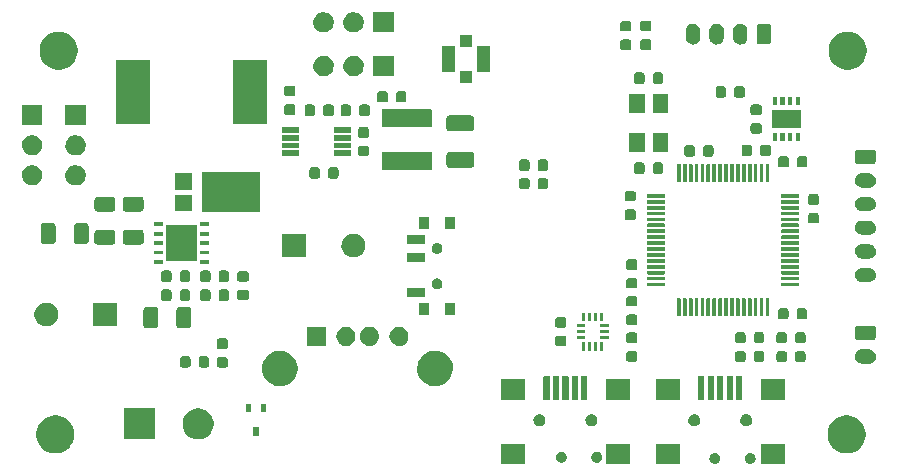
<source format=gbr>
G04 #@! TF.GenerationSoftware,KiCad,Pcbnew,5.99.0-unknown-9339afc~100~ubuntu16.04.1*
G04 #@! TF.CreationDate,2019-10-23T14:24:21+02:00*
G04 #@! TF.ProjectId,f9p_board,6639705f-626f-4617-9264-2e6b69636164,rev?*
G04 #@! TF.SameCoordinates,Original*
G04 #@! TF.FileFunction,Soldermask,Top*
G04 #@! TF.FilePolarity,Negative*
%FSLAX46Y46*%
G04 Gerber Fmt 4.6, Leading zero omitted, Abs format (unit mm)*
G04 Created by KiCad (PCBNEW 5.99.0-unknown-9339afc~100~ubuntu16.04.1) date 2019-10-23 14:24:21*
%MOMM*%
%LPD*%
G04 APERTURE LIST*
%ADD10C,0.100000*%
G04 APERTURE END LIST*
D10*
G36*
X110753903Y-90790580D02*
G01*
X110757210Y-90792790D01*
X110759420Y-90796097D01*
X110760441Y-90801231D01*
X110760441Y-92498769D01*
X110759420Y-92503903D01*
X110757210Y-92507210D01*
X110753903Y-92509420D01*
X110748769Y-92510441D01*
X108751231Y-92510441D01*
X108746097Y-92509420D01*
X108742790Y-92507210D01*
X108740580Y-92503903D01*
X108739559Y-92498769D01*
X108739559Y-90801231D01*
X108740580Y-90796097D01*
X108742790Y-90792790D01*
X108746097Y-90790580D01*
X108751231Y-90789559D01*
X110748769Y-90789559D01*
X110753903Y-90790580D01*
X110753903Y-90790580D01*
G37*
G36*
X101853903Y-90790580D02*
G01*
X101857210Y-90792790D01*
X101859420Y-90796097D01*
X101860441Y-90801231D01*
X101860441Y-92498769D01*
X101859420Y-92503903D01*
X101857210Y-92507210D01*
X101853903Y-92509420D01*
X101848769Y-92510441D01*
X99851231Y-92510441D01*
X99846097Y-92509420D01*
X99842790Y-92507210D01*
X99840580Y-92503903D01*
X99839559Y-92498769D01*
X99839559Y-90801231D01*
X99840580Y-90796097D01*
X99842790Y-90792790D01*
X99846097Y-90790580D01*
X99851231Y-90789559D01*
X101848769Y-90789559D01*
X101853903Y-90790580D01*
X101853903Y-90790580D01*
G37*
G36*
X97653903Y-90790580D02*
G01*
X97657210Y-90792790D01*
X97659420Y-90796097D01*
X97660441Y-90801231D01*
X97660441Y-92498769D01*
X97659420Y-92503903D01*
X97657210Y-92507210D01*
X97653903Y-92509420D01*
X97648769Y-92510441D01*
X95651231Y-92510441D01*
X95646097Y-92509420D01*
X95642790Y-92507210D01*
X95640580Y-92503903D01*
X95639559Y-92498769D01*
X95639559Y-90801231D01*
X95640580Y-90796097D01*
X95642790Y-90792790D01*
X95646097Y-90790580D01*
X95651231Y-90789559D01*
X97648769Y-90789559D01*
X97653903Y-90790580D01*
X97653903Y-90790580D01*
G37*
G36*
X88753903Y-90790580D02*
G01*
X88757210Y-90792790D01*
X88759420Y-90796097D01*
X88760441Y-90801231D01*
X88760441Y-92498769D01*
X88759420Y-92503903D01*
X88757210Y-92507210D01*
X88753903Y-92509420D01*
X88748769Y-92510441D01*
X86751231Y-92510441D01*
X86746097Y-92509420D01*
X86742790Y-92507210D01*
X86740580Y-92503903D01*
X86739559Y-92498769D01*
X86739559Y-90801231D01*
X86740580Y-90796097D01*
X86742790Y-90792790D01*
X86746097Y-90790580D01*
X86751231Y-90789559D01*
X88748769Y-90789559D01*
X88753903Y-90790580D01*
X88753903Y-90790580D01*
G37*
G36*
X104902671Y-91572712D02*
G01*
X104955437Y-91576911D01*
X104970580Y-91582922D01*
X104983544Y-91584871D01*
X105031849Y-91607242D01*
X105084002Y-91627944D01*
X105094170Y-91636105D01*
X105103110Y-91640245D01*
X105145671Y-91677438D01*
X105191879Y-91714524D01*
X105197367Y-91722615D01*
X105202328Y-91726950D01*
X105234541Y-91777417D01*
X105269528Y-91828996D01*
X105271437Y-91835222D01*
X105273222Y-91838018D01*
X105290997Y-91899001D01*
X105310085Y-91961240D01*
X105310057Y-91964392D01*
X105310073Y-91964445D01*
X105310025Y-91968096D01*
X105308815Y-92106779D01*
X105288425Y-92169346D01*
X105268051Y-92232996D01*
X105267340Y-92234048D01*
X105265956Y-92238295D01*
X105229034Y-92290733D01*
X105194276Y-92342167D01*
X105190777Y-92345067D01*
X105186321Y-92351395D01*
X105137925Y-92388867D01*
X105092818Y-92426249D01*
X105085648Y-92429344D01*
X105076950Y-92436079D01*
X105022609Y-92456559D01*
X104971847Y-92478473D01*
X104960854Y-92479832D01*
X104947514Y-92484860D01*
X104892706Y-92488260D01*
X104841078Y-92494645D01*
X104826931Y-92492341D01*
X104809456Y-92493425D01*
X104759163Y-92481304D01*
X104711030Y-92473465D01*
X104695162Y-92465880D01*
X104674982Y-92461016D01*
X104633218Y-92436267D01*
X104592145Y-92416633D01*
X104576625Y-92402732D01*
X104555983Y-92390500D01*
X104525498Y-92356939D01*
X104493997Y-92328724D01*
X104481290Y-92308270D01*
X104462979Y-92288111D01*
X104445071Y-92249968D01*
X104424465Y-92216799D01*
X104417141Y-92190480D01*
X104404193Y-92162901D01*
X104398742Y-92124360D01*
X104389140Y-92089853D01*
X104389540Y-92059294D01*
X104384823Y-92025940D01*
X104390438Y-91990684D01*
X104390865Y-91958103D01*
X104400774Y-91925794D01*
X104406580Y-91889339D01*
X104420896Y-91860182D01*
X104429500Y-91832126D01*
X104449859Y-91801191D01*
X104467543Y-91765174D01*
X104487585Y-91743869D01*
X104501936Y-91722063D01*
X104532620Y-91695995D01*
X104562320Y-91664423D01*
X104584936Y-91651549D01*
X104602358Y-91636748D01*
X104642080Y-91619021D01*
X104682531Y-91595995D01*
X104704769Y-91591044D01*
X104722683Y-91583050D01*
X104768993Y-91576747D01*
X104817550Y-91565938D01*
X104837029Y-91567488D01*
X104853246Y-91565281D01*
X104902671Y-91572712D01*
X104902671Y-91572712D01*
G37*
G36*
X107902671Y-91572712D02*
G01*
X107955437Y-91576911D01*
X107970580Y-91582922D01*
X107983544Y-91584871D01*
X108031849Y-91607242D01*
X108084002Y-91627944D01*
X108094170Y-91636105D01*
X108103110Y-91640245D01*
X108145671Y-91677438D01*
X108191879Y-91714524D01*
X108197367Y-91722615D01*
X108202328Y-91726950D01*
X108234541Y-91777417D01*
X108269528Y-91828996D01*
X108271437Y-91835222D01*
X108273222Y-91838018D01*
X108290997Y-91899001D01*
X108310085Y-91961240D01*
X108310057Y-91964392D01*
X108310073Y-91964445D01*
X108310025Y-91968096D01*
X108308815Y-92106779D01*
X108288425Y-92169346D01*
X108268051Y-92232996D01*
X108267340Y-92234048D01*
X108265956Y-92238295D01*
X108229034Y-92290733D01*
X108194276Y-92342167D01*
X108190777Y-92345067D01*
X108186321Y-92351395D01*
X108137925Y-92388867D01*
X108092818Y-92426249D01*
X108085648Y-92429344D01*
X108076950Y-92436079D01*
X108022609Y-92456559D01*
X107971847Y-92478473D01*
X107960854Y-92479832D01*
X107947514Y-92484860D01*
X107892706Y-92488260D01*
X107841078Y-92494645D01*
X107826931Y-92492341D01*
X107809456Y-92493425D01*
X107759163Y-92481304D01*
X107711030Y-92473465D01*
X107695162Y-92465880D01*
X107674982Y-92461016D01*
X107633218Y-92436267D01*
X107592145Y-92416633D01*
X107576625Y-92402732D01*
X107555983Y-92390500D01*
X107525498Y-92356939D01*
X107493997Y-92328724D01*
X107481290Y-92308270D01*
X107462979Y-92288111D01*
X107445071Y-92249968D01*
X107424465Y-92216799D01*
X107417141Y-92190480D01*
X107404193Y-92162901D01*
X107398742Y-92124360D01*
X107389140Y-92089853D01*
X107389540Y-92059294D01*
X107384823Y-92025940D01*
X107390438Y-91990684D01*
X107390865Y-91958103D01*
X107400774Y-91925794D01*
X107406580Y-91889339D01*
X107420896Y-91860182D01*
X107429500Y-91832126D01*
X107449859Y-91801191D01*
X107467543Y-91765174D01*
X107487585Y-91743869D01*
X107501936Y-91722063D01*
X107532620Y-91695995D01*
X107562320Y-91664423D01*
X107584936Y-91651549D01*
X107602358Y-91636748D01*
X107642080Y-91619021D01*
X107682531Y-91595995D01*
X107704769Y-91591044D01*
X107722683Y-91583050D01*
X107768993Y-91576747D01*
X107817550Y-91565938D01*
X107837029Y-91567488D01*
X107853246Y-91565281D01*
X107902671Y-91572712D01*
X107902671Y-91572712D01*
G37*
G36*
X94902671Y-91472712D02*
G01*
X94955437Y-91476911D01*
X94970580Y-91482922D01*
X94983544Y-91484871D01*
X95031849Y-91507242D01*
X95084002Y-91527944D01*
X95094170Y-91536105D01*
X95103110Y-91540245D01*
X95145671Y-91577438D01*
X95191879Y-91614524D01*
X95197367Y-91622615D01*
X95202328Y-91626950D01*
X95234541Y-91677417D01*
X95269528Y-91728996D01*
X95271437Y-91735222D01*
X95273222Y-91738018D01*
X95290997Y-91799001D01*
X95310085Y-91861240D01*
X95310057Y-91864392D01*
X95310073Y-91864445D01*
X95310025Y-91868096D01*
X95308815Y-92006779D01*
X95288425Y-92069346D01*
X95268051Y-92132996D01*
X95267340Y-92134048D01*
X95265956Y-92138295D01*
X95229034Y-92190733D01*
X95194276Y-92242167D01*
X95190777Y-92245067D01*
X95186321Y-92251395D01*
X95137925Y-92288867D01*
X95092818Y-92326249D01*
X95085648Y-92329344D01*
X95076950Y-92336079D01*
X95022609Y-92356559D01*
X94971847Y-92378473D01*
X94960854Y-92379832D01*
X94947514Y-92384860D01*
X94892706Y-92388260D01*
X94841078Y-92394645D01*
X94826931Y-92392341D01*
X94809456Y-92393425D01*
X94759163Y-92381304D01*
X94711030Y-92373465D01*
X94695162Y-92365880D01*
X94674982Y-92361016D01*
X94633218Y-92336267D01*
X94592145Y-92316633D01*
X94576625Y-92302732D01*
X94555983Y-92290500D01*
X94525498Y-92256939D01*
X94493997Y-92228724D01*
X94481290Y-92208270D01*
X94462979Y-92188111D01*
X94445071Y-92149968D01*
X94424465Y-92116799D01*
X94417141Y-92090480D01*
X94404193Y-92062901D01*
X94398742Y-92024360D01*
X94389140Y-91989853D01*
X94389540Y-91959294D01*
X94384823Y-91925940D01*
X94390438Y-91890684D01*
X94390865Y-91858103D01*
X94400774Y-91825794D01*
X94406580Y-91789339D01*
X94420896Y-91760182D01*
X94429500Y-91732126D01*
X94449859Y-91701191D01*
X94467543Y-91665174D01*
X94487585Y-91643869D01*
X94501936Y-91622063D01*
X94532620Y-91595995D01*
X94562320Y-91564423D01*
X94584936Y-91551549D01*
X94602358Y-91536748D01*
X94642080Y-91519021D01*
X94682531Y-91495995D01*
X94704769Y-91491044D01*
X94722683Y-91483050D01*
X94768993Y-91476747D01*
X94817550Y-91465938D01*
X94837029Y-91467488D01*
X94853246Y-91465281D01*
X94902671Y-91472712D01*
X94902671Y-91472712D01*
G37*
G36*
X91902671Y-91472712D02*
G01*
X91955437Y-91476911D01*
X91970580Y-91482922D01*
X91983544Y-91484871D01*
X92031849Y-91507242D01*
X92084002Y-91527944D01*
X92094170Y-91536105D01*
X92103110Y-91540245D01*
X92145671Y-91577438D01*
X92191879Y-91614524D01*
X92197367Y-91622615D01*
X92202328Y-91626950D01*
X92234541Y-91677417D01*
X92269528Y-91728996D01*
X92271437Y-91735222D01*
X92273222Y-91738018D01*
X92290997Y-91799001D01*
X92310085Y-91861240D01*
X92310057Y-91864392D01*
X92310073Y-91864445D01*
X92310025Y-91868096D01*
X92308815Y-92006779D01*
X92288425Y-92069346D01*
X92268051Y-92132996D01*
X92267340Y-92134048D01*
X92265956Y-92138295D01*
X92229034Y-92190733D01*
X92194276Y-92242167D01*
X92190777Y-92245067D01*
X92186321Y-92251395D01*
X92137925Y-92288867D01*
X92092818Y-92326249D01*
X92085648Y-92329344D01*
X92076950Y-92336079D01*
X92022609Y-92356559D01*
X91971847Y-92378473D01*
X91960854Y-92379832D01*
X91947514Y-92384860D01*
X91892706Y-92388260D01*
X91841078Y-92394645D01*
X91826931Y-92392341D01*
X91809456Y-92393425D01*
X91759163Y-92381304D01*
X91711030Y-92373465D01*
X91695162Y-92365880D01*
X91674982Y-92361016D01*
X91633218Y-92336267D01*
X91592145Y-92316633D01*
X91576625Y-92302732D01*
X91555983Y-92290500D01*
X91525498Y-92256939D01*
X91493997Y-92228724D01*
X91481290Y-92208270D01*
X91462979Y-92188111D01*
X91445071Y-92149968D01*
X91424465Y-92116799D01*
X91417141Y-92090480D01*
X91404193Y-92062901D01*
X91398742Y-92024360D01*
X91389140Y-91989853D01*
X91389540Y-91959294D01*
X91384823Y-91925940D01*
X91390438Y-91890684D01*
X91390865Y-91858103D01*
X91400774Y-91825794D01*
X91406580Y-91789339D01*
X91420896Y-91760182D01*
X91429500Y-91732126D01*
X91449859Y-91701191D01*
X91467543Y-91665174D01*
X91487585Y-91643869D01*
X91501936Y-91622063D01*
X91532620Y-91595995D01*
X91562320Y-91564423D01*
X91584936Y-91551549D01*
X91602358Y-91536748D01*
X91642080Y-91519021D01*
X91682531Y-91495995D01*
X91704769Y-91491044D01*
X91722683Y-91483050D01*
X91768993Y-91476747D01*
X91817550Y-91465938D01*
X91837029Y-91467488D01*
X91853246Y-91465281D01*
X91902671Y-91472712D01*
X91902671Y-91472712D01*
G37*
G36*
X116377011Y-88429643D02*
G01*
X116618022Y-88507953D01*
X116843823Y-88623004D01*
X117048846Y-88771962D01*
X117228038Y-88951154D01*
X117376996Y-89156177D01*
X117492047Y-89381978D01*
X117570357Y-89622989D01*
X117610000Y-89873290D01*
X117610000Y-90126710D01*
X117570357Y-90377011D01*
X117492047Y-90618022D01*
X117376996Y-90843823D01*
X117228038Y-91048846D01*
X117048846Y-91228038D01*
X116843823Y-91376996D01*
X116618022Y-91492047D01*
X116377011Y-91570357D01*
X116126710Y-91610000D01*
X115873290Y-91610000D01*
X115622989Y-91570357D01*
X115381978Y-91492047D01*
X115156177Y-91376996D01*
X114951154Y-91228038D01*
X114771962Y-91048846D01*
X114623004Y-90843823D01*
X114507953Y-90618022D01*
X114429643Y-90377011D01*
X114390000Y-90126710D01*
X114390000Y-89873290D01*
X114429643Y-89622989D01*
X114507953Y-89381978D01*
X114623004Y-89156177D01*
X114771962Y-88951154D01*
X114951154Y-88771962D01*
X115156177Y-88623004D01*
X115381978Y-88507953D01*
X115622989Y-88429643D01*
X115873290Y-88390000D01*
X116126710Y-88390000D01*
X116377011Y-88429643D01*
X116377011Y-88429643D01*
G37*
G36*
X49377011Y-88429643D02*
G01*
X49618022Y-88507953D01*
X49843823Y-88623004D01*
X50048846Y-88771962D01*
X50228038Y-88951154D01*
X50376996Y-89156177D01*
X50492047Y-89381978D01*
X50570357Y-89622989D01*
X50610000Y-89873290D01*
X50610000Y-90126710D01*
X50570357Y-90377011D01*
X50492047Y-90618022D01*
X50376996Y-90843823D01*
X50228038Y-91048846D01*
X50048846Y-91228038D01*
X49843823Y-91376996D01*
X49618022Y-91492047D01*
X49377011Y-91570357D01*
X49126710Y-91610000D01*
X48873290Y-91610000D01*
X48622989Y-91570357D01*
X48381978Y-91492047D01*
X48156177Y-91376996D01*
X47951154Y-91228038D01*
X47771962Y-91048846D01*
X47623004Y-90843823D01*
X47507953Y-90618022D01*
X47429643Y-90377011D01*
X47390000Y-90126710D01*
X47390000Y-89873290D01*
X47429643Y-89622989D01*
X47507953Y-89381978D01*
X47623004Y-89156177D01*
X47771962Y-88951154D01*
X47951154Y-88771962D01*
X48156177Y-88623004D01*
X48381978Y-88507953D01*
X48622989Y-88429643D01*
X48873290Y-88390000D01*
X49126710Y-88390000D01*
X49377011Y-88429643D01*
X49377011Y-88429643D01*
G37*
G36*
X57403903Y-87790580D02*
G01*
X57407210Y-87792790D01*
X57409420Y-87796097D01*
X57410441Y-87801231D01*
X57410441Y-90398769D01*
X57409420Y-90403903D01*
X57407210Y-90407210D01*
X57403903Y-90409420D01*
X57398769Y-90410441D01*
X54801231Y-90410441D01*
X54796097Y-90409420D01*
X54792790Y-90407210D01*
X54790580Y-90403903D01*
X54789559Y-90398769D01*
X54789559Y-87801231D01*
X54790580Y-87796097D01*
X54792790Y-87792790D01*
X54796097Y-87790580D01*
X54801231Y-87789559D01*
X57398769Y-87789559D01*
X57403903Y-87790580D01*
X57403903Y-87790580D01*
G37*
G36*
X61440348Y-87829804D02*
G01*
X61655744Y-87908202D01*
X61854254Y-88022812D01*
X62029848Y-88170152D01*
X62177188Y-88345746D01*
X62291798Y-88544256D01*
X62370196Y-88759652D01*
X62409999Y-88985388D01*
X62409999Y-89214612D01*
X62370196Y-89440348D01*
X62291798Y-89655744D01*
X62177188Y-89854254D01*
X62029848Y-90029848D01*
X61854254Y-90177188D01*
X61655744Y-90291798D01*
X61440348Y-90370196D01*
X61214612Y-90409999D01*
X60985388Y-90409999D01*
X60759652Y-90370196D01*
X60544256Y-90291798D01*
X60345746Y-90177188D01*
X60170152Y-90029848D01*
X60022812Y-89854254D01*
X59908202Y-89655744D01*
X59829804Y-89440348D01*
X59790001Y-89214612D01*
X59790001Y-88985388D01*
X59829804Y-88759652D01*
X59908202Y-88544256D01*
X60022812Y-88345746D01*
X60170152Y-88170152D01*
X60345746Y-88022812D01*
X60544256Y-87908202D01*
X60759652Y-87829804D01*
X60985388Y-87790001D01*
X61214612Y-87790001D01*
X61440348Y-87829804D01*
X61440348Y-87829804D01*
G37*
G36*
X66228903Y-89390580D02*
G01*
X66232210Y-89392790D01*
X66234420Y-89396097D01*
X66235441Y-89401231D01*
X66235441Y-90098769D01*
X66234420Y-90103903D01*
X66232210Y-90107210D01*
X66228903Y-90109420D01*
X66223769Y-90110441D01*
X65776231Y-90110441D01*
X65771097Y-90109420D01*
X65767790Y-90107210D01*
X65765580Y-90103903D01*
X65764559Y-90098769D01*
X65764559Y-89401231D01*
X65765580Y-89396097D01*
X65767790Y-89392790D01*
X65771097Y-89390580D01*
X65776231Y-89389559D01*
X66223769Y-89389559D01*
X66228903Y-89390580D01*
X66228903Y-89390580D01*
G37*
G36*
X107522183Y-88287563D02*
G01*
X107537701Y-88286587D01*
X107590892Y-88297893D01*
X107648061Y-88306488D01*
X107662256Y-88313062D01*
X107674380Y-88315639D01*
X107725292Y-88342255D01*
X107780622Y-88367880D01*
X107790025Y-88376098D01*
X107798213Y-88380378D01*
X107842324Y-88421801D01*
X107890624Y-88464010D01*
X107895639Y-88471867D01*
X107900070Y-88476028D01*
X107932971Y-88530354D01*
X107969224Y-88587150D01*
X107970946Y-88593057D01*
X107972455Y-88595549D01*
X107990260Y-88659322D01*
X108010104Y-88727401D01*
X108009795Y-88751034D01*
X108008439Y-88880592D01*
X108008083Y-88881770D01*
X108008029Y-88885927D01*
X107986889Y-88951969D01*
X107968069Y-89014302D01*
X107965782Y-89017905D01*
X107963492Y-89025060D01*
X107926544Y-89079734D01*
X107893199Y-89132277D01*
X107887675Y-89137251D01*
X107881695Y-89146100D01*
X107833348Y-89186168D01*
X107789356Y-89225778D01*
X107779870Y-89230487D01*
X107769214Y-89239318D01*
X107714486Y-89262944D01*
X107664203Y-89287905D01*
X107650699Y-89290481D01*
X107635091Y-89297219D01*
X107579046Y-89304150D01*
X107526941Y-89314090D01*
X107510105Y-89312676D01*
X107490109Y-89315149D01*
X107437470Y-89306576D01*
X107387702Y-89302397D01*
X107368922Y-89295413D01*
X107345921Y-89291667D01*
X107300631Y-89270016D01*
X107256734Y-89253691D01*
X107237980Y-89240065D01*
X107214120Y-89228659D01*
X107179062Y-89197259D01*
X107143687Y-89171557D01*
X107127341Y-89150933D01*
X107105300Y-89131192D01*
X107082119Y-89093878D01*
X107056894Y-89062052D01*
X107045481Y-89034902D01*
X107028210Y-89007101D01*
X107017274Y-88967802D01*
X107002745Y-88933238D01*
X106998662Y-88900913D01*
X106989047Y-88866361D01*
X106989540Y-88828707D01*
X106985233Y-88794611D01*
X106990449Y-88759287D01*
X106990960Y-88720286D01*
X107001082Y-88687280D01*
X107005646Y-88656375D01*
X107021439Y-88620903D01*
X107033793Y-88580620D01*
X107051045Y-88554406D01*
X107062478Y-88528727D01*
X107089218Y-88496404D01*
X107114105Y-88458589D01*
X107135628Y-88440304D01*
X107151547Y-88421061D01*
X107188551Y-88395342D01*
X107225439Y-88364004D01*
X107248357Y-88353776D01*
X107266288Y-88341314D01*
X107311786Y-88325470D01*
X107358844Y-88304469D01*
X107380589Y-88301510D01*
X107398248Y-88295360D01*
X107449439Y-88292140D01*
X107503597Y-88284769D01*
X107522183Y-88287563D01*
X107522183Y-88287563D01*
G37*
G36*
X90022183Y-88287563D02*
G01*
X90037701Y-88286587D01*
X90090892Y-88297893D01*
X90148061Y-88306488D01*
X90162256Y-88313062D01*
X90174380Y-88315639D01*
X90225292Y-88342255D01*
X90280622Y-88367880D01*
X90290025Y-88376098D01*
X90298213Y-88380378D01*
X90342324Y-88421801D01*
X90390624Y-88464010D01*
X90395639Y-88471867D01*
X90400070Y-88476028D01*
X90432971Y-88530354D01*
X90469224Y-88587150D01*
X90470946Y-88593057D01*
X90472455Y-88595549D01*
X90490260Y-88659322D01*
X90510104Y-88727401D01*
X90509795Y-88751034D01*
X90508439Y-88880592D01*
X90508083Y-88881770D01*
X90508029Y-88885927D01*
X90486889Y-88951969D01*
X90468069Y-89014302D01*
X90465782Y-89017905D01*
X90463492Y-89025060D01*
X90426544Y-89079734D01*
X90393199Y-89132277D01*
X90387675Y-89137251D01*
X90381695Y-89146100D01*
X90333348Y-89186168D01*
X90289356Y-89225778D01*
X90279870Y-89230487D01*
X90269214Y-89239318D01*
X90214486Y-89262944D01*
X90164203Y-89287905D01*
X90150699Y-89290481D01*
X90135091Y-89297219D01*
X90079046Y-89304150D01*
X90026941Y-89314090D01*
X90010105Y-89312676D01*
X89990109Y-89315149D01*
X89937470Y-89306576D01*
X89887702Y-89302397D01*
X89868922Y-89295413D01*
X89845921Y-89291667D01*
X89800631Y-89270016D01*
X89756734Y-89253691D01*
X89737980Y-89240065D01*
X89714120Y-89228659D01*
X89679062Y-89197259D01*
X89643687Y-89171557D01*
X89627341Y-89150933D01*
X89605300Y-89131192D01*
X89582119Y-89093878D01*
X89556894Y-89062052D01*
X89545481Y-89034902D01*
X89528210Y-89007101D01*
X89517274Y-88967802D01*
X89502745Y-88933238D01*
X89498662Y-88900913D01*
X89489047Y-88866361D01*
X89489540Y-88828707D01*
X89485233Y-88794611D01*
X89490449Y-88759287D01*
X89490960Y-88720286D01*
X89501082Y-88687280D01*
X89505646Y-88656375D01*
X89521439Y-88620903D01*
X89533793Y-88580620D01*
X89551045Y-88554406D01*
X89562478Y-88528727D01*
X89589218Y-88496404D01*
X89614105Y-88458589D01*
X89635628Y-88440304D01*
X89651547Y-88421061D01*
X89688551Y-88395342D01*
X89725439Y-88364004D01*
X89748357Y-88353776D01*
X89766288Y-88341314D01*
X89811786Y-88325470D01*
X89858844Y-88304469D01*
X89880589Y-88301510D01*
X89898248Y-88295360D01*
X89949439Y-88292140D01*
X90003597Y-88284769D01*
X90022183Y-88287563D01*
X90022183Y-88287563D01*
G37*
G36*
X94422183Y-88287563D02*
G01*
X94437701Y-88286587D01*
X94490892Y-88297893D01*
X94548061Y-88306488D01*
X94562256Y-88313062D01*
X94574380Y-88315639D01*
X94625292Y-88342255D01*
X94680622Y-88367880D01*
X94690025Y-88376098D01*
X94698213Y-88380378D01*
X94742324Y-88421801D01*
X94790624Y-88464010D01*
X94795639Y-88471867D01*
X94800070Y-88476028D01*
X94832971Y-88530354D01*
X94869224Y-88587150D01*
X94870946Y-88593057D01*
X94872455Y-88595549D01*
X94890260Y-88659322D01*
X94910104Y-88727401D01*
X94909795Y-88751034D01*
X94908439Y-88880592D01*
X94908083Y-88881770D01*
X94908029Y-88885927D01*
X94886889Y-88951969D01*
X94868069Y-89014302D01*
X94865782Y-89017905D01*
X94863492Y-89025060D01*
X94826544Y-89079734D01*
X94793199Y-89132277D01*
X94787675Y-89137251D01*
X94781695Y-89146100D01*
X94733348Y-89186168D01*
X94689356Y-89225778D01*
X94679870Y-89230487D01*
X94669214Y-89239318D01*
X94614486Y-89262944D01*
X94564203Y-89287905D01*
X94550699Y-89290481D01*
X94535091Y-89297219D01*
X94479046Y-89304150D01*
X94426941Y-89314090D01*
X94410105Y-89312676D01*
X94390109Y-89315149D01*
X94337470Y-89306576D01*
X94287702Y-89302397D01*
X94268922Y-89295413D01*
X94245921Y-89291667D01*
X94200631Y-89270016D01*
X94156734Y-89253691D01*
X94137980Y-89240065D01*
X94114120Y-89228659D01*
X94079062Y-89197259D01*
X94043687Y-89171557D01*
X94027341Y-89150933D01*
X94005300Y-89131192D01*
X93982119Y-89093878D01*
X93956894Y-89062052D01*
X93945481Y-89034902D01*
X93928210Y-89007101D01*
X93917274Y-88967802D01*
X93902745Y-88933238D01*
X93898662Y-88900913D01*
X93889047Y-88866361D01*
X93889540Y-88828707D01*
X93885233Y-88794611D01*
X93890449Y-88759287D01*
X93890960Y-88720286D01*
X93901082Y-88687280D01*
X93905646Y-88656375D01*
X93921439Y-88620903D01*
X93933793Y-88580620D01*
X93951045Y-88554406D01*
X93962478Y-88528727D01*
X93989218Y-88496404D01*
X94014105Y-88458589D01*
X94035628Y-88440304D01*
X94051547Y-88421061D01*
X94088551Y-88395342D01*
X94125439Y-88364004D01*
X94148357Y-88353776D01*
X94166288Y-88341314D01*
X94211786Y-88325470D01*
X94258844Y-88304469D01*
X94280589Y-88301510D01*
X94298248Y-88295360D01*
X94349439Y-88292140D01*
X94403597Y-88284769D01*
X94422183Y-88287563D01*
X94422183Y-88287563D01*
G37*
G36*
X103122183Y-88287563D02*
G01*
X103137701Y-88286587D01*
X103190892Y-88297893D01*
X103248061Y-88306488D01*
X103262256Y-88313062D01*
X103274380Y-88315639D01*
X103325292Y-88342255D01*
X103380622Y-88367880D01*
X103390025Y-88376098D01*
X103398213Y-88380378D01*
X103442324Y-88421801D01*
X103490624Y-88464010D01*
X103495639Y-88471867D01*
X103500070Y-88476028D01*
X103532971Y-88530354D01*
X103569224Y-88587150D01*
X103570946Y-88593057D01*
X103572455Y-88595549D01*
X103590260Y-88659322D01*
X103610104Y-88727401D01*
X103609795Y-88751034D01*
X103608439Y-88880592D01*
X103608083Y-88881770D01*
X103608029Y-88885927D01*
X103586889Y-88951969D01*
X103568069Y-89014302D01*
X103565782Y-89017905D01*
X103563492Y-89025060D01*
X103526544Y-89079734D01*
X103493199Y-89132277D01*
X103487675Y-89137251D01*
X103481695Y-89146100D01*
X103433348Y-89186168D01*
X103389356Y-89225778D01*
X103379870Y-89230487D01*
X103369214Y-89239318D01*
X103314486Y-89262944D01*
X103264203Y-89287905D01*
X103250699Y-89290481D01*
X103235091Y-89297219D01*
X103179046Y-89304150D01*
X103126941Y-89314090D01*
X103110105Y-89312676D01*
X103090109Y-89315149D01*
X103037470Y-89306576D01*
X102987702Y-89302397D01*
X102968922Y-89295413D01*
X102945921Y-89291667D01*
X102900631Y-89270016D01*
X102856734Y-89253691D01*
X102837980Y-89240065D01*
X102814120Y-89228659D01*
X102779062Y-89197259D01*
X102743687Y-89171557D01*
X102727341Y-89150933D01*
X102705300Y-89131192D01*
X102682119Y-89093878D01*
X102656894Y-89062052D01*
X102645481Y-89034902D01*
X102628210Y-89007101D01*
X102617274Y-88967802D01*
X102602745Y-88933238D01*
X102598662Y-88900913D01*
X102589047Y-88866361D01*
X102589540Y-88828707D01*
X102585233Y-88794611D01*
X102590449Y-88759287D01*
X102590960Y-88720286D01*
X102601082Y-88687280D01*
X102605646Y-88656375D01*
X102621439Y-88620903D01*
X102633793Y-88580620D01*
X102651045Y-88554406D01*
X102662478Y-88528727D01*
X102689218Y-88496404D01*
X102714105Y-88458589D01*
X102735628Y-88440304D01*
X102751547Y-88421061D01*
X102788551Y-88395342D01*
X102825439Y-88364004D01*
X102848357Y-88353776D01*
X102866288Y-88341314D01*
X102911786Y-88325470D01*
X102958844Y-88304469D01*
X102980589Y-88301510D01*
X102998248Y-88295360D01*
X103049439Y-88292140D01*
X103103597Y-88284769D01*
X103122183Y-88287563D01*
X103122183Y-88287563D01*
G37*
G36*
X66878903Y-87390580D02*
G01*
X66882210Y-87392790D01*
X66884420Y-87396097D01*
X66885441Y-87401231D01*
X66885441Y-88098769D01*
X66884420Y-88103903D01*
X66882210Y-88107210D01*
X66878903Y-88109420D01*
X66873769Y-88110441D01*
X66426231Y-88110441D01*
X66421097Y-88109420D01*
X66417790Y-88107210D01*
X66415580Y-88103903D01*
X66414559Y-88098769D01*
X66414559Y-87401231D01*
X66415580Y-87396097D01*
X66417790Y-87392790D01*
X66421097Y-87390580D01*
X66426231Y-87389559D01*
X66873769Y-87389559D01*
X66878903Y-87390580D01*
X66878903Y-87390580D01*
G37*
G36*
X65578903Y-87390580D02*
G01*
X65582210Y-87392790D01*
X65584420Y-87396097D01*
X65585441Y-87401231D01*
X65585441Y-88098769D01*
X65584420Y-88103903D01*
X65582210Y-88107210D01*
X65578903Y-88109420D01*
X65573769Y-88110441D01*
X65126231Y-88110441D01*
X65121097Y-88109420D01*
X65117790Y-88107210D01*
X65115580Y-88103903D01*
X65114559Y-88098769D01*
X65114559Y-87401231D01*
X65115580Y-87396097D01*
X65117790Y-87392790D01*
X65121097Y-87390580D01*
X65126231Y-87389559D01*
X65573769Y-87389559D01*
X65578903Y-87390580D01*
X65578903Y-87390580D01*
G37*
G36*
X92453903Y-85090580D02*
G01*
X92457210Y-85092790D01*
X92459420Y-85096097D01*
X92460441Y-85101231D01*
X92460441Y-87098769D01*
X92459420Y-87103903D01*
X92457210Y-87107210D01*
X92453903Y-87109420D01*
X92448769Y-87110441D01*
X91951231Y-87110441D01*
X91946097Y-87109420D01*
X91942790Y-87107210D01*
X91940580Y-87103903D01*
X91939559Y-87098769D01*
X91939559Y-85101231D01*
X91940580Y-85096097D01*
X91942790Y-85092790D01*
X91946097Y-85090580D01*
X91951231Y-85089559D01*
X92448769Y-85089559D01*
X92453903Y-85090580D01*
X92453903Y-85090580D01*
G37*
G36*
X103953903Y-85090580D02*
G01*
X103957210Y-85092790D01*
X103959420Y-85096097D01*
X103960441Y-85101231D01*
X103960441Y-87098769D01*
X103959420Y-87103903D01*
X103957210Y-87107210D01*
X103953903Y-87109420D01*
X103948769Y-87110441D01*
X103451231Y-87110441D01*
X103446097Y-87109420D01*
X103442790Y-87107210D01*
X103440580Y-87103903D01*
X103439559Y-87098769D01*
X103439559Y-85101231D01*
X103440580Y-85096097D01*
X103442790Y-85092790D01*
X103446097Y-85090580D01*
X103451231Y-85089559D01*
X103948769Y-85089559D01*
X103953903Y-85090580D01*
X103953903Y-85090580D01*
G37*
G36*
X94053903Y-85090580D02*
G01*
X94057210Y-85092790D01*
X94059420Y-85096097D01*
X94060441Y-85101231D01*
X94060441Y-87098769D01*
X94059420Y-87103903D01*
X94057210Y-87107210D01*
X94053903Y-87109420D01*
X94048769Y-87110441D01*
X93551231Y-87110441D01*
X93546097Y-87109420D01*
X93542790Y-87107210D01*
X93540580Y-87103903D01*
X93539559Y-87098769D01*
X93539559Y-85101231D01*
X93540580Y-85096097D01*
X93542790Y-85092790D01*
X93546097Y-85090580D01*
X93551231Y-85089559D01*
X94048769Y-85089559D01*
X94053903Y-85090580D01*
X94053903Y-85090580D01*
G37*
G36*
X93253903Y-85090580D02*
G01*
X93257210Y-85092790D01*
X93259420Y-85096097D01*
X93260441Y-85101231D01*
X93260441Y-87098769D01*
X93259420Y-87103903D01*
X93257210Y-87107210D01*
X93253903Y-87109420D01*
X93248769Y-87110441D01*
X92751231Y-87110441D01*
X92746097Y-87109420D01*
X92742790Y-87107210D01*
X92740580Y-87103903D01*
X92739559Y-87098769D01*
X92739559Y-85101231D01*
X92740580Y-85096097D01*
X92742790Y-85092790D01*
X92746097Y-85090580D01*
X92751231Y-85089559D01*
X93248769Y-85089559D01*
X93253903Y-85090580D01*
X93253903Y-85090580D01*
G37*
G36*
X107153903Y-85090580D02*
G01*
X107157210Y-85092790D01*
X107159420Y-85096097D01*
X107160441Y-85101231D01*
X107160441Y-87098769D01*
X107159420Y-87103903D01*
X107157210Y-87107210D01*
X107153903Y-87109420D01*
X107148769Y-87110441D01*
X106651231Y-87110441D01*
X106646097Y-87109420D01*
X106642790Y-87107210D01*
X106640580Y-87103903D01*
X106639559Y-87098769D01*
X106639559Y-85101231D01*
X106640580Y-85096097D01*
X106642790Y-85092790D01*
X106646097Y-85090580D01*
X106651231Y-85089559D01*
X107148769Y-85089559D01*
X107153903Y-85090580D01*
X107153903Y-85090580D01*
G37*
G36*
X90853903Y-85090580D02*
G01*
X90857210Y-85092790D01*
X90859420Y-85096097D01*
X90860441Y-85101231D01*
X90860441Y-87098769D01*
X90859420Y-87103903D01*
X90857210Y-87107210D01*
X90853903Y-87109420D01*
X90848769Y-87110441D01*
X90351231Y-87110441D01*
X90346097Y-87109420D01*
X90342790Y-87107210D01*
X90340580Y-87103903D01*
X90339559Y-87098769D01*
X90339559Y-85101231D01*
X90340580Y-85096097D01*
X90342790Y-85092790D01*
X90346097Y-85090580D01*
X90351231Y-85089559D01*
X90848769Y-85089559D01*
X90853903Y-85090580D01*
X90853903Y-85090580D01*
G37*
G36*
X104753903Y-85090580D02*
G01*
X104757210Y-85092790D01*
X104759420Y-85096097D01*
X104760441Y-85101231D01*
X104760441Y-87098769D01*
X104759420Y-87103903D01*
X104757210Y-87107210D01*
X104753903Y-87109420D01*
X104748769Y-87110441D01*
X104251231Y-87110441D01*
X104246097Y-87109420D01*
X104242790Y-87107210D01*
X104240580Y-87103903D01*
X104239559Y-87098769D01*
X104239559Y-85101231D01*
X104240580Y-85096097D01*
X104242790Y-85092790D01*
X104246097Y-85090580D01*
X104251231Y-85089559D01*
X104748769Y-85089559D01*
X104753903Y-85090580D01*
X104753903Y-85090580D01*
G37*
G36*
X105553903Y-85090580D02*
G01*
X105557210Y-85092790D01*
X105559420Y-85096097D01*
X105560441Y-85101231D01*
X105560441Y-87098769D01*
X105559420Y-87103903D01*
X105557210Y-87107210D01*
X105553903Y-87109420D01*
X105548769Y-87110441D01*
X105051231Y-87110441D01*
X105046097Y-87109420D01*
X105042790Y-87107210D01*
X105040580Y-87103903D01*
X105039559Y-87098769D01*
X105039559Y-85101231D01*
X105040580Y-85096097D01*
X105042790Y-85092790D01*
X105046097Y-85090580D01*
X105051231Y-85089559D01*
X105548769Y-85089559D01*
X105553903Y-85090580D01*
X105553903Y-85090580D01*
G37*
G36*
X106353903Y-85090580D02*
G01*
X106357210Y-85092790D01*
X106359420Y-85096097D01*
X106360441Y-85101231D01*
X106360441Y-87098769D01*
X106359420Y-87103903D01*
X106357210Y-87107210D01*
X106353903Y-87109420D01*
X106348769Y-87110441D01*
X105851231Y-87110441D01*
X105846097Y-87109420D01*
X105842790Y-87107210D01*
X105840580Y-87103903D01*
X105839559Y-87098769D01*
X105839559Y-85101231D01*
X105840580Y-85096097D01*
X105842790Y-85092790D01*
X105846097Y-85090580D01*
X105851231Y-85089559D01*
X106348769Y-85089559D01*
X106353903Y-85090580D01*
X106353903Y-85090580D01*
G37*
G36*
X91653903Y-85090580D02*
G01*
X91657210Y-85092790D01*
X91659420Y-85096097D01*
X91660441Y-85101231D01*
X91660441Y-87098769D01*
X91659420Y-87103903D01*
X91657210Y-87107210D01*
X91653903Y-87109420D01*
X91648769Y-87110441D01*
X91151231Y-87110441D01*
X91146097Y-87109420D01*
X91142790Y-87107210D01*
X91140580Y-87103903D01*
X91139559Y-87098769D01*
X91139559Y-85101231D01*
X91140580Y-85096097D01*
X91142790Y-85092790D01*
X91146097Y-85090580D01*
X91151231Y-85089559D01*
X91648769Y-85089559D01*
X91653903Y-85090580D01*
X91653903Y-85090580D01*
G37*
G36*
X88753903Y-85340580D02*
G01*
X88757210Y-85342790D01*
X88759420Y-85346097D01*
X88760441Y-85351231D01*
X88760441Y-87048769D01*
X88759420Y-87053903D01*
X88757210Y-87057210D01*
X88753903Y-87059420D01*
X88748769Y-87060441D01*
X86751231Y-87060441D01*
X86746097Y-87059420D01*
X86742790Y-87057210D01*
X86740580Y-87053903D01*
X86739559Y-87048769D01*
X86739559Y-85351231D01*
X86740580Y-85346097D01*
X86742790Y-85342790D01*
X86746097Y-85340580D01*
X86751231Y-85339559D01*
X88748769Y-85339559D01*
X88753903Y-85340580D01*
X88753903Y-85340580D01*
G37*
G36*
X97653903Y-85340580D02*
G01*
X97657210Y-85342790D01*
X97659420Y-85346097D01*
X97660441Y-85351231D01*
X97660441Y-87048769D01*
X97659420Y-87053903D01*
X97657210Y-87057210D01*
X97653903Y-87059420D01*
X97648769Y-87060441D01*
X95651231Y-87060441D01*
X95646097Y-87059420D01*
X95642790Y-87057210D01*
X95640580Y-87053903D01*
X95639559Y-87048769D01*
X95639559Y-85351231D01*
X95640580Y-85346097D01*
X95642790Y-85342790D01*
X95646097Y-85340580D01*
X95651231Y-85339559D01*
X97648769Y-85339559D01*
X97653903Y-85340580D01*
X97653903Y-85340580D01*
G37*
G36*
X101853903Y-85340580D02*
G01*
X101857210Y-85342790D01*
X101859420Y-85346097D01*
X101860441Y-85351231D01*
X101860441Y-87048769D01*
X101859420Y-87053903D01*
X101857210Y-87057210D01*
X101853903Y-87059420D01*
X101848769Y-87060441D01*
X99851231Y-87060441D01*
X99846097Y-87059420D01*
X99842790Y-87057210D01*
X99840580Y-87053903D01*
X99839559Y-87048769D01*
X99839559Y-85351231D01*
X99840580Y-85346097D01*
X99842790Y-85342790D01*
X99846097Y-85340580D01*
X99851231Y-85339559D01*
X101848769Y-85339559D01*
X101853903Y-85340580D01*
X101853903Y-85340580D01*
G37*
G36*
X110753903Y-85340580D02*
G01*
X110757210Y-85342790D01*
X110759420Y-85346097D01*
X110760441Y-85351231D01*
X110760441Y-87048769D01*
X110759420Y-87053903D01*
X110757210Y-87057210D01*
X110753903Y-87059420D01*
X110748769Y-87060441D01*
X108751231Y-87060441D01*
X108746097Y-87059420D01*
X108742790Y-87057210D01*
X108740580Y-87053903D01*
X108739559Y-87048769D01*
X108739559Y-85351231D01*
X108740580Y-85346097D01*
X108742790Y-85342790D01*
X108746097Y-85340580D01*
X108751231Y-85339559D01*
X110748769Y-85339559D01*
X110753903Y-85340580D01*
X110753903Y-85340580D01*
G37*
G36*
X81479794Y-82927101D02*
G01*
X81712893Y-82995706D01*
X81932031Y-83100700D01*
X82131560Y-83239376D01*
X82306356Y-83408174D01*
X82451906Y-83602735D01*
X82564486Y-83818080D01*
X82641184Y-84048644D01*
X82680023Y-84288441D01*
X82680023Y-84288450D01*
X82680032Y-84288506D01*
X82677157Y-84563091D01*
X82677146Y-84563151D01*
X82677146Y-84563153D01*
X82633293Y-84802089D01*
X82551781Y-85031000D01*
X82434721Y-85243931D01*
X82285124Y-85435408D01*
X82106837Y-85600503D01*
X81904443Y-85734973D01*
X81683159Y-85835352D01*
X81448671Y-85899061D01*
X81207013Y-85924460D01*
X80964397Y-85910896D01*
X80727083Y-85858719D01*
X80501158Y-85769269D01*
X80292441Y-85644848D01*
X80106300Y-85488658D01*
X79947525Y-85304716D01*
X79820203Y-85097756D01*
X79727607Y-84873102D01*
X79672121Y-84636534D01*
X79655171Y-84394136D01*
X79677194Y-84152142D01*
X79737621Y-83916797D01*
X79834903Y-83694124D01*
X79966531Y-83489880D01*
X80129122Y-83309303D01*
X80318492Y-83157046D01*
X80529772Y-83037022D01*
X80757519Y-82952324D01*
X80995883Y-82905127D01*
X81238721Y-82896646D01*
X81479794Y-82927101D01*
X81479794Y-82927101D01*
G37*
G36*
X68339794Y-82927101D02*
G01*
X68572893Y-82995706D01*
X68792031Y-83100700D01*
X68991560Y-83239376D01*
X69166356Y-83408174D01*
X69311906Y-83602735D01*
X69424486Y-83818080D01*
X69501184Y-84048644D01*
X69540023Y-84288441D01*
X69540023Y-84288450D01*
X69540032Y-84288506D01*
X69537157Y-84563091D01*
X69537146Y-84563151D01*
X69537146Y-84563153D01*
X69493293Y-84802089D01*
X69411781Y-85031000D01*
X69294721Y-85243931D01*
X69145124Y-85435408D01*
X68966837Y-85600503D01*
X68764443Y-85734973D01*
X68543159Y-85835352D01*
X68308671Y-85899061D01*
X68067013Y-85924460D01*
X67824397Y-85910896D01*
X67587083Y-85858719D01*
X67361158Y-85769269D01*
X67152441Y-85644848D01*
X66966300Y-85488658D01*
X66807525Y-85304716D01*
X66680203Y-85097756D01*
X66587607Y-84873102D01*
X66532121Y-84636534D01*
X66515171Y-84394136D01*
X66537194Y-84152142D01*
X66597621Y-83916797D01*
X66694903Y-83694124D01*
X66826531Y-83489880D01*
X66989122Y-83309303D01*
X67178492Y-83157046D01*
X67389772Y-83037022D01*
X67617519Y-82952324D01*
X67855883Y-82905127D01*
X68098721Y-82896646D01*
X68339794Y-82927101D01*
X68339794Y-82927101D01*
G37*
G36*
X63437328Y-83446838D02*
G01*
X63491219Y-83457558D01*
X63566884Y-83508116D01*
X63617442Y-83583781D01*
X63618679Y-83590000D01*
X63635441Y-83674266D01*
X63635441Y-84100734D01*
X63635196Y-84101965D01*
X63617442Y-84191219D01*
X63566884Y-84266884D01*
X63491219Y-84317442D01*
X63437328Y-84328162D01*
X63400734Y-84335441D01*
X62899266Y-84335441D01*
X62862672Y-84328162D01*
X62808781Y-84317442D01*
X62733116Y-84266884D01*
X62682558Y-84191219D01*
X62664804Y-84101965D01*
X62664559Y-84100734D01*
X62664559Y-83674266D01*
X62681321Y-83590000D01*
X62682558Y-83583781D01*
X62733116Y-83508116D01*
X62808781Y-83457558D01*
X62862672Y-83446838D01*
X62899266Y-83439559D01*
X63400734Y-83439559D01*
X63437328Y-83446838D01*
X63437328Y-83446838D01*
G37*
G36*
X61837328Y-83371838D02*
G01*
X61891219Y-83382558D01*
X61966884Y-83433116D01*
X62017442Y-83508781D01*
X62017442Y-83508782D01*
X62035441Y-83599266D01*
X62035441Y-84100734D01*
X62035196Y-84101965D01*
X62017442Y-84191219D01*
X61966884Y-84266884D01*
X61891219Y-84317442D01*
X61837328Y-84328162D01*
X61800734Y-84335441D01*
X61374266Y-84335441D01*
X61337672Y-84328162D01*
X61283781Y-84317442D01*
X61208116Y-84266884D01*
X61157558Y-84191219D01*
X61139804Y-84101965D01*
X61139559Y-84100734D01*
X61139559Y-83599266D01*
X61157558Y-83508782D01*
X61157558Y-83508781D01*
X61208116Y-83433116D01*
X61283781Y-83382558D01*
X61337672Y-83371838D01*
X61374266Y-83364559D01*
X61800734Y-83364559D01*
X61837328Y-83371838D01*
X61837328Y-83371838D01*
G37*
G36*
X60262328Y-83371838D02*
G01*
X60316219Y-83382558D01*
X60391884Y-83433116D01*
X60442442Y-83508781D01*
X60442442Y-83508782D01*
X60460441Y-83599266D01*
X60460441Y-84100734D01*
X60460196Y-84101965D01*
X60442442Y-84191219D01*
X60391884Y-84266884D01*
X60316219Y-84317442D01*
X60262328Y-84328162D01*
X60225734Y-84335441D01*
X59799266Y-84335441D01*
X59762672Y-84328162D01*
X59708781Y-84317442D01*
X59633116Y-84266884D01*
X59582558Y-84191219D01*
X59564804Y-84101965D01*
X59564559Y-84100734D01*
X59564559Y-83599266D01*
X59582558Y-83508782D01*
X59582558Y-83508781D01*
X59633116Y-83433116D01*
X59708781Y-83382558D01*
X59762672Y-83371838D01*
X59799266Y-83364559D01*
X60225734Y-83364559D01*
X60262328Y-83371838D01*
X60262328Y-83371838D01*
G37*
G36*
X118101341Y-82828329D02*
G01*
X118101692Y-82828522D01*
X118101693Y-82828522D01*
X118161140Y-82861204D01*
X118236399Y-82902578D01*
X118348749Y-83008081D01*
X118431331Y-83138210D01*
X118478957Y-83284788D01*
X118485109Y-83382558D01*
X118488635Y-83438607D01*
X118459755Y-83589998D01*
X118394133Y-83729452D01*
X118295892Y-83848205D01*
X118171205Y-83938795D01*
X118171204Y-83938796D01*
X118171203Y-83938796D01*
X118027906Y-83995532D01*
X117913377Y-84010000D01*
X117299586Y-84010000D01*
X117098659Y-83971671D01*
X117098308Y-83971478D01*
X117098307Y-83971478D01*
X116998837Y-83916793D01*
X116963601Y-83897422D01*
X116851251Y-83791919D01*
X116768669Y-83661790D01*
X116745343Y-83590000D01*
X116721043Y-83515212D01*
X116711365Y-83361396D01*
X116711365Y-83361393D01*
X116740245Y-83210002D01*
X116805867Y-83070548D01*
X116904108Y-82951795D01*
X117028795Y-82861205D01*
X117028796Y-82861204D01*
X117028797Y-82861204D01*
X117172094Y-82804468D01*
X117286623Y-82790000D01*
X117900414Y-82790000D01*
X118101341Y-82828329D01*
X118101341Y-82828329D01*
G37*
G36*
X112337328Y-82921838D02*
G01*
X112391219Y-82932558D01*
X112466884Y-82983116D01*
X112517442Y-83058781D01*
X112519783Y-83070550D01*
X112535441Y-83149266D01*
X112535441Y-83650734D01*
X112535196Y-83651965D01*
X112517442Y-83741219D01*
X112466884Y-83816884D01*
X112391219Y-83867442D01*
X112337328Y-83878162D01*
X112300734Y-83885441D01*
X111874266Y-83885441D01*
X111837672Y-83878162D01*
X111783781Y-83867442D01*
X111708116Y-83816884D01*
X111657558Y-83741219D01*
X111639804Y-83651965D01*
X111639559Y-83650734D01*
X111639559Y-83149266D01*
X111655217Y-83070550D01*
X111657558Y-83058781D01*
X111708116Y-82983116D01*
X111783781Y-82932558D01*
X111837672Y-82921838D01*
X111874266Y-82914559D01*
X112300734Y-82914559D01*
X112337328Y-82921838D01*
X112337328Y-82921838D01*
G37*
G36*
X110762328Y-82921838D02*
G01*
X110816219Y-82932558D01*
X110891884Y-82983116D01*
X110942442Y-83058781D01*
X110944783Y-83070550D01*
X110960441Y-83149266D01*
X110960441Y-83650734D01*
X110960196Y-83651965D01*
X110942442Y-83741219D01*
X110891884Y-83816884D01*
X110816219Y-83867442D01*
X110762328Y-83878162D01*
X110725734Y-83885441D01*
X110299266Y-83885441D01*
X110262672Y-83878162D01*
X110208781Y-83867442D01*
X110133116Y-83816884D01*
X110082558Y-83741219D01*
X110064804Y-83651965D01*
X110064559Y-83650734D01*
X110064559Y-83149266D01*
X110080217Y-83070550D01*
X110082558Y-83058781D01*
X110133116Y-82983116D01*
X110208781Y-82932558D01*
X110262672Y-82921838D01*
X110299266Y-82914559D01*
X110725734Y-82914559D01*
X110762328Y-82921838D01*
X110762328Y-82921838D01*
G37*
G36*
X107262328Y-82921838D02*
G01*
X107316219Y-82932558D01*
X107391884Y-82983116D01*
X107442442Y-83058781D01*
X107444783Y-83070550D01*
X107460441Y-83149266D01*
X107460441Y-83650734D01*
X107460196Y-83651965D01*
X107442442Y-83741219D01*
X107391884Y-83816884D01*
X107316219Y-83867442D01*
X107262328Y-83878162D01*
X107225734Y-83885441D01*
X106799266Y-83885441D01*
X106762672Y-83878162D01*
X106708781Y-83867442D01*
X106633116Y-83816884D01*
X106582558Y-83741219D01*
X106564804Y-83651965D01*
X106564559Y-83650734D01*
X106564559Y-83149266D01*
X106580217Y-83070550D01*
X106582558Y-83058781D01*
X106633116Y-82983116D01*
X106708781Y-82932558D01*
X106762672Y-82921838D01*
X106799266Y-82914559D01*
X107225734Y-82914559D01*
X107262328Y-82921838D01*
X107262328Y-82921838D01*
G37*
G36*
X108837328Y-82921838D02*
G01*
X108891219Y-82932558D01*
X108966884Y-82983116D01*
X109017442Y-83058781D01*
X109019783Y-83070550D01*
X109035441Y-83149266D01*
X109035441Y-83650734D01*
X109035196Y-83651965D01*
X109017442Y-83741219D01*
X108966884Y-83816884D01*
X108891219Y-83867442D01*
X108837328Y-83878162D01*
X108800734Y-83885441D01*
X108374266Y-83885441D01*
X108337672Y-83878162D01*
X108283781Y-83867442D01*
X108208116Y-83816884D01*
X108157558Y-83741219D01*
X108139804Y-83651965D01*
X108139559Y-83650734D01*
X108139559Y-83149266D01*
X108155217Y-83070550D01*
X108157558Y-83058781D01*
X108208116Y-82983116D01*
X108283781Y-82932558D01*
X108337672Y-82921838D01*
X108374266Y-82914559D01*
X108800734Y-82914559D01*
X108837328Y-82921838D01*
X108837328Y-82921838D01*
G37*
G36*
X98087328Y-82946838D02*
G01*
X98141219Y-82957558D01*
X98216884Y-83008116D01*
X98267442Y-83083781D01*
X98267442Y-83083782D01*
X98285441Y-83174266D01*
X98285441Y-83600734D01*
X98285196Y-83601965D01*
X98267442Y-83691219D01*
X98216884Y-83766884D01*
X98141219Y-83817442D01*
X98087328Y-83828162D01*
X98050734Y-83835441D01*
X97549266Y-83835441D01*
X97512672Y-83828162D01*
X97458781Y-83817442D01*
X97383116Y-83766884D01*
X97332558Y-83691219D01*
X97314804Y-83601965D01*
X97314559Y-83600734D01*
X97314559Y-83174266D01*
X97332558Y-83083782D01*
X97332558Y-83083781D01*
X97383116Y-83008116D01*
X97458781Y-82957558D01*
X97512672Y-82946838D01*
X97549266Y-82939559D01*
X98050734Y-82939559D01*
X98087328Y-82946838D01*
X98087328Y-82946838D01*
G37*
G36*
X93878903Y-82215580D02*
G01*
X93882210Y-82217790D01*
X93884420Y-82221097D01*
X93885441Y-82226231D01*
X93885441Y-82898769D01*
X93884420Y-82903903D01*
X93882210Y-82907210D01*
X93878903Y-82909420D01*
X93873769Y-82910441D01*
X93626231Y-82910441D01*
X93621097Y-82909420D01*
X93617790Y-82907210D01*
X93615580Y-82903903D01*
X93614559Y-82898769D01*
X93614559Y-82226231D01*
X93615580Y-82221097D01*
X93617790Y-82217790D01*
X93621097Y-82215580D01*
X93626231Y-82214559D01*
X93873769Y-82214559D01*
X93878903Y-82215580D01*
X93878903Y-82215580D01*
G37*
G36*
X95378903Y-82215580D02*
G01*
X95382210Y-82217790D01*
X95384420Y-82221097D01*
X95385441Y-82226231D01*
X95385441Y-82898769D01*
X95384420Y-82903903D01*
X95382210Y-82907210D01*
X95378903Y-82909420D01*
X95373769Y-82910441D01*
X95126231Y-82910441D01*
X95121097Y-82909420D01*
X95117790Y-82907210D01*
X95115580Y-82903903D01*
X95114559Y-82898769D01*
X95114559Y-82226231D01*
X95115580Y-82221097D01*
X95117790Y-82217790D01*
X95121097Y-82215580D01*
X95126231Y-82214559D01*
X95373769Y-82214559D01*
X95378903Y-82215580D01*
X95378903Y-82215580D01*
G37*
G36*
X94878903Y-82215580D02*
G01*
X94882210Y-82217790D01*
X94884420Y-82221097D01*
X94885441Y-82226231D01*
X94885441Y-82898769D01*
X94884420Y-82903903D01*
X94882210Y-82907210D01*
X94878903Y-82909420D01*
X94873769Y-82910441D01*
X94626231Y-82910441D01*
X94621097Y-82909420D01*
X94617790Y-82907210D01*
X94615580Y-82903903D01*
X94614559Y-82898769D01*
X94614559Y-82226231D01*
X94615580Y-82221097D01*
X94617790Y-82217790D01*
X94621097Y-82215580D01*
X94626231Y-82214559D01*
X94873769Y-82214559D01*
X94878903Y-82215580D01*
X94878903Y-82215580D01*
G37*
G36*
X94378903Y-82215580D02*
G01*
X94382210Y-82217790D01*
X94384420Y-82221097D01*
X94385441Y-82226231D01*
X94385441Y-82898769D01*
X94384420Y-82903903D01*
X94382210Y-82907210D01*
X94378903Y-82909420D01*
X94373769Y-82910441D01*
X94126231Y-82910441D01*
X94121097Y-82909420D01*
X94117790Y-82907210D01*
X94115580Y-82903903D01*
X94114559Y-82898769D01*
X94114559Y-82226231D01*
X94115580Y-82221097D01*
X94117790Y-82217790D01*
X94121097Y-82215580D01*
X94126231Y-82214559D01*
X94373769Y-82214559D01*
X94378903Y-82215580D01*
X94378903Y-82215580D01*
G37*
G36*
X63437328Y-81871838D02*
G01*
X63491219Y-81882558D01*
X63566884Y-81933116D01*
X63617442Y-82008781D01*
X63617442Y-82008782D01*
X63635441Y-82099266D01*
X63635441Y-82525734D01*
X63635196Y-82526965D01*
X63617442Y-82616219D01*
X63566884Y-82691884D01*
X63491219Y-82742442D01*
X63437328Y-82753162D01*
X63400734Y-82760441D01*
X62899266Y-82760441D01*
X62862672Y-82753162D01*
X62808781Y-82742442D01*
X62733116Y-82691884D01*
X62682558Y-82616219D01*
X62664804Y-82526965D01*
X62664559Y-82525734D01*
X62664559Y-82099266D01*
X62682558Y-82008782D01*
X62682558Y-82008781D01*
X62733116Y-81933116D01*
X62808781Y-81882558D01*
X62862672Y-81871838D01*
X62899266Y-81864559D01*
X63400734Y-81864559D01*
X63437328Y-81871838D01*
X63437328Y-81871838D01*
G37*
G36*
X92087328Y-81646838D02*
G01*
X92141219Y-81657558D01*
X92216884Y-81708116D01*
X92267442Y-81783781D01*
X92267442Y-81783782D01*
X92285441Y-81874266D01*
X92285441Y-82300734D01*
X92285196Y-82301965D01*
X92267442Y-82391219D01*
X92216884Y-82466884D01*
X92141219Y-82517442D01*
X92099533Y-82525734D01*
X92050734Y-82535441D01*
X91549266Y-82535441D01*
X91500467Y-82525734D01*
X91458781Y-82517442D01*
X91383116Y-82466884D01*
X91332558Y-82391219D01*
X91314804Y-82301965D01*
X91314559Y-82300734D01*
X91314559Y-81874266D01*
X91332558Y-81783782D01*
X91332558Y-81783781D01*
X91383116Y-81708116D01*
X91458781Y-81657558D01*
X91512672Y-81646838D01*
X91549266Y-81639559D01*
X92050734Y-81639559D01*
X92087328Y-81646838D01*
X92087328Y-81646838D01*
G37*
G36*
X75518522Y-80889366D02*
G01*
X75696514Y-80890608D01*
X75873436Y-80932105D01*
X76036765Y-81011766D01*
X76178390Y-81125635D01*
X76291265Y-81268048D01*
X76369786Y-81431935D01*
X76410026Y-81609050D01*
X76410026Y-81609055D01*
X76410045Y-81609139D01*
X76407192Y-81813443D01*
X76407171Y-81813524D01*
X76407171Y-81813532D01*
X76362001Y-81989455D01*
X76278935Y-82151084D01*
X76162127Y-82290290D01*
X76017379Y-82400160D01*
X75851888Y-82475230D01*
X75673875Y-82511772D01*
X75495849Y-82508042D01*
X75492195Y-82507965D01*
X75404033Y-82485984D01*
X75315868Y-82464002D01*
X75153668Y-82382069D01*
X75013647Y-82266233D01*
X74902770Y-82122257D01*
X74826547Y-81957296D01*
X74788765Y-81779543D01*
X74791302Y-81597838D01*
X74824944Y-81458781D01*
X74834033Y-81421211D01*
X74886975Y-81314559D01*
X74914833Y-81258439D01*
X75029688Y-81117614D01*
X75172885Y-81005735D01*
X75337314Y-80928362D01*
X75514793Y-80889340D01*
X75514796Y-80889340D01*
X75518522Y-80889366D01*
X75518522Y-80889366D01*
G37*
G36*
X78018522Y-80889366D02*
G01*
X78196514Y-80890608D01*
X78373436Y-80932105D01*
X78536765Y-81011766D01*
X78678390Y-81125635D01*
X78791265Y-81268048D01*
X78869786Y-81431935D01*
X78910026Y-81609050D01*
X78910026Y-81609055D01*
X78910045Y-81609139D01*
X78907192Y-81813443D01*
X78907171Y-81813524D01*
X78907171Y-81813532D01*
X78862001Y-81989455D01*
X78778935Y-82151084D01*
X78662127Y-82290290D01*
X78517379Y-82400160D01*
X78351888Y-82475230D01*
X78173875Y-82511772D01*
X77995849Y-82508042D01*
X77992195Y-82507965D01*
X77904033Y-82485984D01*
X77815868Y-82464002D01*
X77653668Y-82382069D01*
X77513647Y-82266233D01*
X77402770Y-82122257D01*
X77326547Y-81957296D01*
X77288765Y-81779543D01*
X77291302Y-81597838D01*
X77324944Y-81458781D01*
X77334033Y-81421211D01*
X77386975Y-81314559D01*
X77414833Y-81258439D01*
X77529688Y-81117614D01*
X77672885Y-81005735D01*
X77837314Y-80928362D01*
X78014793Y-80889340D01*
X78014796Y-80889340D01*
X78018522Y-80889366D01*
X78018522Y-80889366D01*
G37*
G36*
X73518522Y-80889366D02*
G01*
X73696514Y-80890608D01*
X73873436Y-80932105D01*
X74036765Y-81011766D01*
X74178390Y-81125635D01*
X74291265Y-81268048D01*
X74369786Y-81431935D01*
X74410026Y-81609050D01*
X74410026Y-81609055D01*
X74410045Y-81609139D01*
X74407192Y-81813443D01*
X74407171Y-81813524D01*
X74407171Y-81813532D01*
X74362001Y-81989455D01*
X74278935Y-82151084D01*
X74162127Y-82290290D01*
X74017379Y-82400160D01*
X73851888Y-82475230D01*
X73673875Y-82511772D01*
X73495849Y-82508042D01*
X73492195Y-82507965D01*
X73404033Y-82485984D01*
X73315868Y-82464002D01*
X73153668Y-82382069D01*
X73013647Y-82266233D01*
X72902770Y-82122257D01*
X72826547Y-81957296D01*
X72788765Y-81779543D01*
X72791302Y-81597838D01*
X72824944Y-81458781D01*
X72834033Y-81421211D01*
X72886975Y-81314559D01*
X72914833Y-81258439D01*
X73029688Y-81117614D01*
X73172885Y-81005735D01*
X73337314Y-80928362D01*
X73514793Y-80889340D01*
X73514796Y-80889340D01*
X73518522Y-80889366D01*
X73518522Y-80889366D01*
G37*
G36*
X71903903Y-80890580D02*
G01*
X71907210Y-80892790D01*
X71909420Y-80896097D01*
X71910441Y-80901231D01*
X71910441Y-82498769D01*
X71909420Y-82503903D01*
X71907210Y-82507210D01*
X71903903Y-82509420D01*
X71898769Y-82510441D01*
X70301231Y-82510441D01*
X70296097Y-82509420D01*
X70292790Y-82507210D01*
X70290580Y-82503903D01*
X70289559Y-82498769D01*
X70289559Y-80901231D01*
X70290580Y-80896097D01*
X70292790Y-80892790D01*
X70296097Y-80890580D01*
X70301231Y-80889559D01*
X71898769Y-80889559D01*
X71903903Y-80890580D01*
X71903903Y-80890580D01*
G37*
G36*
X107262328Y-81321838D02*
G01*
X107316219Y-81332558D01*
X107391884Y-81383116D01*
X107442442Y-81458781D01*
X107442442Y-81458782D01*
X107460441Y-81549266D01*
X107460441Y-82050734D01*
X107460196Y-82051965D01*
X107442442Y-82141219D01*
X107391884Y-82216884D01*
X107316219Y-82267442D01*
X107262328Y-82278162D01*
X107225734Y-82285441D01*
X106799266Y-82285441D01*
X106762672Y-82278162D01*
X106708781Y-82267442D01*
X106633116Y-82216884D01*
X106582558Y-82141219D01*
X106564804Y-82051965D01*
X106564559Y-82050734D01*
X106564559Y-81549266D01*
X106582558Y-81458782D01*
X106582558Y-81458781D01*
X106633116Y-81383116D01*
X106708781Y-81332558D01*
X106762672Y-81321838D01*
X106799266Y-81314559D01*
X107225734Y-81314559D01*
X107262328Y-81321838D01*
X107262328Y-81321838D01*
G37*
G36*
X108837328Y-81321838D02*
G01*
X108891219Y-81332558D01*
X108966884Y-81383116D01*
X109017442Y-81458781D01*
X109017442Y-81458782D01*
X109035441Y-81549266D01*
X109035441Y-82050734D01*
X109035196Y-82051965D01*
X109017442Y-82141219D01*
X108966884Y-82216884D01*
X108891219Y-82267442D01*
X108837328Y-82278162D01*
X108800734Y-82285441D01*
X108374266Y-82285441D01*
X108337672Y-82278162D01*
X108283781Y-82267442D01*
X108208116Y-82216884D01*
X108157558Y-82141219D01*
X108139804Y-82051965D01*
X108139559Y-82050734D01*
X108139559Y-81549266D01*
X108157558Y-81458782D01*
X108157558Y-81458781D01*
X108208116Y-81383116D01*
X108283781Y-81332558D01*
X108337672Y-81321838D01*
X108374266Y-81314559D01*
X108800734Y-81314559D01*
X108837328Y-81321838D01*
X108837328Y-81321838D01*
G37*
G36*
X110762328Y-81321838D02*
G01*
X110816219Y-81332558D01*
X110891884Y-81383116D01*
X110942442Y-81458781D01*
X110942442Y-81458782D01*
X110960441Y-81549266D01*
X110960441Y-82050734D01*
X110960196Y-82051965D01*
X110942442Y-82141219D01*
X110891884Y-82216884D01*
X110816219Y-82267442D01*
X110762328Y-82278162D01*
X110725734Y-82285441D01*
X110299266Y-82285441D01*
X110262672Y-82278162D01*
X110208781Y-82267442D01*
X110133116Y-82216884D01*
X110082558Y-82141219D01*
X110064804Y-82051965D01*
X110064559Y-82050734D01*
X110064559Y-81549266D01*
X110082558Y-81458782D01*
X110082558Y-81458781D01*
X110133116Y-81383116D01*
X110208781Y-81332558D01*
X110262672Y-81321838D01*
X110299266Y-81314559D01*
X110725734Y-81314559D01*
X110762328Y-81321838D01*
X110762328Y-81321838D01*
G37*
G36*
X112337328Y-81321838D02*
G01*
X112391219Y-81332558D01*
X112466884Y-81383116D01*
X112517442Y-81458781D01*
X112517442Y-81458782D01*
X112535441Y-81549266D01*
X112535441Y-82050734D01*
X112535196Y-82051965D01*
X112517442Y-82141219D01*
X112466884Y-82216884D01*
X112391219Y-82267442D01*
X112337328Y-82278162D01*
X112300734Y-82285441D01*
X111874266Y-82285441D01*
X111837672Y-82278162D01*
X111783781Y-82267442D01*
X111708116Y-82216884D01*
X111657558Y-82141219D01*
X111639804Y-82051965D01*
X111639559Y-82050734D01*
X111639559Y-81549266D01*
X111657558Y-81458782D01*
X111657558Y-81458781D01*
X111708116Y-81383116D01*
X111783781Y-81332558D01*
X111837672Y-81321838D01*
X111874266Y-81314559D01*
X112300734Y-81314559D01*
X112337328Y-81321838D01*
X112337328Y-81321838D01*
G37*
G36*
X98087328Y-81371838D02*
G01*
X98141219Y-81382558D01*
X98216884Y-81433116D01*
X98267442Y-81508781D01*
X98267442Y-81508782D01*
X98285441Y-81599266D01*
X98285441Y-82025734D01*
X98285196Y-82026965D01*
X98267442Y-82116219D01*
X98216884Y-82191884D01*
X98141219Y-82242442D01*
X98087328Y-82253162D01*
X98050734Y-82260441D01*
X97549266Y-82260441D01*
X97512672Y-82253162D01*
X97458781Y-82242442D01*
X97383116Y-82191884D01*
X97332558Y-82116219D01*
X97314804Y-82026965D01*
X97314559Y-82025734D01*
X97314559Y-81599266D01*
X97332558Y-81508782D01*
X97332558Y-81508781D01*
X97383116Y-81433116D01*
X97458781Y-81382558D01*
X97512672Y-81371838D01*
X97549266Y-81364559D01*
X98050734Y-81364559D01*
X98087328Y-81371838D01*
X98087328Y-81371838D01*
G37*
G36*
X118315875Y-80807679D02*
G01*
X118318671Y-80809410D01*
X118321550Y-80809983D01*
X118346229Y-80826473D01*
X118398716Y-80858971D01*
X118402638Y-80864164D01*
X118407552Y-80867448D01*
X118426256Y-80895440D01*
X118457248Y-80936481D01*
X118459187Y-80944725D01*
X118465017Y-80953450D01*
X118485196Y-81054897D01*
X118485196Y-81055305D01*
X118485441Y-81056347D01*
X118485441Y-81743945D01*
X118467321Y-81840875D01*
X118465590Y-81843671D01*
X118465017Y-81846550D01*
X118448527Y-81871229D01*
X118416029Y-81923716D01*
X118410836Y-81927638D01*
X118407552Y-81932552D01*
X118379560Y-81951256D01*
X118338519Y-81982248D01*
X118330275Y-81984187D01*
X118321550Y-81990017D01*
X118220103Y-82010196D01*
X118219695Y-82010196D01*
X118218653Y-82010441D01*
X116981055Y-82010441D01*
X116884125Y-81992321D01*
X116881329Y-81990590D01*
X116878450Y-81990017D01*
X116853771Y-81973527D01*
X116801284Y-81941029D01*
X116797362Y-81935836D01*
X116792448Y-81932552D01*
X116773744Y-81904560D01*
X116742752Y-81863519D01*
X116740813Y-81855275D01*
X116734983Y-81846550D01*
X116714804Y-81745103D01*
X116714804Y-81744695D01*
X116714559Y-81743653D01*
X116714559Y-81056055D01*
X116732679Y-80959125D01*
X116734410Y-80956329D01*
X116734983Y-80953450D01*
X116751473Y-80928771D01*
X116783971Y-80876284D01*
X116789164Y-80872362D01*
X116792448Y-80867448D01*
X116820440Y-80848744D01*
X116861481Y-80817752D01*
X116869725Y-80815813D01*
X116878450Y-80809983D01*
X116979897Y-80789804D01*
X116980305Y-80789804D01*
X116981347Y-80789559D01*
X118218945Y-80789559D01*
X118315875Y-80807679D01*
X118315875Y-80807679D01*
G37*
G36*
X93828903Y-81665580D02*
G01*
X93832210Y-81667790D01*
X93834420Y-81671097D01*
X93835441Y-81676231D01*
X93835441Y-81923769D01*
X93834420Y-81928903D01*
X93832210Y-81932210D01*
X93828903Y-81934420D01*
X93823769Y-81935441D01*
X93151231Y-81935441D01*
X93146097Y-81934420D01*
X93142790Y-81932210D01*
X93140580Y-81928903D01*
X93139559Y-81923769D01*
X93139559Y-81676231D01*
X93140580Y-81671097D01*
X93142790Y-81667790D01*
X93146097Y-81665580D01*
X93151231Y-81664559D01*
X93823769Y-81664559D01*
X93828903Y-81665580D01*
X93828903Y-81665580D01*
G37*
G36*
X95853903Y-81665580D02*
G01*
X95857210Y-81667790D01*
X95859420Y-81671097D01*
X95860441Y-81676231D01*
X95860441Y-81923769D01*
X95859420Y-81928903D01*
X95857210Y-81932210D01*
X95853903Y-81934420D01*
X95848769Y-81935441D01*
X95176231Y-81935441D01*
X95171097Y-81934420D01*
X95167790Y-81932210D01*
X95165580Y-81928903D01*
X95164559Y-81923769D01*
X95164559Y-81676231D01*
X95165580Y-81671097D01*
X95167790Y-81667790D01*
X95171097Y-81665580D01*
X95176231Y-81664559D01*
X95848769Y-81664559D01*
X95853903Y-81665580D01*
X95853903Y-81665580D01*
G37*
G36*
X95853903Y-81165580D02*
G01*
X95857210Y-81167790D01*
X95859420Y-81171097D01*
X95860441Y-81176231D01*
X95860441Y-81423769D01*
X95859420Y-81428903D01*
X95857210Y-81432210D01*
X95853903Y-81434420D01*
X95848769Y-81435441D01*
X95176231Y-81435441D01*
X95171097Y-81434420D01*
X95167790Y-81432210D01*
X95165580Y-81428903D01*
X95164559Y-81423769D01*
X95164559Y-81176231D01*
X95165580Y-81171097D01*
X95167790Y-81167790D01*
X95171097Y-81165580D01*
X95176231Y-81164559D01*
X95848769Y-81164559D01*
X95853903Y-81165580D01*
X95853903Y-81165580D01*
G37*
G36*
X93828903Y-81165580D02*
G01*
X93832210Y-81167790D01*
X93834420Y-81171097D01*
X93835441Y-81176231D01*
X93835441Y-81423769D01*
X93834420Y-81428903D01*
X93832210Y-81432210D01*
X93828903Y-81434420D01*
X93823769Y-81435441D01*
X93151231Y-81435441D01*
X93146097Y-81434420D01*
X93142790Y-81432210D01*
X93140580Y-81428903D01*
X93139559Y-81423769D01*
X93139559Y-81176231D01*
X93140580Y-81171097D01*
X93142790Y-81167790D01*
X93146097Y-81165580D01*
X93151231Y-81164559D01*
X93823769Y-81164559D01*
X93828903Y-81165580D01*
X93828903Y-81165580D01*
G37*
G36*
X57565875Y-79232679D02*
G01*
X57568672Y-79234411D01*
X57571549Y-79234983D01*
X57596223Y-79251470D01*
X57648715Y-79283971D01*
X57652636Y-79289163D01*
X57657552Y-79292448D01*
X57676261Y-79320448D01*
X57707248Y-79361482D01*
X57709187Y-79369726D01*
X57715017Y-79378451D01*
X57735196Y-79479898D01*
X57735196Y-79480306D01*
X57735441Y-79481348D01*
X57735441Y-80718944D01*
X57717321Y-80815875D01*
X57715589Y-80818672D01*
X57715017Y-80821549D01*
X57698530Y-80846223D01*
X57666029Y-80898715D01*
X57660837Y-80902636D01*
X57657552Y-80907552D01*
X57629552Y-80926261D01*
X57588518Y-80957248D01*
X57580274Y-80959187D01*
X57571549Y-80965017D01*
X57470102Y-80985196D01*
X57469694Y-80985196D01*
X57468652Y-80985441D01*
X56731056Y-80985441D01*
X56634125Y-80967321D01*
X56631328Y-80965589D01*
X56628451Y-80965017D01*
X56603777Y-80948530D01*
X56551285Y-80916029D01*
X56547364Y-80910837D01*
X56542448Y-80907552D01*
X56523739Y-80879552D01*
X56492752Y-80838518D01*
X56490813Y-80830274D01*
X56484983Y-80821549D01*
X56464804Y-80720102D01*
X56464804Y-80719694D01*
X56464559Y-80718652D01*
X56464559Y-79481056D01*
X56482679Y-79384125D01*
X56484411Y-79381328D01*
X56484983Y-79378451D01*
X56501470Y-79353777D01*
X56533971Y-79301285D01*
X56539163Y-79297364D01*
X56542448Y-79292448D01*
X56570448Y-79273739D01*
X56611482Y-79242752D01*
X56619726Y-79240813D01*
X56628451Y-79234983D01*
X56729898Y-79214804D01*
X56730306Y-79214804D01*
X56731348Y-79214559D01*
X57468944Y-79214559D01*
X57565875Y-79232679D01*
X57565875Y-79232679D01*
G37*
G36*
X60365875Y-79232679D02*
G01*
X60368672Y-79234411D01*
X60371549Y-79234983D01*
X60396223Y-79251470D01*
X60448715Y-79283971D01*
X60452636Y-79289163D01*
X60457552Y-79292448D01*
X60476261Y-79320448D01*
X60507248Y-79361482D01*
X60509187Y-79369726D01*
X60515017Y-79378451D01*
X60535196Y-79479898D01*
X60535196Y-79480306D01*
X60535441Y-79481348D01*
X60535441Y-80718944D01*
X60517321Y-80815875D01*
X60515589Y-80818672D01*
X60515017Y-80821549D01*
X60498530Y-80846223D01*
X60466029Y-80898715D01*
X60460837Y-80902636D01*
X60457552Y-80907552D01*
X60429552Y-80926261D01*
X60388518Y-80957248D01*
X60380274Y-80959187D01*
X60371549Y-80965017D01*
X60270102Y-80985196D01*
X60269694Y-80985196D01*
X60268652Y-80985441D01*
X59531056Y-80985441D01*
X59434125Y-80967321D01*
X59431328Y-80965589D01*
X59428451Y-80965017D01*
X59403777Y-80948530D01*
X59351285Y-80916029D01*
X59347364Y-80910837D01*
X59342448Y-80907552D01*
X59323739Y-80879552D01*
X59292752Y-80838518D01*
X59290813Y-80830274D01*
X59284983Y-80821549D01*
X59264804Y-80720102D01*
X59264804Y-80719694D01*
X59264559Y-80718652D01*
X59264559Y-79481056D01*
X59282679Y-79384125D01*
X59284411Y-79381328D01*
X59284983Y-79378451D01*
X59301470Y-79353777D01*
X59333971Y-79301285D01*
X59339163Y-79297364D01*
X59342448Y-79292448D01*
X59370448Y-79273739D01*
X59411482Y-79242752D01*
X59419726Y-79240813D01*
X59428451Y-79234983D01*
X59529898Y-79214804D01*
X59530306Y-79214804D01*
X59531348Y-79214559D01*
X60268944Y-79214559D01*
X60365875Y-79232679D01*
X60365875Y-79232679D01*
G37*
G36*
X92087328Y-80071838D02*
G01*
X92141219Y-80082558D01*
X92216884Y-80133116D01*
X92267442Y-80208781D01*
X92267442Y-80208782D01*
X92285441Y-80299266D01*
X92285441Y-80725734D01*
X92285196Y-80726965D01*
X92267442Y-80816219D01*
X92216884Y-80891884D01*
X92141219Y-80942442D01*
X92087328Y-80953162D01*
X92050734Y-80960441D01*
X91549266Y-80960441D01*
X91512672Y-80953162D01*
X91458781Y-80942442D01*
X91383116Y-80891884D01*
X91332558Y-80816219D01*
X91314804Y-80726965D01*
X91314559Y-80725734D01*
X91314559Y-80299266D01*
X91332558Y-80208782D01*
X91332558Y-80208781D01*
X91383116Y-80133116D01*
X91458781Y-80082558D01*
X91512672Y-80071838D01*
X91549266Y-80064559D01*
X92050734Y-80064559D01*
X92087328Y-80071838D01*
X92087328Y-80071838D01*
G37*
G36*
X95853903Y-80665580D02*
G01*
X95857210Y-80667790D01*
X95859420Y-80671097D01*
X95860441Y-80676231D01*
X95860441Y-80923769D01*
X95859420Y-80928903D01*
X95857210Y-80932210D01*
X95853903Y-80934420D01*
X95848769Y-80935441D01*
X95176231Y-80935441D01*
X95171097Y-80934420D01*
X95167790Y-80932210D01*
X95165580Y-80928903D01*
X95164559Y-80923769D01*
X95164559Y-80676231D01*
X95165580Y-80671097D01*
X95167790Y-80667790D01*
X95171097Y-80665580D01*
X95176231Y-80664559D01*
X95848769Y-80664559D01*
X95853903Y-80665580D01*
X95853903Y-80665580D01*
G37*
G36*
X93828903Y-80665580D02*
G01*
X93832210Y-80667790D01*
X93834420Y-80671097D01*
X93835441Y-80676231D01*
X93835441Y-80923769D01*
X93834420Y-80928903D01*
X93832210Y-80932210D01*
X93828903Y-80934420D01*
X93823769Y-80935441D01*
X93151231Y-80935441D01*
X93146097Y-80934420D01*
X93142790Y-80932210D01*
X93140580Y-80928903D01*
X93139559Y-80923769D01*
X93139559Y-80676231D01*
X93140580Y-80671097D01*
X93142790Y-80667790D01*
X93146097Y-80665580D01*
X93151231Y-80664559D01*
X93823769Y-80664559D01*
X93828903Y-80665580D01*
X93828903Y-80665580D01*
G37*
G36*
X48356085Y-78840672D02*
G01*
X48550112Y-78880501D01*
X48732705Y-78957257D01*
X48896913Y-79068015D01*
X49036480Y-79208560D01*
X49146093Y-79373540D01*
X49221571Y-79556665D01*
X49260026Y-79750877D01*
X49260026Y-79750883D01*
X49260042Y-79750964D01*
X49256883Y-79977199D01*
X49256864Y-79977282D01*
X49256864Y-79977288D01*
X49213003Y-80170347D01*
X49132439Y-80351296D01*
X49018266Y-80513147D01*
X48874826Y-80649743D01*
X48707591Y-80755874D01*
X48522923Y-80827502D01*
X48327861Y-80861896D01*
X48129832Y-80857748D01*
X47936387Y-80815216D01*
X47754877Y-80735916D01*
X47592232Y-80622875D01*
X47454638Y-80480393D01*
X47347342Y-80313901D01*
X47274429Y-80129743D01*
X47238672Y-79934923D01*
X47241438Y-79736872D01*
X47282620Y-79543126D01*
X47360646Y-79361076D01*
X47472553Y-79197641D01*
X47614066Y-79059061D01*
X47779807Y-78950603D01*
X47963453Y-78876406D01*
X48139676Y-78842790D01*
X48158018Y-78839291D01*
X48158019Y-78839291D01*
X48356085Y-78840672D01*
X48356085Y-78840672D01*
G37*
G36*
X54253903Y-78840580D02*
G01*
X54257210Y-78842790D01*
X54259420Y-78846097D01*
X54260441Y-78851231D01*
X54260441Y-80848769D01*
X54259420Y-80853903D01*
X54257210Y-80857210D01*
X54253903Y-80859420D01*
X54248769Y-80860441D01*
X52251231Y-80860441D01*
X52246097Y-80859420D01*
X52242790Y-80857210D01*
X52240580Y-80853903D01*
X52239559Y-80848769D01*
X52239559Y-78851231D01*
X52240580Y-78846097D01*
X52242790Y-78842790D01*
X52246097Y-78840580D01*
X52251231Y-78839559D01*
X54248769Y-78839559D01*
X54253903Y-78840580D01*
X54253903Y-78840580D01*
G37*
G36*
X98087328Y-79846838D02*
G01*
X98141219Y-79857558D01*
X98216884Y-79908116D01*
X98267442Y-79983781D01*
X98267442Y-79983782D01*
X98285441Y-80074266D01*
X98285441Y-80500734D01*
X98285196Y-80501965D01*
X98267442Y-80591219D01*
X98216884Y-80666884D01*
X98141219Y-80717442D01*
X98127846Y-80720102D01*
X98050734Y-80735441D01*
X97549266Y-80735441D01*
X97472154Y-80720102D01*
X97458781Y-80717442D01*
X97383116Y-80666884D01*
X97332558Y-80591219D01*
X97314804Y-80501965D01*
X97314559Y-80500734D01*
X97314559Y-80074266D01*
X97332558Y-79983782D01*
X97332558Y-79983781D01*
X97383116Y-79908116D01*
X97458781Y-79857558D01*
X97512672Y-79846838D01*
X97549266Y-79839559D01*
X98050734Y-79839559D01*
X98087328Y-79846838D01*
X98087328Y-79846838D01*
G37*
G36*
X95378903Y-79690580D02*
G01*
X95382210Y-79692790D01*
X95384420Y-79696097D01*
X95385441Y-79701231D01*
X95385441Y-80373769D01*
X95384420Y-80378903D01*
X95382210Y-80382210D01*
X95378903Y-80384420D01*
X95373769Y-80385441D01*
X95126231Y-80385441D01*
X95121097Y-80384420D01*
X95117790Y-80382210D01*
X95115580Y-80378903D01*
X95114559Y-80373769D01*
X95114559Y-79701231D01*
X95115580Y-79696097D01*
X95117790Y-79692790D01*
X95121097Y-79690580D01*
X95126231Y-79689559D01*
X95373769Y-79689559D01*
X95378903Y-79690580D01*
X95378903Y-79690580D01*
G37*
G36*
X93878903Y-79690580D02*
G01*
X93882210Y-79692790D01*
X93884420Y-79696097D01*
X93885441Y-79701231D01*
X93885441Y-80373769D01*
X93884420Y-80378903D01*
X93882210Y-80382210D01*
X93878903Y-80384420D01*
X93873769Y-80385441D01*
X93626231Y-80385441D01*
X93621097Y-80384420D01*
X93617790Y-80382210D01*
X93615580Y-80378903D01*
X93614559Y-80373769D01*
X93614559Y-79701231D01*
X93615580Y-79696097D01*
X93617790Y-79692790D01*
X93621097Y-79690580D01*
X93626231Y-79689559D01*
X93873769Y-79689559D01*
X93878903Y-79690580D01*
X93878903Y-79690580D01*
G37*
G36*
X94878903Y-79690580D02*
G01*
X94882210Y-79692790D01*
X94884420Y-79696097D01*
X94885441Y-79701231D01*
X94885441Y-80373769D01*
X94884420Y-80378903D01*
X94882210Y-80382210D01*
X94878903Y-80384420D01*
X94873769Y-80385441D01*
X94626231Y-80385441D01*
X94621097Y-80384420D01*
X94617790Y-80382210D01*
X94615580Y-80378903D01*
X94614559Y-80373769D01*
X94614559Y-79701231D01*
X94615580Y-79696097D01*
X94617790Y-79692790D01*
X94621097Y-79690580D01*
X94626231Y-79689559D01*
X94873769Y-79689559D01*
X94878903Y-79690580D01*
X94878903Y-79690580D01*
G37*
G36*
X94378903Y-79690580D02*
G01*
X94382210Y-79692790D01*
X94384420Y-79696097D01*
X94385441Y-79701231D01*
X94385441Y-80373769D01*
X94384420Y-80378903D01*
X94382210Y-80382210D01*
X94378903Y-80384420D01*
X94373769Y-80385441D01*
X94126231Y-80385441D01*
X94121097Y-80384420D01*
X94117790Y-80382210D01*
X94115580Y-80378903D01*
X94114559Y-80373769D01*
X94114559Y-79701231D01*
X94115580Y-79696097D01*
X94117790Y-79692790D01*
X94121097Y-79690580D01*
X94126231Y-79689559D01*
X94373769Y-79689559D01*
X94378903Y-79690580D01*
X94378903Y-79690580D01*
G37*
G36*
X112440257Y-79292448D02*
G01*
X112516219Y-79307558D01*
X112591884Y-79358116D01*
X112642442Y-79433781D01*
X112642442Y-79433782D01*
X112660441Y-79524266D01*
X112660441Y-80025734D01*
X112660196Y-80026965D01*
X112642442Y-80116219D01*
X112591884Y-80191884D01*
X112516219Y-80242442D01*
X112462328Y-80253162D01*
X112425734Y-80260441D01*
X111999266Y-80260441D01*
X111962672Y-80253162D01*
X111908781Y-80242442D01*
X111833116Y-80191884D01*
X111782558Y-80116219D01*
X111764804Y-80026965D01*
X111764559Y-80025734D01*
X111764559Y-79524266D01*
X111782558Y-79433782D01*
X111782558Y-79433781D01*
X111833116Y-79358116D01*
X111908781Y-79307558D01*
X111984743Y-79292448D01*
X111999266Y-79289559D01*
X112425734Y-79289559D01*
X112440257Y-79292448D01*
X112440257Y-79292448D01*
G37*
G36*
X110865257Y-79292448D02*
G01*
X110941219Y-79307558D01*
X111016884Y-79358116D01*
X111067442Y-79433781D01*
X111067442Y-79433782D01*
X111085441Y-79524266D01*
X111085441Y-80025734D01*
X111085196Y-80026965D01*
X111067442Y-80116219D01*
X111016884Y-80191884D01*
X110941219Y-80242442D01*
X110887328Y-80253162D01*
X110850734Y-80260441D01*
X110424266Y-80260441D01*
X110387672Y-80253162D01*
X110333781Y-80242442D01*
X110258116Y-80191884D01*
X110207558Y-80116219D01*
X110189804Y-80026965D01*
X110189559Y-80025734D01*
X110189559Y-79524266D01*
X110207558Y-79433782D01*
X110207558Y-79433781D01*
X110258116Y-79358116D01*
X110333781Y-79307558D01*
X110409743Y-79292448D01*
X110424266Y-79289559D01*
X110850734Y-79289559D01*
X110865257Y-79292448D01*
X110865257Y-79292448D01*
G37*
G36*
X109386281Y-78442340D02*
G01*
X109406696Y-78446401D01*
X109434812Y-78465188D01*
X109453599Y-78493304D01*
X109453599Y-78493305D01*
X109460441Y-78527700D01*
X109460441Y-79922300D01*
X109460196Y-79923531D01*
X109453599Y-79956696D01*
X109434812Y-79984812D01*
X109406696Y-80003599D01*
X109386281Y-80007660D01*
X109372300Y-80010441D01*
X109227700Y-80010441D01*
X109213719Y-80007660D01*
X109193304Y-80003599D01*
X109165188Y-79984812D01*
X109146401Y-79956696D01*
X109139804Y-79923531D01*
X109139559Y-79922300D01*
X109139559Y-78527700D01*
X109146401Y-78493305D01*
X109146401Y-78493304D01*
X109165188Y-78465188D01*
X109193304Y-78446401D01*
X109213719Y-78442340D01*
X109227700Y-78439559D01*
X109372300Y-78439559D01*
X109386281Y-78442340D01*
X109386281Y-78442340D01*
G37*
G36*
X102886281Y-78442340D02*
G01*
X102906696Y-78446401D01*
X102934812Y-78465188D01*
X102953599Y-78493304D01*
X102953599Y-78493305D01*
X102960441Y-78527700D01*
X102960441Y-79922300D01*
X102960196Y-79923531D01*
X102953599Y-79956696D01*
X102934812Y-79984812D01*
X102906696Y-80003599D01*
X102886281Y-80007660D01*
X102872300Y-80010441D01*
X102727700Y-80010441D01*
X102713719Y-80007660D01*
X102693304Y-80003599D01*
X102665188Y-79984812D01*
X102646401Y-79956696D01*
X102639804Y-79923531D01*
X102639559Y-79922300D01*
X102639559Y-78527700D01*
X102646401Y-78493305D01*
X102646401Y-78493304D01*
X102665188Y-78465188D01*
X102693304Y-78446401D01*
X102713719Y-78442340D01*
X102727700Y-78439559D01*
X102872300Y-78439559D01*
X102886281Y-78442340D01*
X102886281Y-78442340D01*
G37*
G36*
X102386281Y-78442340D02*
G01*
X102406696Y-78446401D01*
X102434812Y-78465188D01*
X102453599Y-78493304D01*
X102453599Y-78493305D01*
X102460441Y-78527700D01*
X102460441Y-79922300D01*
X102460196Y-79923531D01*
X102453599Y-79956696D01*
X102434812Y-79984812D01*
X102406696Y-80003599D01*
X102386281Y-80007660D01*
X102372300Y-80010441D01*
X102227700Y-80010441D01*
X102213719Y-80007660D01*
X102193304Y-80003599D01*
X102165188Y-79984812D01*
X102146401Y-79956696D01*
X102139804Y-79923531D01*
X102139559Y-79922300D01*
X102139559Y-78527700D01*
X102146401Y-78493305D01*
X102146401Y-78493304D01*
X102165188Y-78465188D01*
X102193304Y-78446401D01*
X102213719Y-78442340D01*
X102227700Y-78439559D01*
X102372300Y-78439559D01*
X102386281Y-78442340D01*
X102386281Y-78442340D01*
G37*
G36*
X101886281Y-78442340D02*
G01*
X101906696Y-78446401D01*
X101934812Y-78465188D01*
X101953599Y-78493304D01*
X101953599Y-78493305D01*
X101960441Y-78527700D01*
X101960441Y-79922300D01*
X101960196Y-79923531D01*
X101953599Y-79956696D01*
X101934812Y-79984812D01*
X101906696Y-80003599D01*
X101886281Y-80007660D01*
X101872300Y-80010441D01*
X101727700Y-80010441D01*
X101713719Y-80007660D01*
X101693304Y-80003599D01*
X101665188Y-79984812D01*
X101646401Y-79956696D01*
X101639804Y-79923531D01*
X101639559Y-79922300D01*
X101639559Y-78527700D01*
X101646401Y-78493305D01*
X101646401Y-78493304D01*
X101665188Y-78465188D01*
X101693304Y-78446401D01*
X101713719Y-78442340D01*
X101727700Y-78439559D01*
X101872300Y-78439559D01*
X101886281Y-78442340D01*
X101886281Y-78442340D01*
G37*
G36*
X104386281Y-78442340D02*
G01*
X104406696Y-78446401D01*
X104434812Y-78465188D01*
X104453599Y-78493304D01*
X104453599Y-78493305D01*
X104460441Y-78527700D01*
X104460441Y-79922300D01*
X104460196Y-79923531D01*
X104453599Y-79956696D01*
X104434812Y-79984812D01*
X104406696Y-80003599D01*
X104386281Y-80007660D01*
X104372300Y-80010441D01*
X104227700Y-80010441D01*
X104213719Y-80007660D01*
X104193304Y-80003599D01*
X104165188Y-79984812D01*
X104146401Y-79956696D01*
X104139804Y-79923531D01*
X104139559Y-79922300D01*
X104139559Y-78527700D01*
X104146401Y-78493305D01*
X104146401Y-78493304D01*
X104165188Y-78465188D01*
X104193304Y-78446401D01*
X104213719Y-78442340D01*
X104227700Y-78439559D01*
X104372300Y-78439559D01*
X104386281Y-78442340D01*
X104386281Y-78442340D01*
G37*
G36*
X104886281Y-78442340D02*
G01*
X104906696Y-78446401D01*
X104934812Y-78465188D01*
X104953599Y-78493304D01*
X104953599Y-78493305D01*
X104960441Y-78527700D01*
X104960441Y-79922300D01*
X104960196Y-79923531D01*
X104953599Y-79956696D01*
X104934812Y-79984812D01*
X104906696Y-80003599D01*
X104886281Y-80007660D01*
X104872300Y-80010441D01*
X104727700Y-80010441D01*
X104713719Y-80007660D01*
X104693304Y-80003599D01*
X104665188Y-79984812D01*
X104646401Y-79956696D01*
X104639804Y-79923531D01*
X104639559Y-79922300D01*
X104639559Y-78527700D01*
X104646401Y-78493305D01*
X104646401Y-78493304D01*
X104665188Y-78465188D01*
X104693304Y-78446401D01*
X104713719Y-78442340D01*
X104727700Y-78439559D01*
X104872300Y-78439559D01*
X104886281Y-78442340D01*
X104886281Y-78442340D01*
G37*
G36*
X105386281Y-78442340D02*
G01*
X105406696Y-78446401D01*
X105434812Y-78465188D01*
X105453599Y-78493304D01*
X105453599Y-78493305D01*
X105460441Y-78527700D01*
X105460441Y-79922300D01*
X105460196Y-79923531D01*
X105453599Y-79956696D01*
X105434812Y-79984812D01*
X105406696Y-80003599D01*
X105386281Y-80007660D01*
X105372300Y-80010441D01*
X105227700Y-80010441D01*
X105213719Y-80007660D01*
X105193304Y-80003599D01*
X105165188Y-79984812D01*
X105146401Y-79956696D01*
X105139804Y-79923531D01*
X105139559Y-79922300D01*
X105139559Y-78527700D01*
X105146401Y-78493305D01*
X105146401Y-78493304D01*
X105165188Y-78465188D01*
X105193304Y-78446401D01*
X105213719Y-78442340D01*
X105227700Y-78439559D01*
X105372300Y-78439559D01*
X105386281Y-78442340D01*
X105386281Y-78442340D01*
G37*
G36*
X105886281Y-78442340D02*
G01*
X105906696Y-78446401D01*
X105934812Y-78465188D01*
X105953599Y-78493304D01*
X105953599Y-78493305D01*
X105960441Y-78527700D01*
X105960441Y-79922300D01*
X105960196Y-79923531D01*
X105953599Y-79956696D01*
X105934812Y-79984812D01*
X105906696Y-80003599D01*
X105886281Y-80007660D01*
X105872300Y-80010441D01*
X105727700Y-80010441D01*
X105713719Y-80007660D01*
X105693304Y-80003599D01*
X105665188Y-79984812D01*
X105646401Y-79956696D01*
X105639804Y-79923531D01*
X105639559Y-79922300D01*
X105639559Y-78527700D01*
X105646401Y-78493305D01*
X105646401Y-78493304D01*
X105665188Y-78465188D01*
X105693304Y-78446401D01*
X105713719Y-78442340D01*
X105727700Y-78439559D01*
X105872300Y-78439559D01*
X105886281Y-78442340D01*
X105886281Y-78442340D01*
G37*
G36*
X106386281Y-78442340D02*
G01*
X106406696Y-78446401D01*
X106434812Y-78465188D01*
X106453599Y-78493304D01*
X106453599Y-78493305D01*
X106460441Y-78527700D01*
X106460441Y-79922300D01*
X106460196Y-79923531D01*
X106453599Y-79956696D01*
X106434812Y-79984812D01*
X106406696Y-80003599D01*
X106386281Y-80007660D01*
X106372300Y-80010441D01*
X106227700Y-80010441D01*
X106213719Y-80007660D01*
X106193304Y-80003599D01*
X106165188Y-79984812D01*
X106146401Y-79956696D01*
X106139804Y-79923531D01*
X106139559Y-79922300D01*
X106139559Y-78527700D01*
X106146401Y-78493305D01*
X106146401Y-78493304D01*
X106165188Y-78465188D01*
X106193304Y-78446401D01*
X106213719Y-78442340D01*
X106227700Y-78439559D01*
X106372300Y-78439559D01*
X106386281Y-78442340D01*
X106386281Y-78442340D01*
G37*
G36*
X106886281Y-78442340D02*
G01*
X106906696Y-78446401D01*
X106934812Y-78465188D01*
X106953599Y-78493304D01*
X106953599Y-78493305D01*
X106960441Y-78527700D01*
X106960441Y-79922300D01*
X106960196Y-79923531D01*
X106953599Y-79956696D01*
X106934812Y-79984812D01*
X106906696Y-80003599D01*
X106886281Y-80007660D01*
X106872300Y-80010441D01*
X106727700Y-80010441D01*
X106713719Y-80007660D01*
X106693304Y-80003599D01*
X106665188Y-79984812D01*
X106646401Y-79956696D01*
X106639804Y-79923531D01*
X106639559Y-79922300D01*
X106639559Y-78527700D01*
X106646401Y-78493305D01*
X106646401Y-78493304D01*
X106665188Y-78465188D01*
X106693304Y-78446401D01*
X106713719Y-78442340D01*
X106727700Y-78439559D01*
X106872300Y-78439559D01*
X106886281Y-78442340D01*
X106886281Y-78442340D01*
G37*
G36*
X107386281Y-78442340D02*
G01*
X107406696Y-78446401D01*
X107434812Y-78465188D01*
X107453599Y-78493304D01*
X107453599Y-78493305D01*
X107460441Y-78527700D01*
X107460441Y-79922300D01*
X107460196Y-79923531D01*
X107453599Y-79956696D01*
X107434812Y-79984812D01*
X107406696Y-80003599D01*
X107386281Y-80007660D01*
X107372300Y-80010441D01*
X107227700Y-80010441D01*
X107213719Y-80007660D01*
X107193304Y-80003599D01*
X107165188Y-79984812D01*
X107146401Y-79956696D01*
X107139804Y-79923531D01*
X107139559Y-79922300D01*
X107139559Y-78527700D01*
X107146401Y-78493305D01*
X107146401Y-78493304D01*
X107165188Y-78465188D01*
X107193304Y-78446401D01*
X107213719Y-78442340D01*
X107227700Y-78439559D01*
X107372300Y-78439559D01*
X107386281Y-78442340D01*
X107386281Y-78442340D01*
G37*
G36*
X107886281Y-78442340D02*
G01*
X107906696Y-78446401D01*
X107934812Y-78465188D01*
X107953599Y-78493304D01*
X107953599Y-78493305D01*
X107960441Y-78527700D01*
X107960441Y-79922300D01*
X107960196Y-79923531D01*
X107953599Y-79956696D01*
X107934812Y-79984812D01*
X107906696Y-80003599D01*
X107886281Y-80007660D01*
X107872300Y-80010441D01*
X107727700Y-80010441D01*
X107713719Y-80007660D01*
X107693304Y-80003599D01*
X107665188Y-79984812D01*
X107646401Y-79956696D01*
X107639804Y-79923531D01*
X107639559Y-79922300D01*
X107639559Y-78527700D01*
X107646401Y-78493305D01*
X107646401Y-78493304D01*
X107665188Y-78465188D01*
X107693304Y-78446401D01*
X107713719Y-78442340D01*
X107727700Y-78439559D01*
X107872300Y-78439559D01*
X107886281Y-78442340D01*
X107886281Y-78442340D01*
G37*
G36*
X108386281Y-78442340D02*
G01*
X108406696Y-78446401D01*
X108434812Y-78465188D01*
X108453599Y-78493304D01*
X108453599Y-78493305D01*
X108460441Y-78527700D01*
X108460441Y-79922300D01*
X108460196Y-79923531D01*
X108453599Y-79956696D01*
X108434812Y-79984812D01*
X108406696Y-80003599D01*
X108386281Y-80007660D01*
X108372300Y-80010441D01*
X108227700Y-80010441D01*
X108213719Y-80007660D01*
X108193304Y-80003599D01*
X108165188Y-79984812D01*
X108146401Y-79956696D01*
X108139804Y-79923531D01*
X108139559Y-79922300D01*
X108139559Y-78527700D01*
X108146401Y-78493305D01*
X108146401Y-78493304D01*
X108165188Y-78465188D01*
X108193304Y-78446401D01*
X108213719Y-78442340D01*
X108227700Y-78439559D01*
X108372300Y-78439559D01*
X108386281Y-78442340D01*
X108386281Y-78442340D01*
G37*
G36*
X108886281Y-78442340D02*
G01*
X108906696Y-78446401D01*
X108934812Y-78465188D01*
X108953599Y-78493304D01*
X108953599Y-78493305D01*
X108960441Y-78527700D01*
X108960441Y-79922300D01*
X108960196Y-79923531D01*
X108953599Y-79956696D01*
X108934812Y-79984812D01*
X108906696Y-80003599D01*
X108886281Y-80007660D01*
X108872300Y-80010441D01*
X108727700Y-80010441D01*
X108713719Y-80007660D01*
X108693304Y-80003599D01*
X108665188Y-79984812D01*
X108646401Y-79956696D01*
X108639804Y-79923531D01*
X108639559Y-79922300D01*
X108639559Y-78527700D01*
X108646401Y-78493305D01*
X108646401Y-78493304D01*
X108665188Y-78465188D01*
X108693304Y-78446401D01*
X108713719Y-78442340D01*
X108727700Y-78439559D01*
X108872300Y-78439559D01*
X108886281Y-78442340D01*
X108886281Y-78442340D01*
G37*
G36*
X103886281Y-78442340D02*
G01*
X103906696Y-78446401D01*
X103934812Y-78465188D01*
X103953599Y-78493304D01*
X103953599Y-78493305D01*
X103960441Y-78527700D01*
X103960441Y-79922300D01*
X103960196Y-79923531D01*
X103953599Y-79956696D01*
X103934812Y-79984812D01*
X103906696Y-80003599D01*
X103886281Y-80007660D01*
X103872300Y-80010441D01*
X103727700Y-80010441D01*
X103713719Y-80007660D01*
X103693304Y-80003599D01*
X103665188Y-79984812D01*
X103646401Y-79956696D01*
X103639804Y-79923531D01*
X103639559Y-79922300D01*
X103639559Y-78527700D01*
X103646401Y-78493305D01*
X103646401Y-78493304D01*
X103665188Y-78465188D01*
X103693304Y-78446401D01*
X103713719Y-78442340D01*
X103727700Y-78439559D01*
X103872300Y-78439559D01*
X103886281Y-78442340D01*
X103886281Y-78442340D01*
G37*
G36*
X103386281Y-78442340D02*
G01*
X103406696Y-78446401D01*
X103434812Y-78465188D01*
X103453599Y-78493304D01*
X103453599Y-78493305D01*
X103460441Y-78527700D01*
X103460441Y-79922300D01*
X103460196Y-79923531D01*
X103453599Y-79956696D01*
X103434812Y-79984812D01*
X103406696Y-80003599D01*
X103386281Y-80007660D01*
X103372300Y-80010441D01*
X103227700Y-80010441D01*
X103213719Y-80007660D01*
X103193304Y-80003599D01*
X103165188Y-79984812D01*
X103146401Y-79956696D01*
X103139804Y-79923531D01*
X103139559Y-79922300D01*
X103139559Y-78527700D01*
X103146401Y-78493305D01*
X103146401Y-78493304D01*
X103165188Y-78465188D01*
X103193304Y-78446401D01*
X103213719Y-78442340D01*
X103227700Y-78439559D01*
X103372300Y-78439559D01*
X103386281Y-78442340D01*
X103386281Y-78442340D01*
G37*
G36*
X82833903Y-78890580D02*
G01*
X82837210Y-78892790D01*
X82839420Y-78896097D01*
X82840441Y-78901231D01*
X82840441Y-79898769D01*
X82839420Y-79903903D01*
X82837210Y-79907210D01*
X82833903Y-79909420D01*
X82828769Y-79910441D01*
X82031231Y-79910441D01*
X82026097Y-79909420D01*
X82022790Y-79907210D01*
X82020580Y-79903903D01*
X82019559Y-79898769D01*
X82019559Y-78901231D01*
X82020580Y-78896097D01*
X82022790Y-78892790D01*
X82026097Y-78890580D01*
X82031231Y-78889559D01*
X82828769Y-78889559D01*
X82833903Y-78890580D01*
X82833903Y-78890580D01*
G37*
G36*
X80623903Y-78890580D02*
G01*
X80627210Y-78892790D01*
X80629420Y-78896097D01*
X80630441Y-78901231D01*
X80630441Y-79898769D01*
X80629420Y-79903903D01*
X80627210Y-79907210D01*
X80623903Y-79909420D01*
X80618769Y-79910441D01*
X79821231Y-79910441D01*
X79816097Y-79909420D01*
X79812790Y-79907210D01*
X79810580Y-79903903D01*
X79809559Y-79898769D01*
X79809559Y-78901231D01*
X79810580Y-78896097D01*
X79812790Y-78892790D01*
X79816097Y-78890580D01*
X79821231Y-78889559D01*
X80618769Y-78889559D01*
X80623903Y-78890580D01*
X80623903Y-78890580D01*
G37*
G36*
X98087328Y-78271838D02*
G01*
X98141219Y-78282558D01*
X98216884Y-78333116D01*
X98267442Y-78408781D01*
X98267442Y-78408782D01*
X98285441Y-78499266D01*
X98285441Y-78925734D01*
X98285196Y-78926965D01*
X98267442Y-79016219D01*
X98216884Y-79091884D01*
X98141219Y-79142442D01*
X98087328Y-79153162D01*
X98050734Y-79160441D01*
X97549266Y-79160441D01*
X97512672Y-79153162D01*
X97458781Y-79142442D01*
X97383116Y-79091884D01*
X97332558Y-79016219D01*
X97314804Y-78926965D01*
X97314559Y-78925734D01*
X97314559Y-78499266D01*
X97332558Y-78408782D01*
X97332558Y-78408781D01*
X97383116Y-78333116D01*
X97458781Y-78282558D01*
X97512672Y-78271838D01*
X97549266Y-78264559D01*
X98050734Y-78264559D01*
X98087328Y-78271838D01*
X98087328Y-78271838D01*
G37*
G36*
X63537328Y-77721838D02*
G01*
X63591219Y-77732558D01*
X63666884Y-77783116D01*
X63717442Y-77858781D01*
X63717442Y-77858782D01*
X63735441Y-77949266D01*
X63735441Y-78450734D01*
X63735196Y-78451965D01*
X63717442Y-78541219D01*
X63666884Y-78616884D01*
X63591219Y-78667442D01*
X63537328Y-78678162D01*
X63500734Y-78685441D01*
X63074266Y-78685441D01*
X63037672Y-78678162D01*
X62983781Y-78667442D01*
X62908116Y-78616884D01*
X62857558Y-78541219D01*
X62839804Y-78451965D01*
X62839559Y-78450734D01*
X62839559Y-77949266D01*
X62857558Y-77858782D01*
X62857558Y-77858781D01*
X62908116Y-77783116D01*
X62983781Y-77732558D01*
X63037672Y-77721838D01*
X63074266Y-77714559D01*
X63500734Y-77714559D01*
X63537328Y-77721838D01*
X63537328Y-77721838D01*
G37*
G36*
X58662328Y-77721838D02*
G01*
X58716219Y-77732558D01*
X58791884Y-77783116D01*
X58842442Y-77858781D01*
X58842442Y-77858782D01*
X58860441Y-77949266D01*
X58860441Y-78450734D01*
X58860196Y-78451965D01*
X58842442Y-78541219D01*
X58791884Y-78616884D01*
X58716219Y-78667442D01*
X58662328Y-78678162D01*
X58625734Y-78685441D01*
X58199266Y-78685441D01*
X58162672Y-78678162D01*
X58108781Y-78667442D01*
X58033116Y-78616884D01*
X57982558Y-78541219D01*
X57964804Y-78451965D01*
X57964559Y-78450734D01*
X57964559Y-77949266D01*
X57982558Y-77858782D01*
X57982558Y-77858781D01*
X58033116Y-77783116D01*
X58108781Y-77732558D01*
X58162672Y-77721838D01*
X58199266Y-77714559D01*
X58625734Y-77714559D01*
X58662328Y-77721838D01*
X58662328Y-77721838D01*
G37*
G36*
X61962328Y-77721838D02*
G01*
X62016219Y-77732558D01*
X62091884Y-77783116D01*
X62142442Y-77858781D01*
X62142442Y-77858782D01*
X62160441Y-77949266D01*
X62160441Y-78450734D01*
X62160196Y-78451965D01*
X62142442Y-78541219D01*
X62091884Y-78616884D01*
X62016219Y-78667442D01*
X61962328Y-78678162D01*
X61925734Y-78685441D01*
X61499266Y-78685441D01*
X61462672Y-78678162D01*
X61408781Y-78667442D01*
X61333116Y-78616884D01*
X61282558Y-78541219D01*
X61264804Y-78451965D01*
X61264559Y-78450734D01*
X61264559Y-77949266D01*
X61282558Y-77858782D01*
X61282558Y-77858781D01*
X61333116Y-77783116D01*
X61408781Y-77732558D01*
X61462672Y-77721838D01*
X61499266Y-77714559D01*
X61925734Y-77714559D01*
X61962328Y-77721838D01*
X61962328Y-77721838D01*
G37*
G36*
X60237328Y-77721838D02*
G01*
X60291219Y-77732558D01*
X60366884Y-77783116D01*
X60417442Y-77858781D01*
X60417442Y-77858782D01*
X60435441Y-77949266D01*
X60435441Y-78450734D01*
X60435196Y-78451965D01*
X60417442Y-78541219D01*
X60366884Y-78616884D01*
X60291219Y-78667442D01*
X60237328Y-78678162D01*
X60200734Y-78685441D01*
X59774266Y-78685441D01*
X59737672Y-78678162D01*
X59683781Y-78667442D01*
X59608116Y-78616884D01*
X59557558Y-78541219D01*
X59539804Y-78451965D01*
X59539559Y-78450734D01*
X59539559Y-77949266D01*
X59557558Y-77858782D01*
X59557558Y-77858781D01*
X59608116Y-77783116D01*
X59683781Y-77732558D01*
X59737672Y-77721838D01*
X59774266Y-77714559D01*
X60200734Y-77714559D01*
X60237328Y-77721838D01*
X60237328Y-77721838D01*
G37*
G36*
X65187328Y-77746838D02*
G01*
X65241219Y-77757558D01*
X65316884Y-77808116D01*
X65367442Y-77883781D01*
X65367442Y-77883782D01*
X65385441Y-77974266D01*
X65385441Y-78400734D01*
X65385196Y-78401965D01*
X65367442Y-78491219D01*
X65316884Y-78566884D01*
X65241219Y-78617442D01*
X65187328Y-78628162D01*
X65150734Y-78635441D01*
X64649266Y-78635441D01*
X64612672Y-78628162D01*
X64558781Y-78617442D01*
X64483116Y-78566884D01*
X64432558Y-78491219D01*
X64414804Y-78401965D01*
X64414559Y-78400734D01*
X64414559Y-77974266D01*
X64432558Y-77883782D01*
X64432558Y-77883781D01*
X64483116Y-77808116D01*
X64558781Y-77757558D01*
X64612672Y-77746838D01*
X64649266Y-77739559D01*
X65150734Y-77739559D01*
X65187328Y-77746838D01*
X65187328Y-77746838D01*
G37*
G36*
X80323903Y-77640580D02*
G01*
X80327210Y-77642790D01*
X80329420Y-77646097D01*
X80330441Y-77651231D01*
X80330441Y-78348769D01*
X80329420Y-78353903D01*
X80327210Y-78357210D01*
X80323903Y-78359420D01*
X80318769Y-78360441D01*
X78821231Y-78360441D01*
X78816097Y-78359420D01*
X78812790Y-78357210D01*
X78810580Y-78353903D01*
X78809559Y-78348769D01*
X78809559Y-77651231D01*
X78810580Y-77646097D01*
X78812790Y-77642790D01*
X78816097Y-77640580D01*
X78821231Y-77639559D01*
X80318769Y-77639559D01*
X80323903Y-77640580D01*
X80323903Y-77640580D01*
G37*
G36*
X81382671Y-76792712D02*
G01*
X81435437Y-76796911D01*
X81450580Y-76802922D01*
X81463544Y-76804871D01*
X81511849Y-76827242D01*
X81564002Y-76847944D01*
X81574170Y-76856105D01*
X81583110Y-76860245D01*
X81625671Y-76897438D01*
X81671879Y-76934524D01*
X81677367Y-76942615D01*
X81682328Y-76946950D01*
X81714541Y-76997417D01*
X81749528Y-77048996D01*
X81751437Y-77055222D01*
X81753222Y-77058018D01*
X81770997Y-77119001D01*
X81790085Y-77181240D01*
X81790057Y-77184392D01*
X81790073Y-77184445D01*
X81790025Y-77188096D01*
X81788815Y-77326779D01*
X81768425Y-77389346D01*
X81748051Y-77452996D01*
X81747340Y-77454048D01*
X81745956Y-77458295D01*
X81709034Y-77510733D01*
X81674276Y-77562167D01*
X81670777Y-77565067D01*
X81666321Y-77571395D01*
X81617925Y-77608867D01*
X81572818Y-77646249D01*
X81565648Y-77649344D01*
X81556950Y-77656079D01*
X81502609Y-77676559D01*
X81451847Y-77698473D01*
X81440854Y-77699832D01*
X81427514Y-77704860D01*
X81372706Y-77708260D01*
X81321078Y-77714645D01*
X81306931Y-77712341D01*
X81289456Y-77713425D01*
X81239163Y-77701304D01*
X81191030Y-77693465D01*
X81175162Y-77685880D01*
X81154982Y-77681016D01*
X81113218Y-77656267D01*
X81072145Y-77636633D01*
X81056625Y-77622732D01*
X81035983Y-77610500D01*
X81005498Y-77576939D01*
X80973997Y-77548724D01*
X80961290Y-77528270D01*
X80942979Y-77508111D01*
X80925071Y-77469968D01*
X80904465Y-77436799D01*
X80897141Y-77410480D01*
X80884193Y-77382901D01*
X80878742Y-77344360D01*
X80869140Y-77309853D01*
X80869540Y-77279294D01*
X80864823Y-77245940D01*
X80870438Y-77210684D01*
X80870865Y-77178103D01*
X80880774Y-77145794D01*
X80886580Y-77109339D01*
X80900896Y-77080182D01*
X80909500Y-77052126D01*
X80929859Y-77021191D01*
X80947543Y-76985174D01*
X80967585Y-76963869D01*
X80981936Y-76942063D01*
X81012620Y-76915995D01*
X81042320Y-76884423D01*
X81064936Y-76871549D01*
X81082358Y-76856748D01*
X81122080Y-76839021D01*
X81162531Y-76815995D01*
X81184769Y-76811044D01*
X81202683Y-76803050D01*
X81248993Y-76796747D01*
X81297550Y-76785938D01*
X81317029Y-76787488D01*
X81333246Y-76785281D01*
X81382671Y-76792712D01*
X81382671Y-76792712D01*
G37*
G36*
X98087328Y-76746838D02*
G01*
X98141219Y-76757558D01*
X98216884Y-76808116D01*
X98267442Y-76883781D01*
X98267442Y-76883782D01*
X98285441Y-76974266D01*
X98285441Y-77400734D01*
X98285196Y-77401965D01*
X98267442Y-77491219D01*
X98216884Y-77566884D01*
X98141219Y-77617442D01*
X98087328Y-77628162D01*
X98050734Y-77635441D01*
X97549266Y-77635441D01*
X97512672Y-77628162D01*
X97458781Y-77617442D01*
X97383116Y-77566884D01*
X97332558Y-77491219D01*
X97314804Y-77401965D01*
X97314559Y-77400734D01*
X97314559Y-76974266D01*
X97332558Y-76883782D01*
X97332558Y-76883781D01*
X97383116Y-76808116D01*
X97458781Y-76757558D01*
X97512672Y-76746838D01*
X97549266Y-76739559D01*
X98050734Y-76739559D01*
X98087328Y-76746838D01*
X98087328Y-76746838D01*
G37*
G36*
X100586281Y-77142340D02*
G01*
X100606696Y-77146401D01*
X100634812Y-77165188D01*
X100653599Y-77193304D01*
X100653599Y-77193305D01*
X100660441Y-77227700D01*
X100660441Y-77372300D01*
X100660196Y-77373531D01*
X100653599Y-77406696D01*
X100634812Y-77434812D01*
X100606696Y-77453599D01*
X100586281Y-77457660D01*
X100572300Y-77460441D01*
X99177700Y-77460441D01*
X99163719Y-77457660D01*
X99143304Y-77453599D01*
X99115188Y-77434812D01*
X99096401Y-77406696D01*
X99089804Y-77373531D01*
X99089559Y-77372300D01*
X99089559Y-77227700D01*
X99096401Y-77193305D01*
X99096401Y-77193304D01*
X99115188Y-77165188D01*
X99143304Y-77146401D01*
X99163719Y-77142340D01*
X99177700Y-77139559D01*
X100572300Y-77139559D01*
X100586281Y-77142340D01*
X100586281Y-77142340D01*
G37*
G36*
X111936281Y-77142340D02*
G01*
X111956696Y-77146401D01*
X111984812Y-77165188D01*
X112003599Y-77193304D01*
X112003599Y-77193305D01*
X112010441Y-77227700D01*
X112010441Y-77372300D01*
X112010196Y-77373531D01*
X112003599Y-77406696D01*
X111984812Y-77434812D01*
X111956696Y-77453599D01*
X111936281Y-77457660D01*
X111922300Y-77460441D01*
X110527700Y-77460441D01*
X110513719Y-77457660D01*
X110493304Y-77453599D01*
X110465188Y-77434812D01*
X110446401Y-77406696D01*
X110439804Y-77373531D01*
X110439559Y-77372300D01*
X110439559Y-77227700D01*
X110446401Y-77193305D01*
X110446401Y-77193304D01*
X110465188Y-77165188D01*
X110493304Y-77146401D01*
X110513719Y-77142340D01*
X110527700Y-77139559D01*
X111922300Y-77139559D01*
X111936281Y-77142340D01*
X111936281Y-77142340D01*
G37*
G36*
X118101341Y-75928329D02*
G01*
X118101692Y-75928522D01*
X118101693Y-75928522D01*
X118161140Y-75961204D01*
X118236399Y-76002578D01*
X118348749Y-76108081D01*
X118423880Y-76226469D01*
X118431331Y-76238210D01*
X118478957Y-76384788D01*
X118483702Y-76460196D01*
X118488635Y-76538607D01*
X118459755Y-76689998D01*
X118394133Y-76829452D01*
X118295892Y-76948205D01*
X118171205Y-77038795D01*
X118171204Y-77038796D01*
X118171203Y-77038796D01*
X118027906Y-77095532D01*
X117913377Y-77110000D01*
X117299586Y-77110000D01*
X117098659Y-77071671D01*
X117098308Y-77071478D01*
X117098307Y-77071478D01*
X116999002Y-77016884D01*
X116963601Y-76997422D01*
X116851251Y-76891919D01*
X116768669Y-76761790D01*
X116745343Y-76690000D01*
X116721043Y-76615212D01*
X116711365Y-76461396D01*
X116711365Y-76461393D01*
X116740245Y-76310002D01*
X116799953Y-76183116D01*
X116805866Y-76170550D01*
X116805867Y-76170548D01*
X116904108Y-76051795D01*
X117028795Y-75961205D01*
X117028796Y-75961204D01*
X117028797Y-75961204D01*
X117172094Y-75904468D01*
X117286623Y-75890000D01*
X117900414Y-75890000D01*
X118101341Y-75928329D01*
X118101341Y-75928329D01*
G37*
G36*
X58662328Y-76121838D02*
G01*
X58716219Y-76132558D01*
X58791884Y-76183116D01*
X58842442Y-76258781D01*
X58842442Y-76258782D01*
X58860441Y-76349266D01*
X58860441Y-76850734D01*
X58860196Y-76851965D01*
X58842442Y-76941219D01*
X58791884Y-77016884D01*
X58716219Y-77067442D01*
X58662328Y-77078162D01*
X58625734Y-77085441D01*
X58199266Y-77085441D01*
X58162672Y-77078162D01*
X58108781Y-77067442D01*
X58033116Y-77016884D01*
X57982558Y-76941219D01*
X57964804Y-76851965D01*
X57964559Y-76850734D01*
X57964559Y-76349266D01*
X57982558Y-76258782D01*
X57982558Y-76258781D01*
X58033116Y-76183116D01*
X58108781Y-76132558D01*
X58162672Y-76121838D01*
X58199266Y-76114559D01*
X58625734Y-76114559D01*
X58662328Y-76121838D01*
X58662328Y-76121838D01*
G37*
G36*
X60237328Y-76121838D02*
G01*
X60291219Y-76132558D01*
X60366884Y-76183116D01*
X60417442Y-76258781D01*
X60417442Y-76258782D01*
X60435441Y-76349266D01*
X60435441Y-76850734D01*
X60435196Y-76851965D01*
X60417442Y-76941219D01*
X60366884Y-77016884D01*
X60291219Y-77067442D01*
X60237328Y-77078162D01*
X60200734Y-77085441D01*
X59774266Y-77085441D01*
X59737672Y-77078162D01*
X59683781Y-77067442D01*
X59608116Y-77016884D01*
X59557558Y-76941219D01*
X59539804Y-76851965D01*
X59539559Y-76850734D01*
X59539559Y-76349266D01*
X59557558Y-76258782D01*
X59557558Y-76258781D01*
X59608116Y-76183116D01*
X59683781Y-76132558D01*
X59737672Y-76121838D01*
X59774266Y-76114559D01*
X60200734Y-76114559D01*
X60237328Y-76121838D01*
X60237328Y-76121838D01*
G37*
G36*
X61962328Y-76121838D02*
G01*
X62016219Y-76132558D01*
X62091884Y-76183116D01*
X62142442Y-76258781D01*
X62142442Y-76258782D01*
X62160441Y-76349266D01*
X62160441Y-76850734D01*
X62160196Y-76851965D01*
X62142442Y-76941219D01*
X62091884Y-77016884D01*
X62016219Y-77067442D01*
X61962328Y-77078162D01*
X61925734Y-77085441D01*
X61499266Y-77085441D01*
X61462672Y-77078162D01*
X61408781Y-77067442D01*
X61333116Y-77016884D01*
X61282558Y-76941219D01*
X61264804Y-76851965D01*
X61264559Y-76850734D01*
X61264559Y-76349266D01*
X61282558Y-76258782D01*
X61282558Y-76258781D01*
X61333116Y-76183116D01*
X61408781Y-76132558D01*
X61462672Y-76121838D01*
X61499266Y-76114559D01*
X61925734Y-76114559D01*
X61962328Y-76121838D01*
X61962328Y-76121838D01*
G37*
G36*
X63537328Y-76121838D02*
G01*
X63591219Y-76132558D01*
X63666884Y-76183116D01*
X63717442Y-76258781D01*
X63717442Y-76258782D01*
X63735441Y-76349266D01*
X63735441Y-76850734D01*
X63735196Y-76851965D01*
X63717442Y-76941219D01*
X63666884Y-77016884D01*
X63591219Y-77067442D01*
X63537328Y-77078162D01*
X63500734Y-77085441D01*
X63074266Y-77085441D01*
X63037672Y-77078162D01*
X62983781Y-77067442D01*
X62908116Y-77016884D01*
X62857558Y-76941219D01*
X62839804Y-76851965D01*
X62839559Y-76850734D01*
X62839559Y-76349266D01*
X62857558Y-76258782D01*
X62857558Y-76258781D01*
X62908116Y-76183116D01*
X62983781Y-76132558D01*
X63037672Y-76121838D01*
X63074266Y-76114559D01*
X63500734Y-76114559D01*
X63537328Y-76121838D01*
X63537328Y-76121838D01*
G37*
G36*
X65180842Y-76170548D02*
G01*
X65241219Y-76182558D01*
X65316884Y-76233116D01*
X65367442Y-76308781D01*
X65367442Y-76308782D01*
X65385441Y-76399266D01*
X65385441Y-76825734D01*
X65385196Y-76826965D01*
X65367442Y-76916219D01*
X65316884Y-76991884D01*
X65241219Y-77042442D01*
X65208270Y-77048996D01*
X65150734Y-77060441D01*
X64649266Y-77060441D01*
X64591730Y-77048996D01*
X64558781Y-77042442D01*
X64483116Y-76991884D01*
X64432558Y-76916219D01*
X64414804Y-76826965D01*
X64414559Y-76825734D01*
X64414559Y-76399266D01*
X64432558Y-76308782D01*
X64432558Y-76308781D01*
X64483116Y-76233116D01*
X64558781Y-76182558D01*
X64619158Y-76170548D01*
X64649266Y-76164559D01*
X65150734Y-76164559D01*
X65180842Y-76170548D01*
X65180842Y-76170548D01*
G37*
G36*
X111936281Y-76642340D02*
G01*
X111956696Y-76646401D01*
X111984812Y-76665188D01*
X112003599Y-76693304D01*
X112003599Y-76693305D01*
X112010441Y-76727700D01*
X112010441Y-76872300D01*
X112010196Y-76873531D01*
X112003599Y-76906696D01*
X111984812Y-76934812D01*
X111956696Y-76953599D01*
X111936281Y-76957660D01*
X111922300Y-76960441D01*
X110527700Y-76960441D01*
X110513719Y-76957660D01*
X110493304Y-76953599D01*
X110465188Y-76934812D01*
X110446401Y-76906696D01*
X110439804Y-76873531D01*
X110439559Y-76872300D01*
X110439559Y-76727700D01*
X110446401Y-76693305D01*
X110446401Y-76693304D01*
X110465188Y-76665188D01*
X110493304Y-76646401D01*
X110513719Y-76642340D01*
X110527700Y-76639559D01*
X111922300Y-76639559D01*
X111936281Y-76642340D01*
X111936281Y-76642340D01*
G37*
G36*
X100586281Y-76642340D02*
G01*
X100606696Y-76646401D01*
X100634812Y-76665188D01*
X100653599Y-76693304D01*
X100653599Y-76693305D01*
X100660441Y-76727700D01*
X100660441Y-76872300D01*
X100660196Y-76873531D01*
X100653599Y-76906696D01*
X100634812Y-76934812D01*
X100606696Y-76953599D01*
X100586281Y-76957660D01*
X100572300Y-76960441D01*
X99177700Y-76960441D01*
X99163719Y-76957660D01*
X99143304Y-76953599D01*
X99115188Y-76934812D01*
X99096401Y-76906696D01*
X99089804Y-76873531D01*
X99089559Y-76872300D01*
X99089559Y-76727700D01*
X99096401Y-76693305D01*
X99096401Y-76693304D01*
X99115188Y-76665188D01*
X99143304Y-76646401D01*
X99163719Y-76642340D01*
X99177700Y-76639559D01*
X100572300Y-76639559D01*
X100586281Y-76642340D01*
X100586281Y-76642340D01*
G37*
G36*
X111936281Y-76142340D02*
G01*
X111956696Y-76146401D01*
X111984812Y-76165188D01*
X112003599Y-76193304D01*
X112003599Y-76193305D01*
X112010441Y-76227700D01*
X112010441Y-76372300D01*
X112010196Y-76373531D01*
X112003599Y-76406696D01*
X111984812Y-76434812D01*
X111956696Y-76453599D01*
X111936281Y-76457660D01*
X111922300Y-76460441D01*
X110527700Y-76460441D01*
X110513719Y-76457660D01*
X110493304Y-76453599D01*
X110465188Y-76434812D01*
X110446401Y-76406696D01*
X110439804Y-76373531D01*
X110439559Y-76372300D01*
X110439559Y-76227700D01*
X110446401Y-76193305D01*
X110446401Y-76193304D01*
X110465188Y-76165188D01*
X110493304Y-76146401D01*
X110513719Y-76142340D01*
X110527700Y-76139559D01*
X111922300Y-76139559D01*
X111936281Y-76142340D01*
X111936281Y-76142340D01*
G37*
G36*
X100586281Y-76142340D02*
G01*
X100606696Y-76146401D01*
X100634812Y-76165188D01*
X100653599Y-76193304D01*
X100653599Y-76193305D01*
X100660441Y-76227700D01*
X100660441Y-76372300D01*
X100660196Y-76373531D01*
X100653599Y-76406696D01*
X100634812Y-76434812D01*
X100606696Y-76453599D01*
X100586281Y-76457660D01*
X100572300Y-76460441D01*
X99177700Y-76460441D01*
X99163719Y-76457660D01*
X99143304Y-76453599D01*
X99115188Y-76434812D01*
X99096401Y-76406696D01*
X99089804Y-76373531D01*
X99089559Y-76372300D01*
X99089559Y-76227700D01*
X99096401Y-76193305D01*
X99096401Y-76193304D01*
X99115188Y-76165188D01*
X99143304Y-76146401D01*
X99163719Y-76142340D01*
X99177700Y-76139559D01*
X100572300Y-76139559D01*
X100586281Y-76142340D01*
X100586281Y-76142340D01*
G37*
G36*
X98087328Y-75171838D02*
G01*
X98141219Y-75182558D01*
X98216884Y-75233116D01*
X98267442Y-75308781D01*
X98267442Y-75308782D01*
X98285441Y-75399266D01*
X98285441Y-75825734D01*
X98285196Y-75826965D01*
X98267442Y-75916219D01*
X98216884Y-75991884D01*
X98141219Y-76042442D01*
X98094199Y-76051795D01*
X98050734Y-76060441D01*
X97549266Y-76060441D01*
X97505801Y-76051795D01*
X97458781Y-76042442D01*
X97383116Y-75991884D01*
X97332558Y-75916219D01*
X97314804Y-75826965D01*
X97314559Y-75825734D01*
X97314559Y-75399266D01*
X97332558Y-75308782D01*
X97332558Y-75308781D01*
X97383116Y-75233116D01*
X97458781Y-75182558D01*
X97512672Y-75171838D01*
X97549266Y-75164559D01*
X98050734Y-75164559D01*
X98087328Y-75171838D01*
X98087328Y-75171838D01*
G37*
G36*
X111936281Y-75642340D02*
G01*
X111956696Y-75646401D01*
X111984812Y-75665188D01*
X112003599Y-75693304D01*
X112003599Y-75693305D01*
X112010441Y-75727700D01*
X112010441Y-75872300D01*
X112010196Y-75873531D01*
X112003599Y-75906696D01*
X111984812Y-75934812D01*
X111956696Y-75953599D01*
X111936281Y-75957660D01*
X111922300Y-75960441D01*
X110527700Y-75960441D01*
X110513719Y-75957660D01*
X110493304Y-75953599D01*
X110465188Y-75934812D01*
X110446401Y-75906696D01*
X110439804Y-75873531D01*
X110439559Y-75872300D01*
X110439559Y-75727700D01*
X110446401Y-75693305D01*
X110446401Y-75693304D01*
X110465188Y-75665188D01*
X110493304Y-75646401D01*
X110513719Y-75642340D01*
X110527700Y-75639559D01*
X111922300Y-75639559D01*
X111936281Y-75642340D01*
X111936281Y-75642340D01*
G37*
G36*
X100586281Y-75642340D02*
G01*
X100606696Y-75646401D01*
X100634812Y-75665188D01*
X100653599Y-75693304D01*
X100653599Y-75693305D01*
X100660441Y-75727700D01*
X100660441Y-75872300D01*
X100660196Y-75873531D01*
X100653599Y-75906696D01*
X100634812Y-75934812D01*
X100606696Y-75953599D01*
X100586281Y-75957660D01*
X100572300Y-75960441D01*
X99177700Y-75960441D01*
X99163719Y-75957660D01*
X99143304Y-75953599D01*
X99115188Y-75934812D01*
X99096401Y-75906696D01*
X99089804Y-75873531D01*
X99089559Y-75872300D01*
X99089559Y-75727700D01*
X99096401Y-75693305D01*
X99096401Y-75693304D01*
X99115188Y-75665188D01*
X99143304Y-75646401D01*
X99163719Y-75642340D01*
X99177700Y-75639559D01*
X100572300Y-75639559D01*
X100586281Y-75642340D01*
X100586281Y-75642340D01*
G37*
G36*
X58143903Y-75240580D02*
G01*
X58147210Y-75242790D01*
X58149420Y-75246097D01*
X58150441Y-75251231D01*
X58150441Y-75548769D01*
X58149420Y-75553903D01*
X58147210Y-75557210D01*
X58143903Y-75559420D01*
X58138769Y-75560441D01*
X57341231Y-75560441D01*
X57336097Y-75559420D01*
X57332790Y-75557210D01*
X57330580Y-75553903D01*
X57329559Y-75548769D01*
X57329559Y-75251231D01*
X57330580Y-75246097D01*
X57332790Y-75242790D01*
X57336097Y-75240580D01*
X57341231Y-75239559D01*
X58138769Y-75239559D01*
X58143903Y-75240580D01*
X58143903Y-75240580D01*
G37*
G36*
X62043903Y-75240580D02*
G01*
X62047210Y-75242790D01*
X62049420Y-75246097D01*
X62050441Y-75251231D01*
X62050441Y-75548769D01*
X62049420Y-75553903D01*
X62047210Y-75557210D01*
X62043903Y-75559420D01*
X62038769Y-75560441D01*
X61241231Y-75560441D01*
X61236097Y-75559420D01*
X61232790Y-75557210D01*
X61230580Y-75553903D01*
X61229559Y-75548769D01*
X61229559Y-75251231D01*
X61230580Y-75246097D01*
X61232790Y-75242790D01*
X61236097Y-75240580D01*
X61241231Y-75239559D01*
X62038769Y-75239559D01*
X62043903Y-75240580D01*
X62043903Y-75240580D01*
G37*
G36*
X111936281Y-75142340D02*
G01*
X111956696Y-75146401D01*
X111984812Y-75165188D01*
X112003599Y-75193304D01*
X112003599Y-75193305D01*
X112010441Y-75227700D01*
X112010441Y-75372300D01*
X112010196Y-75373531D01*
X112003599Y-75406696D01*
X111984812Y-75434812D01*
X111956696Y-75453599D01*
X111936281Y-75457660D01*
X111922300Y-75460441D01*
X110527700Y-75460441D01*
X110513719Y-75457660D01*
X110493304Y-75453599D01*
X110465188Y-75434812D01*
X110446401Y-75406696D01*
X110439804Y-75373531D01*
X110439559Y-75372300D01*
X110439559Y-75227700D01*
X110446401Y-75193305D01*
X110446401Y-75193304D01*
X110465188Y-75165188D01*
X110493304Y-75146401D01*
X110513719Y-75142340D01*
X110527700Y-75139559D01*
X111922300Y-75139559D01*
X111936281Y-75142340D01*
X111936281Y-75142340D01*
G37*
G36*
X100586281Y-75142340D02*
G01*
X100606696Y-75146401D01*
X100634812Y-75165188D01*
X100653599Y-75193304D01*
X100653599Y-75193305D01*
X100660441Y-75227700D01*
X100660441Y-75372300D01*
X100660196Y-75373531D01*
X100653599Y-75406696D01*
X100634812Y-75434812D01*
X100606696Y-75453599D01*
X100586281Y-75457660D01*
X100572300Y-75460441D01*
X99177700Y-75460441D01*
X99163719Y-75457660D01*
X99143304Y-75453599D01*
X99115188Y-75434812D01*
X99096401Y-75406696D01*
X99089804Y-75373531D01*
X99089559Y-75372300D01*
X99089559Y-75227700D01*
X99096401Y-75193305D01*
X99096401Y-75193304D01*
X99115188Y-75165188D01*
X99143304Y-75146401D01*
X99163719Y-75142340D01*
X99177700Y-75139559D01*
X100572300Y-75139559D01*
X100586281Y-75142340D01*
X100586281Y-75142340D01*
G37*
G36*
X80323903Y-74640580D02*
G01*
X80327210Y-74642790D01*
X80329420Y-74646097D01*
X80330441Y-74651231D01*
X80330441Y-75348769D01*
X80329420Y-75353903D01*
X80327210Y-75357210D01*
X80323903Y-75359420D01*
X80318769Y-75360441D01*
X78821231Y-75360441D01*
X78816097Y-75359420D01*
X78812790Y-75357210D01*
X78810580Y-75353903D01*
X78809559Y-75348769D01*
X78809559Y-74651231D01*
X78810580Y-74646097D01*
X78812790Y-74642790D01*
X78816097Y-74640580D01*
X78821231Y-74639559D01*
X80318769Y-74639559D01*
X80323903Y-74640580D01*
X80323903Y-74640580D01*
G37*
G36*
X60993903Y-72290580D02*
G01*
X60997210Y-72292790D01*
X60999420Y-72296097D01*
X61000441Y-72301231D01*
X61000441Y-75298769D01*
X60999420Y-75303903D01*
X60997210Y-75307210D01*
X60993903Y-75309420D01*
X60988769Y-75310441D01*
X58391231Y-75310441D01*
X58386097Y-75309420D01*
X58382790Y-75307210D01*
X58380580Y-75303903D01*
X58379559Y-75298769D01*
X58379559Y-72301231D01*
X58380580Y-72296097D01*
X58382790Y-72292790D01*
X58386097Y-72290580D01*
X58391231Y-72289559D01*
X60988769Y-72289559D01*
X60993903Y-72290580D01*
X60993903Y-72290580D01*
G37*
G36*
X118101341Y-73928329D02*
G01*
X118101692Y-73928522D01*
X118101693Y-73928522D01*
X118161140Y-73961204D01*
X118236399Y-74002578D01*
X118348749Y-74108081D01*
X118423880Y-74226469D01*
X118431331Y-74238210D01*
X118478957Y-74384788D01*
X118486288Y-74501296D01*
X118488635Y-74538607D01*
X118459755Y-74689998D01*
X118394133Y-74829452D01*
X118295892Y-74948205D01*
X118171205Y-75038795D01*
X118171204Y-75038796D01*
X118171203Y-75038796D01*
X118027906Y-75095532D01*
X117913377Y-75110000D01*
X117299586Y-75110000D01*
X117098659Y-75071671D01*
X117098308Y-75071478D01*
X117098307Y-75071478D01*
X117026484Y-75031992D01*
X116963601Y-74997422D01*
X116851251Y-74891919D01*
X116768669Y-74761790D01*
X116745343Y-74690000D01*
X116721043Y-74615212D01*
X116711365Y-74461396D01*
X116711365Y-74461393D01*
X116740245Y-74310002D01*
X116805867Y-74170548D01*
X116904108Y-74051795D01*
X117028795Y-73961205D01*
X117028796Y-73961204D01*
X117028797Y-73961204D01*
X117172094Y-73904468D01*
X117286623Y-73890000D01*
X117900414Y-73890000D01*
X118101341Y-73928329D01*
X118101341Y-73928329D01*
G37*
G36*
X74356085Y-72990672D02*
G01*
X74550112Y-73030501D01*
X74732705Y-73107257D01*
X74896913Y-73218015D01*
X75036480Y-73358560D01*
X75146093Y-73523540D01*
X75221571Y-73706665D01*
X75260026Y-73900877D01*
X75260026Y-73900883D01*
X75260042Y-73900964D01*
X75256883Y-74127199D01*
X75256864Y-74127282D01*
X75256864Y-74127288D01*
X75213003Y-74320347D01*
X75132439Y-74501296D01*
X75018266Y-74663147D01*
X74874826Y-74799743D01*
X74707591Y-74905874D01*
X74522923Y-74977502D01*
X74327861Y-75011896D01*
X74129832Y-75007748D01*
X73936387Y-74965216D01*
X73754877Y-74885916D01*
X73592232Y-74772875D01*
X73454638Y-74630393D01*
X73347342Y-74463901D01*
X73274429Y-74279743D01*
X73238672Y-74084923D01*
X73241438Y-73886872D01*
X73282620Y-73693126D01*
X73360646Y-73511076D01*
X73472553Y-73347641D01*
X73614066Y-73209061D01*
X73779807Y-73100603D01*
X73963453Y-73026406D01*
X74115394Y-72997422D01*
X74158018Y-72989291D01*
X74158019Y-72989291D01*
X74356085Y-72990672D01*
X74356085Y-72990672D01*
G37*
G36*
X70253903Y-72990580D02*
G01*
X70257210Y-72992790D01*
X70259420Y-72996097D01*
X70260441Y-73001231D01*
X70260441Y-74998769D01*
X70259420Y-75003903D01*
X70257210Y-75007210D01*
X70253903Y-75009420D01*
X70248769Y-75010441D01*
X68251231Y-75010441D01*
X68246097Y-75009420D01*
X68242790Y-75007210D01*
X68240580Y-75003903D01*
X68239559Y-74998769D01*
X68239559Y-73001231D01*
X68240580Y-72996097D01*
X68242790Y-72992790D01*
X68246097Y-72990580D01*
X68251231Y-72989559D01*
X70248769Y-72989559D01*
X70253903Y-72990580D01*
X70253903Y-72990580D01*
G37*
G36*
X100586281Y-74642340D02*
G01*
X100606696Y-74646401D01*
X100634812Y-74665188D01*
X100653599Y-74693304D01*
X100653599Y-74693305D01*
X100660441Y-74727700D01*
X100660441Y-74872300D01*
X100660196Y-74873531D01*
X100653599Y-74906696D01*
X100634812Y-74934812D01*
X100606696Y-74953599D01*
X100586281Y-74957660D01*
X100572300Y-74960441D01*
X99177700Y-74960441D01*
X99163719Y-74957660D01*
X99143304Y-74953599D01*
X99115188Y-74934812D01*
X99096401Y-74906696D01*
X99089804Y-74873531D01*
X99089559Y-74872300D01*
X99089559Y-74727700D01*
X99096401Y-74693305D01*
X99096401Y-74693304D01*
X99115188Y-74665188D01*
X99143304Y-74646401D01*
X99163719Y-74642340D01*
X99177700Y-74639559D01*
X100572300Y-74639559D01*
X100586281Y-74642340D01*
X100586281Y-74642340D01*
G37*
G36*
X111936281Y-74642340D02*
G01*
X111956696Y-74646401D01*
X111984812Y-74665188D01*
X112003599Y-74693304D01*
X112003599Y-74693305D01*
X112010441Y-74727700D01*
X112010441Y-74872300D01*
X112010196Y-74873531D01*
X112003599Y-74906696D01*
X111984812Y-74934812D01*
X111956696Y-74953599D01*
X111936281Y-74957660D01*
X111922300Y-74960441D01*
X110527700Y-74960441D01*
X110513719Y-74957660D01*
X110493304Y-74953599D01*
X110465188Y-74934812D01*
X110446401Y-74906696D01*
X110439804Y-74873531D01*
X110439559Y-74872300D01*
X110439559Y-74727700D01*
X110446401Y-74693305D01*
X110446401Y-74693304D01*
X110465188Y-74665188D01*
X110493304Y-74646401D01*
X110513719Y-74642340D01*
X110527700Y-74639559D01*
X111922300Y-74639559D01*
X111936281Y-74642340D01*
X111936281Y-74642340D01*
G37*
G36*
X62043903Y-74440580D02*
G01*
X62047210Y-74442790D01*
X62049420Y-74446097D01*
X62050441Y-74451231D01*
X62050441Y-74748769D01*
X62049420Y-74753903D01*
X62047210Y-74757210D01*
X62043903Y-74759420D01*
X62038769Y-74760441D01*
X61241231Y-74760441D01*
X61236097Y-74759420D01*
X61232790Y-74757210D01*
X61230580Y-74753903D01*
X61229559Y-74748769D01*
X61229559Y-74451231D01*
X61230580Y-74446097D01*
X61232790Y-74442790D01*
X61236097Y-74440580D01*
X61241231Y-74439559D01*
X62038769Y-74439559D01*
X62043903Y-74440580D01*
X62043903Y-74440580D01*
G37*
G36*
X58143903Y-74440580D02*
G01*
X58147210Y-74442790D01*
X58149420Y-74446097D01*
X58150441Y-74451231D01*
X58150441Y-74748769D01*
X58149420Y-74753903D01*
X58147210Y-74757210D01*
X58143903Y-74759420D01*
X58138769Y-74760441D01*
X57341231Y-74760441D01*
X57336097Y-74759420D01*
X57332790Y-74757210D01*
X57330580Y-74753903D01*
X57329559Y-74748769D01*
X57329559Y-74451231D01*
X57330580Y-74446097D01*
X57332790Y-74442790D01*
X57336097Y-74440580D01*
X57341231Y-74439559D01*
X58138769Y-74439559D01*
X58143903Y-74440580D01*
X58143903Y-74440580D01*
G37*
G36*
X81382671Y-73792712D02*
G01*
X81435437Y-73796911D01*
X81450580Y-73802922D01*
X81463544Y-73804871D01*
X81511849Y-73827242D01*
X81564002Y-73847944D01*
X81574170Y-73856105D01*
X81583110Y-73860245D01*
X81625671Y-73897438D01*
X81671879Y-73934524D01*
X81677367Y-73942615D01*
X81682328Y-73946950D01*
X81714541Y-73997417D01*
X81749528Y-74048996D01*
X81751437Y-74055222D01*
X81753222Y-74058018D01*
X81770997Y-74119001D01*
X81790085Y-74181240D01*
X81790057Y-74184392D01*
X81790073Y-74184445D01*
X81790025Y-74188096D01*
X81788815Y-74326779D01*
X81768425Y-74389346D01*
X81748051Y-74452996D01*
X81747340Y-74454048D01*
X81745956Y-74458295D01*
X81709034Y-74510733D01*
X81674276Y-74562167D01*
X81670777Y-74565067D01*
X81666321Y-74571395D01*
X81617925Y-74608867D01*
X81572818Y-74646249D01*
X81565648Y-74649344D01*
X81556950Y-74656079D01*
X81502609Y-74676559D01*
X81451847Y-74698473D01*
X81440854Y-74699832D01*
X81427514Y-74704860D01*
X81372706Y-74708260D01*
X81321078Y-74714645D01*
X81306931Y-74712341D01*
X81289456Y-74713425D01*
X81239163Y-74701304D01*
X81191030Y-74693465D01*
X81175162Y-74685880D01*
X81154982Y-74681016D01*
X81113218Y-74656267D01*
X81072145Y-74636633D01*
X81056625Y-74622732D01*
X81035983Y-74610500D01*
X81005498Y-74576939D01*
X80973997Y-74548724D01*
X80961290Y-74528270D01*
X80942979Y-74508111D01*
X80925071Y-74469968D01*
X80904465Y-74436799D01*
X80897141Y-74410480D01*
X80884193Y-74382901D01*
X80878742Y-74344360D01*
X80869140Y-74309853D01*
X80869540Y-74279294D01*
X80864823Y-74245940D01*
X80870438Y-74210684D01*
X80870865Y-74178103D01*
X80880774Y-74145794D01*
X80886580Y-74109339D01*
X80900896Y-74080182D01*
X80909500Y-74052126D01*
X80929859Y-74021191D01*
X80947543Y-73985174D01*
X80967585Y-73963869D01*
X80981936Y-73942063D01*
X81012620Y-73915995D01*
X81042320Y-73884423D01*
X81064936Y-73871549D01*
X81082358Y-73856748D01*
X81122080Y-73839021D01*
X81162531Y-73815995D01*
X81184769Y-73811044D01*
X81202683Y-73803050D01*
X81248993Y-73796747D01*
X81297550Y-73785938D01*
X81317029Y-73787488D01*
X81333246Y-73785281D01*
X81382671Y-73792712D01*
X81382671Y-73792712D01*
G37*
G36*
X100586281Y-74142340D02*
G01*
X100606696Y-74146401D01*
X100634812Y-74165188D01*
X100653599Y-74193304D01*
X100653599Y-74193305D01*
X100660441Y-74227700D01*
X100660441Y-74372300D01*
X100660196Y-74373531D01*
X100653599Y-74406696D01*
X100634812Y-74434812D01*
X100606696Y-74453599D01*
X100586281Y-74457660D01*
X100572300Y-74460441D01*
X99177700Y-74460441D01*
X99163719Y-74457660D01*
X99143304Y-74453599D01*
X99115188Y-74434812D01*
X99096401Y-74406696D01*
X99089804Y-74373531D01*
X99089559Y-74372300D01*
X99089559Y-74227700D01*
X99096401Y-74193305D01*
X99096401Y-74193304D01*
X99115188Y-74165188D01*
X99143304Y-74146401D01*
X99163719Y-74142340D01*
X99177700Y-74139559D01*
X100572300Y-74139559D01*
X100586281Y-74142340D01*
X100586281Y-74142340D01*
G37*
G36*
X111936281Y-74142340D02*
G01*
X111956696Y-74146401D01*
X111984812Y-74165188D01*
X112003599Y-74193304D01*
X112003599Y-74193305D01*
X112010441Y-74227700D01*
X112010441Y-74372300D01*
X112010196Y-74373531D01*
X112003599Y-74406696D01*
X111984812Y-74434812D01*
X111956696Y-74453599D01*
X111936281Y-74457660D01*
X111922300Y-74460441D01*
X110527700Y-74460441D01*
X110513719Y-74457660D01*
X110493304Y-74453599D01*
X110465188Y-74434812D01*
X110446401Y-74406696D01*
X110439804Y-74373531D01*
X110439559Y-74372300D01*
X110439559Y-74227700D01*
X110446401Y-74193305D01*
X110446401Y-74193304D01*
X110465188Y-74165188D01*
X110493304Y-74146401D01*
X110513719Y-74142340D01*
X110527700Y-74139559D01*
X111922300Y-74139559D01*
X111936281Y-74142340D01*
X111936281Y-74142340D01*
G37*
G36*
X58143903Y-73640580D02*
G01*
X58147210Y-73642790D01*
X58149420Y-73646097D01*
X58150441Y-73651231D01*
X58150441Y-73948769D01*
X58149420Y-73953903D01*
X58147210Y-73957210D01*
X58143903Y-73959420D01*
X58138769Y-73960441D01*
X57341231Y-73960441D01*
X57336097Y-73959420D01*
X57332790Y-73957210D01*
X57330580Y-73953903D01*
X57329559Y-73948769D01*
X57329559Y-73651231D01*
X57330580Y-73646097D01*
X57332790Y-73642790D01*
X57336097Y-73640580D01*
X57341231Y-73639559D01*
X58138769Y-73639559D01*
X58143903Y-73640580D01*
X58143903Y-73640580D01*
G37*
G36*
X62043903Y-73640580D02*
G01*
X62047210Y-73642790D01*
X62049420Y-73646097D01*
X62050441Y-73651231D01*
X62050441Y-73948769D01*
X62049420Y-73953903D01*
X62047210Y-73957210D01*
X62043903Y-73959420D01*
X62038769Y-73960441D01*
X61241231Y-73960441D01*
X61236097Y-73959420D01*
X61232790Y-73957210D01*
X61230580Y-73953903D01*
X61229559Y-73948769D01*
X61229559Y-73651231D01*
X61230580Y-73646097D01*
X61232790Y-73642790D01*
X61236097Y-73640580D01*
X61241231Y-73639559D01*
X62038769Y-73639559D01*
X62043903Y-73640580D01*
X62043903Y-73640580D01*
G37*
G36*
X100586281Y-73642340D02*
G01*
X100606696Y-73646401D01*
X100634812Y-73665188D01*
X100653599Y-73693304D01*
X100653599Y-73693305D01*
X100660441Y-73727700D01*
X100660441Y-73872300D01*
X100660196Y-73873531D01*
X100653599Y-73906696D01*
X100634812Y-73934812D01*
X100606696Y-73953599D01*
X100588542Y-73957210D01*
X100572300Y-73960441D01*
X99177700Y-73960441D01*
X99161458Y-73957210D01*
X99143304Y-73953599D01*
X99115188Y-73934812D01*
X99096401Y-73906696D01*
X99089804Y-73873531D01*
X99089559Y-73872300D01*
X99089559Y-73727700D01*
X99096401Y-73693305D01*
X99096401Y-73693304D01*
X99115188Y-73665188D01*
X99143304Y-73646401D01*
X99163719Y-73642340D01*
X99177700Y-73639559D01*
X100572300Y-73639559D01*
X100586281Y-73642340D01*
X100586281Y-73642340D01*
G37*
G36*
X111936281Y-73642340D02*
G01*
X111956696Y-73646401D01*
X111984812Y-73665188D01*
X112003599Y-73693304D01*
X112003599Y-73693305D01*
X112010441Y-73727700D01*
X112010441Y-73872300D01*
X112010196Y-73873531D01*
X112003599Y-73906696D01*
X111984812Y-73934812D01*
X111956696Y-73953599D01*
X111938542Y-73957210D01*
X111922300Y-73960441D01*
X110527700Y-73960441D01*
X110511458Y-73957210D01*
X110493304Y-73953599D01*
X110465188Y-73934812D01*
X110446401Y-73906696D01*
X110439804Y-73873531D01*
X110439559Y-73872300D01*
X110439559Y-73727700D01*
X110446401Y-73693305D01*
X110446401Y-73693304D01*
X110465188Y-73665188D01*
X110493304Y-73646401D01*
X110513719Y-73642340D01*
X110527700Y-73639559D01*
X111922300Y-73639559D01*
X111936281Y-73642340D01*
X111936281Y-73642340D01*
G37*
G36*
X53915875Y-72682679D02*
G01*
X53918672Y-72684411D01*
X53921549Y-72684983D01*
X53946223Y-72701470D01*
X53998715Y-72733971D01*
X54002636Y-72739163D01*
X54007552Y-72742448D01*
X54026261Y-72770448D01*
X54057248Y-72811482D01*
X54059187Y-72819726D01*
X54065017Y-72828451D01*
X54085196Y-72929898D01*
X54085196Y-72930306D01*
X54085441Y-72931348D01*
X54085441Y-73668944D01*
X54067321Y-73765875D01*
X54065589Y-73768672D01*
X54065017Y-73771549D01*
X54048530Y-73796223D01*
X54016029Y-73848715D01*
X54010837Y-73852636D01*
X54007552Y-73857552D01*
X53979552Y-73876261D01*
X53938518Y-73907248D01*
X53930274Y-73909187D01*
X53921549Y-73915017D01*
X53820102Y-73935196D01*
X53819694Y-73935196D01*
X53818652Y-73935441D01*
X52581056Y-73935441D01*
X52484125Y-73917321D01*
X52481328Y-73915589D01*
X52478451Y-73915017D01*
X52453777Y-73898530D01*
X52401285Y-73866029D01*
X52397364Y-73860837D01*
X52392448Y-73857552D01*
X52373739Y-73829552D01*
X52342752Y-73788518D01*
X52340813Y-73780274D01*
X52334983Y-73771549D01*
X52314804Y-73670102D01*
X52314804Y-73669694D01*
X52314559Y-73668652D01*
X52314559Y-72931056D01*
X52332679Y-72834125D01*
X52334411Y-72831328D01*
X52334983Y-72828451D01*
X52351470Y-72803777D01*
X52383971Y-72751285D01*
X52389163Y-72747364D01*
X52392448Y-72742448D01*
X52420448Y-72723739D01*
X52461482Y-72692752D01*
X52469726Y-72690813D01*
X52478451Y-72684983D01*
X52579898Y-72664804D01*
X52580306Y-72664804D01*
X52581348Y-72664559D01*
X53818944Y-72664559D01*
X53915875Y-72682679D01*
X53915875Y-72682679D01*
G37*
G36*
X56315875Y-72682679D02*
G01*
X56318672Y-72684411D01*
X56321549Y-72684983D01*
X56346223Y-72701470D01*
X56398715Y-72733971D01*
X56402636Y-72739163D01*
X56407552Y-72742448D01*
X56426261Y-72770448D01*
X56457248Y-72811482D01*
X56459187Y-72819726D01*
X56465017Y-72828451D01*
X56485196Y-72929898D01*
X56485196Y-72930306D01*
X56485441Y-72931348D01*
X56485441Y-73668944D01*
X56467321Y-73765875D01*
X56465589Y-73768672D01*
X56465017Y-73771549D01*
X56448530Y-73796223D01*
X56416029Y-73848715D01*
X56410837Y-73852636D01*
X56407552Y-73857552D01*
X56379552Y-73876261D01*
X56338518Y-73907248D01*
X56330274Y-73909187D01*
X56321549Y-73915017D01*
X56220102Y-73935196D01*
X56219694Y-73935196D01*
X56218652Y-73935441D01*
X54981056Y-73935441D01*
X54884125Y-73917321D01*
X54881328Y-73915589D01*
X54878451Y-73915017D01*
X54853777Y-73898530D01*
X54801285Y-73866029D01*
X54797364Y-73860837D01*
X54792448Y-73857552D01*
X54773739Y-73829552D01*
X54742752Y-73788518D01*
X54740813Y-73780274D01*
X54734983Y-73771549D01*
X54714804Y-73670102D01*
X54714804Y-73669694D01*
X54714559Y-73668652D01*
X54714559Y-72931056D01*
X54732679Y-72834125D01*
X54734411Y-72831328D01*
X54734983Y-72828451D01*
X54751470Y-72803777D01*
X54783971Y-72751285D01*
X54789163Y-72747364D01*
X54792448Y-72742448D01*
X54820448Y-72723739D01*
X54861482Y-72692752D01*
X54869726Y-72690813D01*
X54878451Y-72684983D01*
X54979898Y-72664804D01*
X54980306Y-72664804D01*
X54981348Y-72664559D01*
X56218944Y-72664559D01*
X56315875Y-72682679D01*
X56315875Y-72682679D01*
G37*
G36*
X48865875Y-72132679D02*
G01*
X48868672Y-72134411D01*
X48871549Y-72134983D01*
X48896223Y-72151470D01*
X48948715Y-72183971D01*
X48952636Y-72189163D01*
X48957552Y-72192448D01*
X48976261Y-72220448D01*
X49007248Y-72261482D01*
X49009187Y-72269726D01*
X49015017Y-72278451D01*
X49035196Y-72379898D01*
X49035196Y-72380306D01*
X49035441Y-72381348D01*
X49035441Y-73618944D01*
X49017321Y-73715875D01*
X49015589Y-73718672D01*
X49015017Y-73721549D01*
X48998530Y-73746223D01*
X48966029Y-73798715D01*
X48960837Y-73802636D01*
X48957552Y-73807552D01*
X48929552Y-73826261D01*
X48888518Y-73857248D01*
X48880274Y-73859187D01*
X48871549Y-73865017D01*
X48770102Y-73885196D01*
X48769694Y-73885196D01*
X48768652Y-73885441D01*
X48031056Y-73885441D01*
X47934125Y-73867321D01*
X47931328Y-73865589D01*
X47928451Y-73865017D01*
X47903777Y-73848530D01*
X47851285Y-73816029D01*
X47847364Y-73810837D01*
X47842448Y-73807552D01*
X47823739Y-73779552D01*
X47792752Y-73738518D01*
X47790813Y-73730274D01*
X47784983Y-73721549D01*
X47764804Y-73620102D01*
X47764804Y-73619694D01*
X47764559Y-73618652D01*
X47764559Y-72381056D01*
X47782679Y-72284125D01*
X47784411Y-72281328D01*
X47784983Y-72278451D01*
X47801470Y-72253777D01*
X47833971Y-72201285D01*
X47839163Y-72197364D01*
X47842448Y-72192448D01*
X47870448Y-72173739D01*
X47911482Y-72142752D01*
X47919726Y-72140813D01*
X47928451Y-72134983D01*
X48029898Y-72114804D01*
X48030306Y-72114804D01*
X48031348Y-72114559D01*
X48768944Y-72114559D01*
X48865875Y-72132679D01*
X48865875Y-72132679D01*
G37*
G36*
X51665875Y-72132679D02*
G01*
X51668672Y-72134411D01*
X51671549Y-72134983D01*
X51696223Y-72151470D01*
X51748715Y-72183971D01*
X51752636Y-72189163D01*
X51757552Y-72192448D01*
X51776261Y-72220448D01*
X51807248Y-72261482D01*
X51809187Y-72269726D01*
X51815017Y-72278451D01*
X51835196Y-72379898D01*
X51835196Y-72380306D01*
X51835441Y-72381348D01*
X51835441Y-73618944D01*
X51817321Y-73715875D01*
X51815589Y-73718672D01*
X51815017Y-73721549D01*
X51798530Y-73746223D01*
X51766029Y-73798715D01*
X51760837Y-73802636D01*
X51757552Y-73807552D01*
X51729552Y-73826261D01*
X51688518Y-73857248D01*
X51680274Y-73859187D01*
X51671549Y-73865017D01*
X51570102Y-73885196D01*
X51569694Y-73885196D01*
X51568652Y-73885441D01*
X50831056Y-73885441D01*
X50734125Y-73867321D01*
X50731328Y-73865589D01*
X50728451Y-73865017D01*
X50703777Y-73848530D01*
X50651285Y-73816029D01*
X50647364Y-73810837D01*
X50642448Y-73807552D01*
X50623739Y-73779552D01*
X50592752Y-73738518D01*
X50590813Y-73730274D01*
X50584983Y-73721549D01*
X50564804Y-73620102D01*
X50564804Y-73619694D01*
X50564559Y-73618652D01*
X50564559Y-72381056D01*
X50582679Y-72284125D01*
X50584411Y-72281328D01*
X50584983Y-72278451D01*
X50601470Y-72253777D01*
X50633971Y-72201285D01*
X50639163Y-72197364D01*
X50642448Y-72192448D01*
X50670448Y-72173739D01*
X50711482Y-72142752D01*
X50719726Y-72140813D01*
X50728451Y-72134983D01*
X50829898Y-72114804D01*
X50830306Y-72114804D01*
X50831348Y-72114559D01*
X51568944Y-72114559D01*
X51665875Y-72132679D01*
X51665875Y-72132679D01*
G37*
G36*
X80323903Y-73140580D02*
G01*
X80327210Y-73142790D01*
X80329420Y-73146097D01*
X80330441Y-73151231D01*
X80330441Y-73848769D01*
X80329420Y-73853903D01*
X80327210Y-73857210D01*
X80323903Y-73859420D01*
X80318769Y-73860441D01*
X78821231Y-73860441D01*
X78816097Y-73859420D01*
X78812790Y-73857210D01*
X78810580Y-73853903D01*
X78809559Y-73848769D01*
X78809559Y-73151231D01*
X78810580Y-73146097D01*
X78812790Y-73142790D01*
X78816097Y-73140580D01*
X78821231Y-73139559D01*
X80318769Y-73139559D01*
X80323903Y-73140580D01*
X80323903Y-73140580D01*
G37*
G36*
X100586281Y-73142340D02*
G01*
X100606696Y-73146401D01*
X100634812Y-73165188D01*
X100653599Y-73193304D01*
X100653599Y-73193305D01*
X100660441Y-73227700D01*
X100660441Y-73372300D01*
X100660196Y-73373531D01*
X100653599Y-73406696D01*
X100634812Y-73434812D01*
X100606696Y-73453599D01*
X100586281Y-73457660D01*
X100572300Y-73460441D01*
X99177700Y-73460441D01*
X99163719Y-73457660D01*
X99143304Y-73453599D01*
X99115188Y-73434812D01*
X99096401Y-73406696D01*
X99089804Y-73373531D01*
X99089559Y-73372300D01*
X99089559Y-73227700D01*
X99096401Y-73193305D01*
X99096401Y-73193304D01*
X99115188Y-73165188D01*
X99143304Y-73146401D01*
X99163719Y-73142340D01*
X99177700Y-73139559D01*
X100572300Y-73139559D01*
X100586281Y-73142340D01*
X100586281Y-73142340D01*
G37*
G36*
X111936281Y-73142340D02*
G01*
X111956696Y-73146401D01*
X111984812Y-73165188D01*
X112003599Y-73193304D01*
X112003599Y-73193305D01*
X112010441Y-73227700D01*
X112010441Y-73372300D01*
X112010196Y-73373531D01*
X112003599Y-73406696D01*
X111984812Y-73434812D01*
X111956696Y-73453599D01*
X111936281Y-73457660D01*
X111922300Y-73460441D01*
X110527700Y-73460441D01*
X110513719Y-73457660D01*
X110493304Y-73453599D01*
X110465188Y-73434812D01*
X110446401Y-73406696D01*
X110439804Y-73373531D01*
X110439559Y-73372300D01*
X110439559Y-73227700D01*
X110446401Y-73193305D01*
X110446401Y-73193304D01*
X110465188Y-73165188D01*
X110493304Y-73146401D01*
X110513719Y-73142340D01*
X110527700Y-73139559D01*
X111922300Y-73139559D01*
X111936281Y-73142340D01*
X111936281Y-73142340D01*
G37*
G36*
X62043903Y-72840580D02*
G01*
X62047210Y-72842790D01*
X62049420Y-72846097D01*
X62050441Y-72851231D01*
X62050441Y-73148769D01*
X62049420Y-73153903D01*
X62047210Y-73157210D01*
X62043903Y-73159420D01*
X62038769Y-73160441D01*
X61241231Y-73160441D01*
X61236097Y-73159420D01*
X61232790Y-73157210D01*
X61230580Y-73153903D01*
X61229559Y-73148769D01*
X61229559Y-72851231D01*
X61230580Y-72846097D01*
X61232790Y-72842790D01*
X61236097Y-72840580D01*
X61241231Y-72839559D01*
X62038769Y-72839559D01*
X62043903Y-72840580D01*
X62043903Y-72840580D01*
G37*
G36*
X58143903Y-72840580D02*
G01*
X58147210Y-72842790D01*
X58149420Y-72846097D01*
X58150441Y-72851231D01*
X58150441Y-73148769D01*
X58149420Y-73153903D01*
X58147210Y-73157210D01*
X58143903Y-73159420D01*
X58138769Y-73160441D01*
X57341231Y-73160441D01*
X57336097Y-73159420D01*
X57332790Y-73157210D01*
X57330580Y-73153903D01*
X57329559Y-73148769D01*
X57329559Y-72851231D01*
X57330580Y-72846097D01*
X57332790Y-72842790D01*
X57336097Y-72840580D01*
X57341231Y-72839559D01*
X58138769Y-72839559D01*
X58143903Y-72840580D01*
X58143903Y-72840580D01*
G37*
G36*
X118101341Y-71928329D02*
G01*
X118101692Y-71928522D01*
X118101693Y-71928522D01*
X118161140Y-71961204D01*
X118236399Y-72002578D01*
X118348749Y-72108081D01*
X118407898Y-72201285D01*
X118431331Y-72238210D01*
X118478957Y-72384788D01*
X118483702Y-72460196D01*
X118488635Y-72538607D01*
X118459755Y-72689998D01*
X118394133Y-72829452D01*
X118295892Y-72948205D01*
X118171205Y-73038795D01*
X118171204Y-73038796D01*
X118171203Y-73038796D01*
X118027906Y-73095532D01*
X117913377Y-73110000D01*
X117299586Y-73110000D01*
X117098659Y-73071671D01*
X117098308Y-73071478D01*
X117098307Y-73071478D01*
X116970530Y-73001231D01*
X116963601Y-72997422D01*
X116851251Y-72891919D01*
X116768669Y-72761790D01*
X116745343Y-72690000D01*
X116721043Y-72615212D01*
X116711365Y-72461396D01*
X116711365Y-72461393D01*
X116740245Y-72310002D01*
X116805867Y-72170548D01*
X116904108Y-72051795D01*
X117028795Y-71961205D01*
X117028796Y-71961204D01*
X117028797Y-71961204D01*
X117172094Y-71904468D01*
X117286623Y-71890000D01*
X117900414Y-71890000D01*
X118101341Y-71928329D01*
X118101341Y-71928329D01*
G37*
G36*
X111936281Y-72642340D02*
G01*
X111956696Y-72646401D01*
X111984812Y-72665188D01*
X112003599Y-72693304D01*
X112003599Y-72693305D01*
X112010441Y-72727700D01*
X112010441Y-72872300D01*
X112010196Y-72873531D01*
X112003599Y-72906696D01*
X111984812Y-72934812D01*
X111956696Y-72953599D01*
X111936281Y-72957660D01*
X111922300Y-72960441D01*
X110527700Y-72960441D01*
X110513719Y-72957660D01*
X110493304Y-72953599D01*
X110465188Y-72934812D01*
X110446401Y-72906696D01*
X110439804Y-72873531D01*
X110439559Y-72872300D01*
X110439559Y-72727700D01*
X110446401Y-72693305D01*
X110446401Y-72693304D01*
X110465188Y-72665188D01*
X110493304Y-72646401D01*
X110513719Y-72642340D01*
X110527700Y-72639559D01*
X111922300Y-72639559D01*
X111936281Y-72642340D01*
X111936281Y-72642340D01*
G37*
G36*
X100586281Y-72642340D02*
G01*
X100606696Y-72646401D01*
X100634812Y-72665188D01*
X100653599Y-72693304D01*
X100653599Y-72693305D01*
X100660441Y-72727700D01*
X100660441Y-72872300D01*
X100660196Y-72873531D01*
X100653599Y-72906696D01*
X100634812Y-72934812D01*
X100606696Y-72953599D01*
X100586281Y-72957660D01*
X100572300Y-72960441D01*
X99177700Y-72960441D01*
X99163719Y-72957660D01*
X99143304Y-72953599D01*
X99115188Y-72934812D01*
X99096401Y-72906696D01*
X99089804Y-72873531D01*
X99089559Y-72872300D01*
X99089559Y-72727700D01*
X99096401Y-72693305D01*
X99096401Y-72693304D01*
X99115188Y-72665188D01*
X99143304Y-72646401D01*
X99163719Y-72642340D01*
X99177700Y-72639559D01*
X100572300Y-72639559D01*
X100586281Y-72642340D01*
X100586281Y-72642340D01*
G37*
G36*
X82833903Y-71590580D02*
G01*
X82837210Y-71592790D01*
X82839420Y-71596097D01*
X82840441Y-71601231D01*
X82840441Y-72598769D01*
X82839420Y-72603903D01*
X82837210Y-72607210D01*
X82833903Y-72609420D01*
X82828769Y-72610441D01*
X82031231Y-72610441D01*
X82026097Y-72609420D01*
X82022790Y-72607210D01*
X82020580Y-72603903D01*
X82019559Y-72598769D01*
X82019559Y-71601231D01*
X82020580Y-71596097D01*
X82022790Y-71592790D01*
X82026097Y-71590580D01*
X82031231Y-71589559D01*
X82828769Y-71589559D01*
X82833903Y-71590580D01*
X82833903Y-71590580D01*
G37*
G36*
X80623903Y-71590580D02*
G01*
X80627210Y-71592790D01*
X80629420Y-71596097D01*
X80630441Y-71601231D01*
X80630441Y-72598769D01*
X80629420Y-72603903D01*
X80627210Y-72607210D01*
X80623903Y-72609420D01*
X80618769Y-72610441D01*
X79821231Y-72610441D01*
X79816097Y-72609420D01*
X79812790Y-72607210D01*
X79810580Y-72603903D01*
X79809559Y-72598769D01*
X79809559Y-71601231D01*
X79810580Y-71596097D01*
X79812790Y-71592790D01*
X79816097Y-71590580D01*
X79821231Y-71589559D01*
X80618769Y-71589559D01*
X80623903Y-71590580D01*
X80623903Y-71590580D01*
G37*
G36*
X111936281Y-72142340D02*
G01*
X111956696Y-72146401D01*
X111984812Y-72165188D01*
X112003599Y-72193304D01*
X112007660Y-72213719D01*
X112010441Y-72227700D01*
X112010441Y-72372300D01*
X112010196Y-72373531D01*
X112003599Y-72406696D01*
X111984812Y-72434812D01*
X111956696Y-72453599D01*
X111936281Y-72457660D01*
X111922300Y-72460441D01*
X110527700Y-72460441D01*
X110513719Y-72457660D01*
X110493304Y-72453599D01*
X110465188Y-72434812D01*
X110446401Y-72406696D01*
X110439804Y-72373531D01*
X110439559Y-72372300D01*
X110439559Y-72227700D01*
X110442340Y-72213719D01*
X110446401Y-72193304D01*
X110465188Y-72165188D01*
X110493304Y-72146401D01*
X110513719Y-72142340D01*
X110527700Y-72139559D01*
X111922300Y-72139559D01*
X111936281Y-72142340D01*
X111936281Y-72142340D01*
G37*
G36*
X100586281Y-72142340D02*
G01*
X100606696Y-72146401D01*
X100634812Y-72165188D01*
X100653599Y-72193304D01*
X100657660Y-72213719D01*
X100660441Y-72227700D01*
X100660441Y-72372300D01*
X100660196Y-72373531D01*
X100653599Y-72406696D01*
X100634812Y-72434812D01*
X100606696Y-72453599D01*
X100586281Y-72457660D01*
X100572300Y-72460441D01*
X99177700Y-72460441D01*
X99163719Y-72457660D01*
X99143304Y-72453599D01*
X99115188Y-72434812D01*
X99096401Y-72406696D01*
X99089804Y-72373531D01*
X99089559Y-72372300D01*
X99089559Y-72227700D01*
X99092340Y-72213719D01*
X99096401Y-72193304D01*
X99115188Y-72165188D01*
X99143304Y-72146401D01*
X99163719Y-72142340D01*
X99177700Y-72139559D01*
X100572300Y-72139559D01*
X100586281Y-72142340D01*
X100586281Y-72142340D01*
G37*
G36*
X62043903Y-72040580D02*
G01*
X62047210Y-72042790D01*
X62049420Y-72046097D01*
X62050441Y-72051231D01*
X62050441Y-72348769D01*
X62049420Y-72353903D01*
X62047210Y-72357210D01*
X62043903Y-72359420D01*
X62038769Y-72360441D01*
X61241231Y-72360441D01*
X61236097Y-72359420D01*
X61232790Y-72357210D01*
X61230580Y-72353903D01*
X61229559Y-72348769D01*
X61229559Y-72051231D01*
X61230580Y-72046097D01*
X61232790Y-72042790D01*
X61236097Y-72040580D01*
X61241231Y-72039559D01*
X62038769Y-72039559D01*
X62043903Y-72040580D01*
X62043903Y-72040580D01*
G37*
G36*
X58143903Y-72040580D02*
G01*
X58147210Y-72042790D01*
X58149420Y-72046097D01*
X58150441Y-72051231D01*
X58150441Y-72348769D01*
X58149420Y-72353903D01*
X58147210Y-72357210D01*
X58143903Y-72359420D01*
X58138769Y-72360441D01*
X57341231Y-72360441D01*
X57336097Y-72359420D01*
X57332790Y-72357210D01*
X57330580Y-72353903D01*
X57329559Y-72348769D01*
X57329559Y-72051231D01*
X57330580Y-72046097D01*
X57332790Y-72042790D01*
X57336097Y-72040580D01*
X57341231Y-72039559D01*
X58138769Y-72039559D01*
X58143903Y-72040580D01*
X58143903Y-72040580D01*
G37*
G36*
X113487328Y-71246838D02*
G01*
X113541219Y-71257558D01*
X113616884Y-71308116D01*
X113667442Y-71383781D01*
X113667442Y-71383782D01*
X113685441Y-71474266D01*
X113685441Y-71900734D01*
X113685196Y-71901965D01*
X113667442Y-71991219D01*
X113616884Y-72066884D01*
X113541219Y-72117442D01*
X113487328Y-72128162D01*
X113450734Y-72135441D01*
X112949266Y-72135441D01*
X112912672Y-72128162D01*
X112858781Y-72117442D01*
X112783116Y-72066884D01*
X112732558Y-71991219D01*
X112714804Y-71901965D01*
X112714559Y-71900734D01*
X112714559Y-71474266D01*
X112732558Y-71383782D01*
X112732558Y-71383781D01*
X112783116Y-71308116D01*
X112858781Y-71257558D01*
X112912672Y-71246838D01*
X112949266Y-71239559D01*
X113450734Y-71239559D01*
X113487328Y-71246838D01*
X113487328Y-71246838D01*
G37*
G36*
X100586281Y-71642340D02*
G01*
X100606696Y-71646401D01*
X100634812Y-71665188D01*
X100653599Y-71693304D01*
X100653599Y-71693305D01*
X100660441Y-71727700D01*
X100660441Y-71872300D01*
X100660196Y-71873531D01*
X100653599Y-71906696D01*
X100634812Y-71934812D01*
X100606696Y-71953599D01*
X100586281Y-71957660D01*
X100572300Y-71960441D01*
X99177700Y-71960441D01*
X99163719Y-71957660D01*
X99143304Y-71953599D01*
X99115188Y-71934812D01*
X99096401Y-71906696D01*
X99089804Y-71873531D01*
X99089559Y-71872300D01*
X99089559Y-71727700D01*
X99096401Y-71693305D01*
X99096401Y-71693304D01*
X99115188Y-71665188D01*
X99143304Y-71646401D01*
X99163719Y-71642340D01*
X99177700Y-71639559D01*
X100572300Y-71639559D01*
X100586281Y-71642340D01*
X100586281Y-71642340D01*
G37*
G36*
X111936281Y-71642340D02*
G01*
X111956696Y-71646401D01*
X111984812Y-71665188D01*
X112003599Y-71693304D01*
X112003599Y-71693305D01*
X112010441Y-71727700D01*
X112010441Y-71872300D01*
X112010196Y-71873531D01*
X112003599Y-71906696D01*
X111984812Y-71934812D01*
X111956696Y-71953599D01*
X111936281Y-71957660D01*
X111922300Y-71960441D01*
X110527700Y-71960441D01*
X110513719Y-71957660D01*
X110493304Y-71953599D01*
X110465188Y-71934812D01*
X110446401Y-71906696D01*
X110439804Y-71873531D01*
X110439559Y-71872300D01*
X110439559Y-71727700D01*
X110446401Y-71693305D01*
X110446401Y-71693304D01*
X110465188Y-71665188D01*
X110493304Y-71646401D01*
X110513719Y-71642340D01*
X110527700Y-71639559D01*
X111922300Y-71639559D01*
X111936281Y-71642340D01*
X111936281Y-71642340D01*
G37*
G36*
X97987328Y-70946838D02*
G01*
X98041219Y-70957558D01*
X98116884Y-71008116D01*
X98167442Y-71083781D01*
X98167442Y-71083782D01*
X98185441Y-71174266D01*
X98185441Y-71600734D01*
X98185196Y-71601965D01*
X98167442Y-71691219D01*
X98116884Y-71766884D01*
X98041219Y-71817442D01*
X97987328Y-71828162D01*
X97950734Y-71835441D01*
X97449266Y-71835441D01*
X97412672Y-71828162D01*
X97358781Y-71817442D01*
X97283116Y-71766884D01*
X97232558Y-71691219D01*
X97214804Y-71601965D01*
X97214559Y-71600734D01*
X97214559Y-71174266D01*
X97232558Y-71083782D01*
X97232558Y-71083781D01*
X97283116Y-71008116D01*
X97358781Y-70957558D01*
X97412672Y-70946838D01*
X97449266Y-70939559D01*
X97950734Y-70939559D01*
X97987328Y-70946838D01*
X97987328Y-70946838D01*
G37*
G36*
X100586281Y-71142340D02*
G01*
X100606696Y-71146401D01*
X100634812Y-71165188D01*
X100653599Y-71193304D01*
X100653599Y-71193305D01*
X100660441Y-71227700D01*
X100660441Y-71372300D01*
X100660196Y-71373531D01*
X100653599Y-71406696D01*
X100634812Y-71434812D01*
X100606696Y-71453599D01*
X100586281Y-71457660D01*
X100572300Y-71460441D01*
X99177700Y-71460441D01*
X99163719Y-71457660D01*
X99143304Y-71453599D01*
X99115188Y-71434812D01*
X99096401Y-71406696D01*
X99089804Y-71373531D01*
X99089559Y-71372300D01*
X99089559Y-71227700D01*
X99096401Y-71193305D01*
X99096401Y-71193304D01*
X99115188Y-71165188D01*
X99143304Y-71146401D01*
X99163719Y-71142340D01*
X99177700Y-71139559D01*
X100572300Y-71139559D01*
X100586281Y-71142340D01*
X100586281Y-71142340D01*
G37*
G36*
X111936281Y-71142340D02*
G01*
X111956696Y-71146401D01*
X111984812Y-71165188D01*
X112003599Y-71193304D01*
X112003599Y-71193305D01*
X112010441Y-71227700D01*
X112010441Y-71372300D01*
X112010196Y-71373531D01*
X112003599Y-71406696D01*
X111984812Y-71434812D01*
X111956696Y-71453599D01*
X111936281Y-71457660D01*
X111922300Y-71460441D01*
X110527700Y-71460441D01*
X110513719Y-71457660D01*
X110493304Y-71453599D01*
X110465188Y-71434812D01*
X110446401Y-71406696D01*
X110439804Y-71373531D01*
X110439559Y-71372300D01*
X110439559Y-71227700D01*
X110446401Y-71193305D01*
X110446401Y-71193304D01*
X110465188Y-71165188D01*
X110493304Y-71146401D01*
X110513719Y-71142340D01*
X110527700Y-71139559D01*
X111922300Y-71139559D01*
X111936281Y-71142340D01*
X111936281Y-71142340D01*
G37*
G36*
X66309903Y-67810580D02*
G01*
X66313210Y-67812790D01*
X66315420Y-67816097D01*
X66316441Y-67821231D01*
X66316441Y-71178769D01*
X66315420Y-71183903D01*
X66313210Y-71187210D01*
X66309903Y-71189420D01*
X66304769Y-71190441D01*
X61447231Y-71190441D01*
X61442097Y-71189420D01*
X61438790Y-71187210D01*
X61436580Y-71183903D01*
X61435559Y-71178769D01*
X61435559Y-67821231D01*
X61436580Y-67816097D01*
X61438790Y-67812790D01*
X61442097Y-67810580D01*
X61447231Y-67809559D01*
X66304769Y-67809559D01*
X66309903Y-67810580D01*
X66309903Y-67810580D01*
G37*
G36*
X56315875Y-69882679D02*
G01*
X56318672Y-69884411D01*
X56321549Y-69884983D01*
X56346223Y-69901470D01*
X56398715Y-69933971D01*
X56402636Y-69939163D01*
X56407552Y-69942448D01*
X56426261Y-69970448D01*
X56457248Y-70011482D01*
X56459187Y-70019726D01*
X56465017Y-70028451D01*
X56485196Y-70129898D01*
X56485196Y-70130306D01*
X56485441Y-70131348D01*
X56485441Y-70868944D01*
X56467321Y-70965875D01*
X56465589Y-70968672D01*
X56465017Y-70971549D01*
X56448530Y-70996223D01*
X56416029Y-71048715D01*
X56410837Y-71052636D01*
X56407552Y-71057552D01*
X56379552Y-71076261D01*
X56338518Y-71107248D01*
X56330274Y-71109187D01*
X56321549Y-71115017D01*
X56220102Y-71135196D01*
X56219694Y-71135196D01*
X56218652Y-71135441D01*
X54981056Y-71135441D01*
X54884125Y-71117321D01*
X54881328Y-71115589D01*
X54878451Y-71115017D01*
X54853777Y-71098530D01*
X54801285Y-71066029D01*
X54797364Y-71060837D01*
X54792448Y-71057552D01*
X54773739Y-71029552D01*
X54742752Y-70988518D01*
X54740813Y-70980274D01*
X54734983Y-70971549D01*
X54714804Y-70870102D01*
X54714804Y-70869694D01*
X54714559Y-70868652D01*
X54714559Y-70131056D01*
X54732679Y-70034125D01*
X54734411Y-70031328D01*
X54734983Y-70028451D01*
X54751470Y-70003777D01*
X54783971Y-69951285D01*
X54789163Y-69947364D01*
X54792448Y-69942448D01*
X54820448Y-69923739D01*
X54861482Y-69892752D01*
X54869726Y-69890813D01*
X54878451Y-69884983D01*
X54979898Y-69864804D01*
X54980306Y-69864804D01*
X54981348Y-69864559D01*
X56218944Y-69864559D01*
X56315875Y-69882679D01*
X56315875Y-69882679D01*
G37*
G36*
X53915875Y-69882679D02*
G01*
X53918672Y-69884411D01*
X53921549Y-69884983D01*
X53946223Y-69901470D01*
X53998715Y-69933971D01*
X54002636Y-69939163D01*
X54007552Y-69942448D01*
X54026261Y-69970448D01*
X54057248Y-70011482D01*
X54059187Y-70019726D01*
X54065017Y-70028451D01*
X54085196Y-70129898D01*
X54085196Y-70130306D01*
X54085441Y-70131348D01*
X54085441Y-70868944D01*
X54067321Y-70965875D01*
X54065589Y-70968672D01*
X54065017Y-70971549D01*
X54048530Y-70996223D01*
X54016029Y-71048715D01*
X54010837Y-71052636D01*
X54007552Y-71057552D01*
X53979552Y-71076261D01*
X53938518Y-71107248D01*
X53930274Y-71109187D01*
X53921549Y-71115017D01*
X53820102Y-71135196D01*
X53819694Y-71135196D01*
X53818652Y-71135441D01*
X52581056Y-71135441D01*
X52484125Y-71117321D01*
X52481328Y-71115589D01*
X52478451Y-71115017D01*
X52453777Y-71098530D01*
X52401285Y-71066029D01*
X52397364Y-71060837D01*
X52392448Y-71057552D01*
X52373739Y-71029552D01*
X52342752Y-70988518D01*
X52340813Y-70980274D01*
X52334983Y-70971549D01*
X52314804Y-70870102D01*
X52314804Y-70869694D01*
X52314559Y-70868652D01*
X52314559Y-70131056D01*
X52332679Y-70034125D01*
X52334411Y-70031328D01*
X52334983Y-70028451D01*
X52351470Y-70003777D01*
X52383971Y-69951285D01*
X52389163Y-69947364D01*
X52392448Y-69942448D01*
X52420448Y-69923739D01*
X52461482Y-69892752D01*
X52469726Y-69890813D01*
X52478451Y-69884983D01*
X52579898Y-69864804D01*
X52580306Y-69864804D01*
X52581348Y-69864559D01*
X53818944Y-69864559D01*
X53915875Y-69882679D01*
X53915875Y-69882679D01*
G37*
G36*
X60597903Y-69715580D02*
G01*
X60601210Y-69717790D01*
X60603420Y-69721097D01*
X60604441Y-69726231D01*
X60604441Y-71113769D01*
X60603420Y-71118903D01*
X60601210Y-71122210D01*
X60597903Y-71124420D01*
X60592769Y-71125441D01*
X59195231Y-71125441D01*
X59190097Y-71124420D01*
X59186790Y-71122210D01*
X59184580Y-71118903D01*
X59183559Y-71113769D01*
X59183559Y-69726231D01*
X59184580Y-69721097D01*
X59186790Y-69717790D01*
X59190097Y-69715580D01*
X59195231Y-69714559D01*
X60592769Y-69714559D01*
X60597903Y-69715580D01*
X60597903Y-69715580D01*
G37*
G36*
X118101341Y-69928329D02*
G01*
X118101692Y-69928522D01*
X118101693Y-69928522D01*
X118161140Y-69961204D01*
X118236399Y-70002578D01*
X118348749Y-70108081D01*
X118423880Y-70226469D01*
X118431331Y-70238210D01*
X118478957Y-70384788D01*
X118483702Y-70460196D01*
X118488635Y-70538607D01*
X118459755Y-70689998D01*
X118394133Y-70829452D01*
X118295892Y-70948205D01*
X118171205Y-71038795D01*
X118171204Y-71038796D01*
X118171203Y-71038796D01*
X118027906Y-71095532D01*
X117913377Y-71110000D01*
X117299586Y-71110000D01*
X117098659Y-71071671D01*
X117098308Y-71071478D01*
X117098307Y-71071478D01*
X117026484Y-71031992D01*
X116963601Y-70997422D01*
X116851251Y-70891919D01*
X116768669Y-70761790D01*
X116745343Y-70690000D01*
X116721043Y-70615212D01*
X116711365Y-70461396D01*
X116711365Y-70461393D01*
X116740245Y-70310002D01*
X116805867Y-70170548D01*
X116904108Y-70051795D01*
X117028795Y-69961205D01*
X117028796Y-69961204D01*
X117028797Y-69961204D01*
X117172094Y-69904468D01*
X117286623Y-69890000D01*
X117900414Y-69890000D01*
X118101341Y-69928329D01*
X118101341Y-69928329D01*
G37*
G36*
X100586281Y-70642340D02*
G01*
X100606696Y-70646401D01*
X100634812Y-70665188D01*
X100653599Y-70693304D01*
X100653599Y-70693305D01*
X100660441Y-70727700D01*
X100660441Y-70872300D01*
X100660196Y-70873531D01*
X100653599Y-70906696D01*
X100634812Y-70934812D01*
X100606696Y-70953599D01*
X100586793Y-70957558D01*
X100572300Y-70960441D01*
X99177700Y-70960441D01*
X99163207Y-70957558D01*
X99143304Y-70953599D01*
X99115188Y-70934812D01*
X99096401Y-70906696D01*
X99089804Y-70873531D01*
X99089559Y-70872300D01*
X99089559Y-70727700D01*
X99096401Y-70693305D01*
X99096401Y-70693304D01*
X99115188Y-70665188D01*
X99143304Y-70646401D01*
X99163719Y-70642340D01*
X99177700Y-70639559D01*
X100572300Y-70639559D01*
X100586281Y-70642340D01*
X100586281Y-70642340D01*
G37*
G36*
X111936281Y-70642340D02*
G01*
X111956696Y-70646401D01*
X111984812Y-70665188D01*
X112003599Y-70693304D01*
X112003599Y-70693305D01*
X112010441Y-70727700D01*
X112010441Y-70872300D01*
X112010196Y-70873531D01*
X112003599Y-70906696D01*
X111984812Y-70934812D01*
X111956696Y-70953599D01*
X111936793Y-70957558D01*
X111922300Y-70960441D01*
X110527700Y-70960441D01*
X110513207Y-70957558D01*
X110493304Y-70953599D01*
X110465188Y-70934812D01*
X110446401Y-70906696D01*
X110439804Y-70873531D01*
X110439559Y-70872300D01*
X110439559Y-70727700D01*
X110446401Y-70693305D01*
X110446401Y-70693304D01*
X110465188Y-70665188D01*
X110493304Y-70646401D01*
X110513719Y-70642340D01*
X110527700Y-70639559D01*
X111922300Y-70639559D01*
X111936281Y-70642340D01*
X111936281Y-70642340D01*
G37*
G36*
X113487328Y-69671838D02*
G01*
X113541219Y-69682558D01*
X113616884Y-69733116D01*
X113667442Y-69808781D01*
X113667442Y-69808782D01*
X113685441Y-69899266D01*
X113685441Y-70325734D01*
X113685196Y-70326965D01*
X113667442Y-70416219D01*
X113616884Y-70491884D01*
X113541219Y-70542442D01*
X113487328Y-70553162D01*
X113450734Y-70560441D01*
X112949266Y-70560441D01*
X112912672Y-70553162D01*
X112858781Y-70542442D01*
X112783116Y-70491884D01*
X112732558Y-70416219D01*
X112714804Y-70326965D01*
X112714559Y-70325734D01*
X112714559Y-69899266D01*
X112732558Y-69808782D01*
X112732558Y-69808781D01*
X112783116Y-69733116D01*
X112858781Y-69682558D01*
X112912672Y-69671838D01*
X112949266Y-69664559D01*
X113450734Y-69664559D01*
X113487328Y-69671838D01*
X113487328Y-69671838D01*
G37*
G36*
X111936281Y-70142340D02*
G01*
X111956696Y-70146401D01*
X111984812Y-70165188D01*
X112003599Y-70193304D01*
X112003599Y-70193305D01*
X112010441Y-70227700D01*
X112010441Y-70372300D01*
X112010196Y-70373531D01*
X112003599Y-70406696D01*
X111984812Y-70434812D01*
X111956696Y-70453599D01*
X111936281Y-70457660D01*
X111922300Y-70460441D01*
X110527700Y-70460441D01*
X110513719Y-70457660D01*
X110493304Y-70453599D01*
X110465188Y-70434812D01*
X110446401Y-70406696D01*
X110439804Y-70373531D01*
X110439559Y-70372300D01*
X110439559Y-70227700D01*
X110446401Y-70193305D01*
X110446401Y-70193304D01*
X110465188Y-70165188D01*
X110493304Y-70146401D01*
X110513719Y-70142340D01*
X110527700Y-70139559D01*
X111922300Y-70139559D01*
X111936281Y-70142340D01*
X111936281Y-70142340D01*
G37*
G36*
X100586281Y-70142340D02*
G01*
X100606696Y-70146401D01*
X100634812Y-70165188D01*
X100653599Y-70193304D01*
X100653599Y-70193305D01*
X100660441Y-70227700D01*
X100660441Y-70372300D01*
X100660196Y-70373531D01*
X100653599Y-70406696D01*
X100634812Y-70434812D01*
X100606696Y-70453599D01*
X100586281Y-70457660D01*
X100572300Y-70460441D01*
X99177700Y-70460441D01*
X99163719Y-70457660D01*
X99143304Y-70453599D01*
X99115188Y-70434812D01*
X99096401Y-70406696D01*
X99089804Y-70373531D01*
X99089559Y-70372300D01*
X99089559Y-70227700D01*
X99096401Y-70193305D01*
X99096401Y-70193304D01*
X99115188Y-70165188D01*
X99143304Y-70146401D01*
X99163719Y-70142340D01*
X99177700Y-70139559D01*
X100572300Y-70139559D01*
X100586281Y-70142340D01*
X100586281Y-70142340D01*
G37*
G36*
X97987328Y-69371838D02*
G01*
X98041219Y-69382558D01*
X98116884Y-69433116D01*
X98167442Y-69508781D01*
X98167442Y-69508782D01*
X98185441Y-69599266D01*
X98185441Y-70025734D01*
X98183772Y-70034125D01*
X98167442Y-70116219D01*
X98116884Y-70191884D01*
X98041219Y-70242442D01*
X97987328Y-70253162D01*
X97950734Y-70260441D01*
X97449266Y-70260441D01*
X97412672Y-70253162D01*
X97358781Y-70242442D01*
X97283116Y-70191884D01*
X97232558Y-70116219D01*
X97216228Y-70034125D01*
X97214559Y-70025734D01*
X97214559Y-69599266D01*
X97232558Y-69508782D01*
X97232558Y-69508781D01*
X97283116Y-69433116D01*
X97358781Y-69382558D01*
X97412672Y-69371838D01*
X97449266Y-69364559D01*
X97950734Y-69364559D01*
X97987328Y-69371838D01*
X97987328Y-69371838D01*
G37*
G36*
X100586281Y-69642340D02*
G01*
X100606696Y-69646401D01*
X100634812Y-69665188D01*
X100653599Y-69693304D01*
X100653599Y-69693305D01*
X100660441Y-69727700D01*
X100660441Y-69872300D01*
X100660196Y-69873531D01*
X100653599Y-69906696D01*
X100634812Y-69934812D01*
X100606696Y-69953599D01*
X100586281Y-69957660D01*
X100572300Y-69960441D01*
X99177700Y-69960441D01*
X99163719Y-69957660D01*
X99143304Y-69953599D01*
X99115188Y-69934812D01*
X99096401Y-69906696D01*
X99089804Y-69873531D01*
X99089559Y-69872300D01*
X99089559Y-69727700D01*
X99096401Y-69693305D01*
X99096401Y-69693304D01*
X99115188Y-69665188D01*
X99143304Y-69646401D01*
X99163719Y-69642340D01*
X99177700Y-69639559D01*
X100572300Y-69639559D01*
X100586281Y-69642340D01*
X100586281Y-69642340D01*
G37*
G36*
X111936281Y-69642340D02*
G01*
X111956696Y-69646401D01*
X111984812Y-69665188D01*
X112003599Y-69693304D01*
X112003599Y-69693305D01*
X112010441Y-69727700D01*
X112010441Y-69872300D01*
X112010196Y-69873531D01*
X112003599Y-69906696D01*
X111984812Y-69934812D01*
X111956696Y-69953599D01*
X111936281Y-69957660D01*
X111922300Y-69960441D01*
X110527700Y-69960441D01*
X110513719Y-69957660D01*
X110493304Y-69953599D01*
X110465188Y-69934812D01*
X110446401Y-69906696D01*
X110439804Y-69873531D01*
X110439559Y-69872300D01*
X110439559Y-69727700D01*
X110446401Y-69693305D01*
X110446401Y-69693304D01*
X110465188Y-69665188D01*
X110493304Y-69646401D01*
X110513719Y-69642340D01*
X110527700Y-69639559D01*
X111922300Y-69639559D01*
X111936281Y-69642340D01*
X111936281Y-69642340D01*
G37*
G36*
X60597903Y-67875580D02*
G01*
X60601210Y-67877790D01*
X60603420Y-67881097D01*
X60604441Y-67886231D01*
X60604441Y-69273769D01*
X60603420Y-69278903D01*
X60601210Y-69282210D01*
X60597903Y-69284420D01*
X60592769Y-69285441D01*
X59195231Y-69285441D01*
X59190097Y-69284420D01*
X59186790Y-69282210D01*
X59184580Y-69278903D01*
X59183559Y-69273769D01*
X59183559Y-67886231D01*
X59184580Y-67881097D01*
X59186790Y-67877790D01*
X59190097Y-67875580D01*
X59195231Y-67874559D01*
X60592769Y-67874559D01*
X60597903Y-67875580D01*
X60597903Y-67875580D01*
G37*
G36*
X90537328Y-68271838D02*
G01*
X90591219Y-68282558D01*
X90666884Y-68333116D01*
X90717442Y-68408781D01*
X90717442Y-68408782D01*
X90735441Y-68499266D01*
X90735441Y-69000734D01*
X90735196Y-69001965D01*
X90717442Y-69091219D01*
X90666884Y-69166884D01*
X90591219Y-69217442D01*
X90537328Y-69228162D01*
X90500734Y-69235441D01*
X90074266Y-69235441D01*
X90037672Y-69228162D01*
X89983781Y-69217442D01*
X89908116Y-69166884D01*
X89857558Y-69091219D01*
X89839804Y-69001965D01*
X89839559Y-69000734D01*
X89839559Y-68499266D01*
X89857558Y-68408782D01*
X89857558Y-68408781D01*
X89908116Y-68333116D01*
X89983781Y-68282558D01*
X90037672Y-68271838D01*
X90074266Y-68264559D01*
X90500734Y-68264559D01*
X90537328Y-68271838D01*
X90537328Y-68271838D01*
G37*
G36*
X88962328Y-68271838D02*
G01*
X89016219Y-68282558D01*
X89091884Y-68333116D01*
X89142442Y-68408781D01*
X89142442Y-68408782D01*
X89160441Y-68499266D01*
X89160441Y-69000734D01*
X89160196Y-69001965D01*
X89142442Y-69091219D01*
X89091884Y-69166884D01*
X89016219Y-69217442D01*
X88962328Y-69228162D01*
X88925734Y-69235441D01*
X88499266Y-69235441D01*
X88462672Y-69228162D01*
X88408781Y-69217442D01*
X88333116Y-69166884D01*
X88282558Y-69091219D01*
X88264804Y-69001965D01*
X88264559Y-69000734D01*
X88264559Y-68499266D01*
X88282558Y-68408782D01*
X88282558Y-68408781D01*
X88333116Y-68333116D01*
X88408781Y-68282558D01*
X88462672Y-68271838D01*
X88499266Y-68264559D01*
X88925734Y-68264559D01*
X88962328Y-68271838D01*
X88962328Y-68271838D01*
G37*
G36*
X118101341Y-67928329D02*
G01*
X118101692Y-67928522D01*
X118101693Y-67928522D01*
X118114278Y-67935441D01*
X118236399Y-68002578D01*
X118348749Y-68108081D01*
X118402836Y-68193309D01*
X118431331Y-68238210D01*
X118475275Y-68373455D01*
X118478957Y-68384789D01*
X118488635Y-68538607D01*
X118459755Y-68689998D01*
X118394133Y-68829452D01*
X118295892Y-68948205D01*
X118171205Y-69038795D01*
X118171204Y-69038796D01*
X118171203Y-69038796D01*
X118027906Y-69095532D01*
X117913377Y-69110000D01*
X117299586Y-69110000D01*
X117098659Y-69071671D01*
X117098308Y-69071478D01*
X117098307Y-69071478D01*
X116971865Y-69001965D01*
X116963601Y-68997422D01*
X116851251Y-68891919D01*
X116768669Y-68761790D01*
X116745343Y-68690000D01*
X116721043Y-68615212D01*
X116711365Y-68461396D01*
X116711365Y-68461393D01*
X116740245Y-68310002D01*
X116805867Y-68170548D01*
X116904108Y-68051795D01*
X117028795Y-67961205D01*
X117028796Y-67961204D01*
X117028797Y-67961204D01*
X117172094Y-67904468D01*
X117286623Y-67890000D01*
X117900414Y-67890000D01*
X118101341Y-67928329D01*
X118101341Y-67928329D01*
G37*
G36*
X47328783Y-67236081D02*
G01*
X47498130Y-67315049D01*
X47646570Y-67428540D01*
X47741790Y-67541218D01*
X47767179Y-67571262D01*
X47808099Y-67648874D01*
X47854323Y-67736546D01*
X47903943Y-67916691D01*
X47913722Y-68103290D01*
X47883204Y-68287635D01*
X47813812Y-68461126D01*
X47708785Y-68615670D01*
X47573021Y-68744055D01*
X47412856Y-68840292D01*
X47324308Y-68870092D01*
X47235762Y-68899891D01*
X47215892Y-68902049D01*
X47096680Y-68915000D01*
X47019368Y-68915000D01*
X46771217Y-68873919D01*
X46601870Y-68794951D01*
X46453430Y-68681460D01*
X46332824Y-68538742D01*
X46332823Y-68538741D01*
X46332821Y-68538738D01*
X46275886Y-68430750D01*
X46245677Y-68373454D01*
X46196057Y-68193309D01*
X46186278Y-68006710D01*
X46216796Y-67822365D01*
X46286188Y-67648874D01*
X46391215Y-67494330D01*
X46526979Y-67365945D01*
X46687144Y-67269708D01*
X46787065Y-67236081D01*
X46864238Y-67210109D01*
X46884108Y-67207951D01*
X47003320Y-67195000D01*
X47080632Y-67195000D01*
X47328783Y-67236081D01*
X47328783Y-67236081D01*
G37*
G36*
X51003783Y-67236081D02*
G01*
X51173130Y-67315049D01*
X51321570Y-67428540D01*
X51416790Y-67541218D01*
X51442179Y-67571262D01*
X51483099Y-67648874D01*
X51529323Y-67736546D01*
X51578943Y-67916691D01*
X51588722Y-68103290D01*
X51558204Y-68287635D01*
X51488812Y-68461126D01*
X51383785Y-68615670D01*
X51248021Y-68744055D01*
X51087856Y-68840292D01*
X50999308Y-68870092D01*
X50910762Y-68899891D01*
X50890892Y-68902049D01*
X50771680Y-68915000D01*
X50694368Y-68915000D01*
X50446217Y-68873919D01*
X50276870Y-68794951D01*
X50128430Y-68681460D01*
X50007824Y-68538742D01*
X50007823Y-68538741D01*
X50007821Y-68538738D01*
X49950886Y-68430750D01*
X49920677Y-68373454D01*
X49871057Y-68193309D01*
X49861278Y-68006710D01*
X49891796Y-67822365D01*
X49961188Y-67648874D01*
X50066215Y-67494330D01*
X50201979Y-67365945D01*
X50362144Y-67269708D01*
X50462065Y-67236081D01*
X50539238Y-67210109D01*
X50559108Y-67207951D01*
X50678320Y-67195000D01*
X50755632Y-67195000D01*
X51003783Y-67236081D01*
X51003783Y-67236081D01*
G37*
G36*
X103374602Y-67090017D02*
G01*
X103406696Y-67096401D01*
X103434812Y-67115188D01*
X103453599Y-67143304D01*
X103453957Y-67145103D01*
X103460441Y-67177700D01*
X103460441Y-68572300D01*
X103460196Y-68573531D01*
X103453599Y-68606696D01*
X103434812Y-68634812D01*
X103406696Y-68653599D01*
X103386281Y-68657660D01*
X103372300Y-68660441D01*
X103227700Y-68660441D01*
X103213719Y-68657660D01*
X103193304Y-68653599D01*
X103165188Y-68634812D01*
X103146401Y-68606696D01*
X103139804Y-68573531D01*
X103139559Y-68572300D01*
X103139559Y-67177700D01*
X103146043Y-67145103D01*
X103146401Y-67143304D01*
X103165188Y-67115188D01*
X103193304Y-67096401D01*
X103225398Y-67090017D01*
X103227700Y-67089559D01*
X103372300Y-67089559D01*
X103374602Y-67090017D01*
X103374602Y-67090017D01*
G37*
G36*
X108874602Y-67090017D02*
G01*
X108906696Y-67096401D01*
X108934812Y-67115188D01*
X108953599Y-67143304D01*
X108953957Y-67145103D01*
X108960441Y-67177700D01*
X108960441Y-68572300D01*
X108960196Y-68573531D01*
X108953599Y-68606696D01*
X108934812Y-68634812D01*
X108906696Y-68653599D01*
X108886281Y-68657660D01*
X108872300Y-68660441D01*
X108727700Y-68660441D01*
X108713719Y-68657660D01*
X108693304Y-68653599D01*
X108665188Y-68634812D01*
X108646401Y-68606696D01*
X108639804Y-68573531D01*
X108639559Y-68572300D01*
X108639559Y-67177700D01*
X108646043Y-67145103D01*
X108646401Y-67143304D01*
X108665188Y-67115188D01*
X108693304Y-67096401D01*
X108725398Y-67090017D01*
X108727700Y-67089559D01*
X108872300Y-67089559D01*
X108874602Y-67090017D01*
X108874602Y-67090017D01*
G37*
G36*
X109374602Y-67090017D02*
G01*
X109406696Y-67096401D01*
X109434812Y-67115188D01*
X109453599Y-67143304D01*
X109453957Y-67145103D01*
X109460441Y-67177700D01*
X109460441Y-68572300D01*
X109460196Y-68573531D01*
X109453599Y-68606696D01*
X109434812Y-68634812D01*
X109406696Y-68653599D01*
X109386281Y-68657660D01*
X109372300Y-68660441D01*
X109227700Y-68660441D01*
X109213719Y-68657660D01*
X109193304Y-68653599D01*
X109165188Y-68634812D01*
X109146401Y-68606696D01*
X109139804Y-68573531D01*
X109139559Y-68572300D01*
X109139559Y-67177700D01*
X109146043Y-67145103D01*
X109146401Y-67143304D01*
X109165188Y-67115188D01*
X109193304Y-67096401D01*
X109225398Y-67090017D01*
X109227700Y-67089559D01*
X109372300Y-67089559D01*
X109374602Y-67090017D01*
X109374602Y-67090017D01*
G37*
G36*
X102874602Y-67090017D02*
G01*
X102906696Y-67096401D01*
X102934812Y-67115188D01*
X102953599Y-67143304D01*
X102953957Y-67145103D01*
X102960441Y-67177700D01*
X102960441Y-68572300D01*
X102960196Y-68573531D01*
X102953599Y-68606696D01*
X102934812Y-68634812D01*
X102906696Y-68653599D01*
X102886281Y-68657660D01*
X102872300Y-68660441D01*
X102727700Y-68660441D01*
X102713719Y-68657660D01*
X102693304Y-68653599D01*
X102665188Y-68634812D01*
X102646401Y-68606696D01*
X102639804Y-68573531D01*
X102639559Y-68572300D01*
X102639559Y-67177700D01*
X102646043Y-67145103D01*
X102646401Y-67143304D01*
X102665188Y-67115188D01*
X102693304Y-67096401D01*
X102725398Y-67090017D01*
X102727700Y-67089559D01*
X102872300Y-67089559D01*
X102874602Y-67090017D01*
X102874602Y-67090017D01*
G37*
G36*
X107874602Y-67090017D02*
G01*
X107906696Y-67096401D01*
X107934812Y-67115188D01*
X107953599Y-67143304D01*
X107953957Y-67145103D01*
X107960441Y-67177700D01*
X107960441Y-68572300D01*
X107960196Y-68573531D01*
X107953599Y-68606696D01*
X107934812Y-68634812D01*
X107906696Y-68653599D01*
X107886281Y-68657660D01*
X107872300Y-68660441D01*
X107727700Y-68660441D01*
X107713719Y-68657660D01*
X107693304Y-68653599D01*
X107665188Y-68634812D01*
X107646401Y-68606696D01*
X107639804Y-68573531D01*
X107639559Y-68572300D01*
X107639559Y-67177700D01*
X107646043Y-67145103D01*
X107646401Y-67143304D01*
X107665188Y-67115188D01*
X107693304Y-67096401D01*
X107725398Y-67090017D01*
X107727700Y-67089559D01*
X107872300Y-67089559D01*
X107874602Y-67090017D01*
X107874602Y-67090017D01*
G37*
G36*
X107374602Y-67090017D02*
G01*
X107406696Y-67096401D01*
X107434812Y-67115188D01*
X107453599Y-67143304D01*
X107453957Y-67145103D01*
X107460441Y-67177700D01*
X107460441Y-68572300D01*
X107460196Y-68573531D01*
X107453599Y-68606696D01*
X107434812Y-68634812D01*
X107406696Y-68653599D01*
X107386281Y-68657660D01*
X107372300Y-68660441D01*
X107227700Y-68660441D01*
X107213719Y-68657660D01*
X107193304Y-68653599D01*
X107165188Y-68634812D01*
X107146401Y-68606696D01*
X107139804Y-68573531D01*
X107139559Y-68572300D01*
X107139559Y-67177700D01*
X107146043Y-67145103D01*
X107146401Y-67143304D01*
X107165188Y-67115188D01*
X107193304Y-67096401D01*
X107225398Y-67090017D01*
X107227700Y-67089559D01*
X107372300Y-67089559D01*
X107374602Y-67090017D01*
X107374602Y-67090017D01*
G37*
G36*
X106874602Y-67090017D02*
G01*
X106906696Y-67096401D01*
X106934812Y-67115188D01*
X106953599Y-67143304D01*
X106953957Y-67145103D01*
X106960441Y-67177700D01*
X106960441Y-68572300D01*
X106960196Y-68573531D01*
X106953599Y-68606696D01*
X106934812Y-68634812D01*
X106906696Y-68653599D01*
X106886281Y-68657660D01*
X106872300Y-68660441D01*
X106727700Y-68660441D01*
X106713719Y-68657660D01*
X106693304Y-68653599D01*
X106665188Y-68634812D01*
X106646401Y-68606696D01*
X106639804Y-68573531D01*
X106639559Y-68572300D01*
X106639559Y-67177700D01*
X106646043Y-67145103D01*
X106646401Y-67143304D01*
X106665188Y-67115188D01*
X106693304Y-67096401D01*
X106725398Y-67090017D01*
X106727700Y-67089559D01*
X106872300Y-67089559D01*
X106874602Y-67090017D01*
X106874602Y-67090017D01*
G37*
G36*
X106374602Y-67090017D02*
G01*
X106406696Y-67096401D01*
X106434812Y-67115188D01*
X106453599Y-67143304D01*
X106453957Y-67145103D01*
X106460441Y-67177700D01*
X106460441Y-68572300D01*
X106460196Y-68573531D01*
X106453599Y-68606696D01*
X106434812Y-68634812D01*
X106406696Y-68653599D01*
X106386281Y-68657660D01*
X106372300Y-68660441D01*
X106227700Y-68660441D01*
X106213719Y-68657660D01*
X106193304Y-68653599D01*
X106165188Y-68634812D01*
X106146401Y-68606696D01*
X106139804Y-68573531D01*
X106139559Y-68572300D01*
X106139559Y-67177700D01*
X106146043Y-67145103D01*
X106146401Y-67143304D01*
X106165188Y-67115188D01*
X106193304Y-67096401D01*
X106225398Y-67090017D01*
X106227700Y-67089559D01*
X106372300Y-67089559D01*
X106374602Y-67090017D01*
X106374602Y-67090017D01*
G37*
G36*
X108374602Y-67090017D02*
G01*
X108406696Y-67096401D01*
X108434812Y-67115188D01*
X108453599Y-67143304D01*
X108453957Y-67145103D01*
X108460441Y-67177700D01*
X108460441Y-68572300D01*
X108460196Y-68573531D01*
X108453599Y-68606696D01*
X108434812Y-68634812D01*
X108406696Y-68653599D01*
X108386281Y-68657660D01*
X108372300Y-68660441D01*
X108227700Y-68660441D01*
X108213719Y-68657660D01*
X108193304Y-68653599D01*
X108165188Y-68634812D01*
X108146401Y-68606696D01*
X108139804Y-68573531D01*
X108139559Y-68572300D01*
X108139559Y-67177700D01*
X108146043Y-67145103D01*
X108146401Y-67143304D01*
X108165188Y-67115188D01*
X108193304Y-67096401D01*
X108225398Y-67090017D01*
X108227700Y-67089559D01*
X108372300Y-67089559D01*
X108374602Y-67090017D01*
X108374602Y-67090017D01*
G37*
G36*
X105374602Y-67090017D02*
G01*
X105406696Y-67096401D01*
X105434812Y-67115188D01*
X105453599Y-67143304D01*
X105453957Y-67145103D01*
X105460441Y-67177700D01*
X105460441Y-68572300D01*
X105460196Y-68573531D01*
X105453599Y-68606696D01*
X105434812Y-68634812D01*
X105406696Y-68653599D01*
X105386281Y-68657660D01*
X105372300Y-68660441D01*
X105227700Y-68660441D01*
X105213719Y-68657660D01*
X105193304Y-68653599D01*
X105165188Y-68634812D01*
X105146401Y-68606696D01*
X105139804Y-68573531D01*
X105139559Y-68572300D01*
X105139559Y-67177700D01*
X105146043Y-67145103D01*
X105146401Y-67143304D01*
X105165188Y-67115188D01*
X105193304Y-67096401D01*
X105225398Y-67090017D01*
X105227700Y-67089559D01*
X105372300Y-67089559D01*
X105374602Y-67090017D01*
X105374602Y-67090017D01*
G37*
G36*
X104874602Y-67090017D02*
G01*
X104906696Y-67096401D01*
X104934812Y-67115188D01*
X104953599Y-67143304D01*
X104953957Y-67145103D01*
X104960441Y-67177700D01*
X104960441Y-68572300D01*
X104960196Y-68573531D01*
X104953599Y-68606696D01*
X104934812Y-68634812D01*
X104906696Y-68653599D01*
X104886281Y-68657660D01*
X104872300Y-68660441D01*
X104727700Y-68660441D01*
X104713719Y-68657660D01*
X104693304Y-68653599D01*
X104665188Y-68634812D01*
X104646401Y-68606696D01*
X104639804Y-68573531D01*
X104639559Y-68572300D01*
X104639559Y-67177700D01*
X104646043Y-67145103D01*
X104646401Y-67143304D01*
X104665188Y-67115188D01*
X104693304Y-67096401D01*
X104725398Y-67090017D01*
X104727700Y-67089559D01*
X104872300Y-67089559D01*
X104874602Y-67090017D01*
X104874602Y-67090017D01*
G37*
G36*
X104374602Y-67090017D02*
G01*
X104406696Y-67096401D01*
X104434812Y-67115188D01*
X104453599Y-67143304D01*
X104453957Y-67145103D01*
X104460441Y-67177700D01*
X104460441Y-68572300D01*
X104460196Y-68573531D01*
X104453599Y-68606696D01*
X104434812Y-68634812D01*
X104406696Y-68653599D01*
X104386281Y-68657660D01*
X104372300Y-68660441D01*
X104227700Y-68660441D01*
X104213719Y-68657660D01*
X104193304Y-68653599D01*
X104165188Y-68634812D01*
X104146401Y-68606696D01*
X104139804Y-68573531D01*
X104139559Y-68572300D01*
X104139559Y-67177700D01*
X104146043Y-67145103D01*
X104146401Y-67143304D01*
X104165188Y-67115188D01*
X104193304Y-67096401D01*
X104225398Y-67090017D01*
X104227700Y-67089559D01*
X104372300Y-67089559D01*
X104374602Y-67090017D01*
X104374602Y-67090017D01*
G37*
G36*
X103874602Y-67090017D02*
G01*
X103906696Y-67096401D01*
X103934812Y-67115188D01*
X103953599Y-67143304D01*
X103953957Y-67145103D01*
X103960441Y-67177700D01*
X103960441Y-68572300D01*
X103960196Y-68573531D01*
X103953599Y-68606696D01*
X103934812Y-68634812D01*
X103906696Y-68653599D01*
X103886281Y-68657660D01*
X103872300Y-68660441D01*
X103727700Y-68660441D01*
X103713719Y-68657660D01*
X103693304Y-68653599D01*
X103665188Y-68634812D01*
X103646401Y-68606696D01*
X103639804Y-68573531D01*
X103639559Y-68572300D01*
X103639559Y-67177700D01*
X103646043Y-67145103D01*
X103646401Y-67143304D01*
X103665188Y-67115188D01*
X103693304Y-67096401D01*
X103725398Y-67090017D01*
X103727700Y-67089559D01*
X103872300Y-67089559D01*
X103874602Y-67090017D01*
X103874602Y-67090017D01*
G37*
G36*
X101874602Y-67090017D02*
G01*
X101906696Y-67096401D01*
X101934812Y-67115188D01*
X101953599Y-67143304D01*
X101953957Y-67145103D01*
X101960441Y-67177700D01*
X101960441Y-68572300D01*
X101960196Y-68573531D01*
X101953599Y-68606696D01*
X101934812Y-68634812D01*
X101906696Y-68653599D01*
X101886281Y-68657660D01*
X101872300Y-68660441D01*
X101727700Y-68660441D01*
X101713719Y-68657660D01*
X101693304Y-68653599D01*
X101665188Y-68634812D01*
X101646401Y-68606696D01*
X101639804Y-68573531D01*
X101639559Y-68572300D01*
X101639559Y-67177700D01*
X101646043Y-67145103D01*
X101646401Y-67143304D01*
X101665188Y-67115188D01*
X101693304Y-67096401D01*
X101725398Y-67090017D01*
X101727700Y-67089559D01*
X101872300Y-67089559D01*
X101874602Y-67090017D01*
X101874602Y-67090017D01*
G37*
G36*
X102374602Y-67090017D02*
G01*
X102406696Y-67096401D01*
X102434812Y-67115188D01*
X102453599Y-67143304D01*
X102453957Y-67145103D01*
X102460441Y-67177700D01*
X102460441Y-68572300D01*
X102460196Y-68573531D01*
X102453599Y-68606696D01*
X102434812Y-68634812D01*
X102406696Y-68653599D01*
X102386281Y-68657660D01*
X102372300Y-68660441D01*
X102227700Y-68660441D01*
X102213719Y-68657660D01*
X102193304Y-68653599D01*
X102165188Y-68634812D01*
X102146401Y-68606696D01*
X102139804Y-68573531D01*
X102139559Y-68572300D01*
X102139559Y-67177700D01*
X102146043Y-67145103D01*
X102146401Y-67143304D01*
X102165188Y-67115188D01*
X102193304Y-67096401D01*
X102225398Y-67090017D01*
X102227700Y-67089559D01*
X102372300Y-67089559D01*
X102374602Y-67090017D01*
X102374602Y-67090017D01*
G37*
G36*
X105874602Y-67090017D02*
G01*
X105906696Y-67096401D01*
X105934812Y-67115188D01*
X105953599Y-67143304D01*
X105953957Y-67145103D01*
X105960441Y-67177700D01*
X105960441Y-68572300D01*
X105960196Y-68573531D01*
X105953599Y-68606696D01*
X105934812Y-68634812D01*
X105906696Y-68653599D01*
X105886281Y-68657660D01*
X105872300Y-68660441D01*
X105727700Y-68660441D01*
X105713719Y-68657660D01*
X105693304Y-68653599D01*
X105665188Y-68634812D01*
X105646401Y-68606696D01*
X105639804Y-68573531D01*
X105639559Y-68572300D01*
X105639559Y-67177700D01*
X105646043Y-67145103D01*
X105646401Y-67143304D01*
X105665188Y-67115188D01*
X105693304Y-67096401D01*
X105725398Y-67090017D01*
X105727700Y-67089559D01*
X105872300Y-67089559D01*
X105874602Y-67090017D01*
X105874602Y-67090017D01*
G37*
G36*
X71201820Y-67382248D02*
G01*
X71266219Y-67395058D01*
X71341884Y-67445616D01*
X71392442Y-67521281D01*
X71392442Y-67521282D01*
X71410441Y-67611766D01*
X71410441Y-68113234D01*
X71410196Y-68114465D01*
X71392442Y-68203719D01*
X71341884Y-68279384D01*
X71266219Y-68329942D01*
X71250262Y-68333116D01*
X71175734Y-68347941D01*
X70749266Y-68347941D01*
X70674738Y-68333116D01*
X70658781Y-68329942D01*
X70583116Y-68279384D01*
X70532558Y-68203719D01*
X70514804Y-68114465D01*
X70514559Y-68113234D01*
X70514559Y-67611766D01*
X70532558Y-67521282D01*
X70532558Y-67521281D01*
X70583116Y-67445616D01*
X70658781Y-67395058D01*
X70723180Y-67382248D01*
X70749266Y-67377059D01*
X71175734Y-67377059D01*
X71201820Y-67382248D01*
X71201820Y-67382248D01*
G37*
G36*
X72776820Y-67382248D02*
G01*
X72841219Y-67395058D01*
X72916884Y-67445616D01*
X72967442Y-67521281D01*
X72967442Y-67521282D01*
X72985441Y-67611766D01*
X72985441Y-68113234D01*
X72985196Y-68114465D01*
X72967442Y-68203719D01*
X72916884Y-68279384D01*
X72841219Y-68329942D01*
X72825262Y-68333116D01*
X72750734Y-68347941D01*
X72324266Y-68347941D01*
X72249738Y-68333116D01*
X72233781Y-68329942D01*
X72158116Y-68279384D01*
X72107558Y-68203719D01*
X72089804Y-68114465D01*
X72089559Y-68113234D01*
X72089559Y-67611766D01*
X72107558Y-67521282D01*
X72107558Y-67521281D01*
X72158116Y-67445616D01*
X72233781Y-67395058D01*
X72298180Y-67382248D01*
X72324266Y-67377059D01*
X72750734Y-67377059D01*
X72776820Y-67382248D01*
X72776820Y-67382248D01*
G37*
G36*
X100287328Y-66971838D02*
G01*
X100341219Y-66982558D01*
X100416884Y-67033116D01*
X100467442Y-67108781D01*
X100467442Y-67108782D01*
X100485441Y-67199266D01*
X100485441Y-67700734D01*
X100485196Y-67701965D01*
X100467442Y-67791219D01*
X100416884Y-67866884D01*
X100341219Y-67917442D01*
X100287328Y-67928162D01*
X100250734Y-67935441D01*
X99824266Y-67935441D01*
X99787672Y-67928162D01*
X99733781Y-67917442D01*
X99658116Y-67866884D01*
X99607558Y-67791219D01*
X99589804Y-67701965D01*
X99589559Y-67700734D01*
X99589559Y-67199266D01*
X99607558Y-67108782D01*
X99607558Y-67108781D01*
X99658116Y-67033116D01*
X99733781Y-66982558D01*
X99787672Y-66971838D01*
X99824266Y-66964559D01*
X100250734Y-66964559D01*
X100287328Y-66971838D01*
X100287328Y-66971838D01*
G37*
G36*
X98712328Y-66971838D02*
G01*
X98766219Y-66982558D01*
X98841884Y-67033116D01*
X98892442Y-67108781D01*
X98892442Y-67108782D01*
X98910441Y-67199266D01*
X98910441Y-67700734D01*
X98910196Y-67701965D01*
X98892442Y-67791219D01*
X98841884Y-67866884D01*
X98766219Y-67917442D01*
X98712328Y-67928162D01*
X98675734Y-67935441D01*
X98249266Y-67935441D01*
X98212672Y-67928162D01*
X98158781Y-67917442D01*
X98083116Y-67866884D01*
X98032558Y-67791219D01*
X98014804Y-67701965D01*
X98014559Y-67700734D01*
X98014559Y-67199266D01*
X98032558Y-67108782D01*
X98032558Y-67108781D01*
X98083116Y-67033116D01*
X98158781Y-66982558D01*
X98212672Y-66971838D01*
X98249266Y-66964559D01*
X98675734Y-66964559D01*
X98712328Y-66971838D01*
X98712328Y-66971838D01*
G37*
G36*
X88962328Y-66721838D02*
G01*
X89016219Y-66732558D01*
X89091884Y-66783116D01*
X89142442Y-66858781D01*
X89142442Y-66858782D01*
X89160441Y-66949266D01*
X89160441Y-67450734D01*
X89160196Y-67451965D01*
X89142442Y-67541219D01*
X89091884Y-67616884D01*
X89016219Y-67667442D01*
X88962328Y-67678162D01*
X88925734Y-67685441D01*
X88499266Y-67685441D01*
X88462672Y-67678162D01*
X88408781Y-67667442D01*
X88333116Y-67616884D01*
X88282558Y-67541219D01*
X88264804Y-67451965D01*
X88264559Y-67450734D01*
X88264559Y-66949266D01*
X88282558Y-66858782D01*
X88282558Y-66858781D01*
X88333116Y-66783116D01*
X88408781Y-66732558D01*
X88462672Y-66721838D01*
X88499266Y-66714559D01*
X88925734Y-66714559D01*
X88962328Y-66721838D01*
X88962328Y-66721838D01*
G37*
G36*
X90537328Y-66721838D02*
G01*
X90591219Y-66732558D01*
X90666884Y-66783116D01*
X90717442Y-66858781D01*
X90717442Y-66858782D01*
X90735441Y-66949266D01*
X90735441Y-67450734D01*
X90735196Y-67451965D01*
X90717442Y-67541219D01*
X90666884Y-67616884D01*
X90591219Y-67667442D01*
X90537328Y-67678162D01*
X90500734Y-67685441D01*
X90074266Y-67685441D01*
X90037672Y-67678162D01*
X89983781Y-67667442D01*
X89908116Y-67616884D01*
X89857558Y-67541219D01*
X89839804Y-67451965D01*
X89839559Y-67450734D01*
X89839559Y-66949266D01*
X89857558Y-66858782D01*
X89857558Y-66858781D01*
X89908116Y-66783116D01*
X89983781Y-66732558D01*
X90037672Y-66721838D01*
X90074266Y-66714559D01*
X90500734Y-66714559D01*
X90537328Y-66721838D01*
X90537328Y-66721838D01*
G37*
G36*
X80853903Y-66090580D02*
G01*
X80857210Y-66092790D01*
X80859420Y-66096097D01*
X80860441Y-66101231D01*
X80860441Y-67598769D01*
X80859420Y-67603903D01*
X80857210Y-67607210D01*
X80853903Y-67609420D01*
X80848769Y-67610441D01*
X76651231Y-67610441D01*
X76646097Y-67609420D01*
X76642790Y-67607210D01*
X76640580Y-67603903D01*
X76639559Y-67598769D01*
X76639559Y-66101231D01*
X76640580Y-66096097D01*
X76642790Y-66092790D01*
X76646097Y-66090580D01*
X76651231Y-66089559D01*
X80848769Y-66089559D01*
X80853903Y-66090580D01*
X80853903Y-66090580D01*
G37*
G36*
X84315875Y-66082679D02*
G01*
X84318671Y-66084410D01*
X84321550Y-66084983D01*
X84346229Y-66101473D01*
X84398716Y-66133971D01*
X84402638Y-66139164D01*
X84407552Y-66142448D01*
X84426256Y-66170440D01*
X84457248Y-66211481D01*
X84459187Y-66219725D01*
X84465017Y-66228450D01*
X84485196Y-66329897D01*
X84485196Y-66330305D01*
X84485441Y-66331347D01*
X84485441Y-67143945D01*
X84467321Y-67240875D01*
X84465590Y-67243671D01*
X84465017Y-67246550D01*
X84448527Y-67271229D01*
X84416029Y-67323716D01*
X84410836Y-67327638D01*
X84407552Y-67332552D01*
X84379560Y-67351256D01*
X84338519Y-67382248D01*
X84330275Y-67384187D01*
X84321550Y-67390017D01*
X84220103Y-67410196D01*
X84219695Y-67410196D01*
X84218653Y-67410441D01*
X82381055Y-67410441D01*
X82284125Y-67392321D01*
X82281329Y-67390590D01*
X82278450Y-67390017D01*
X82253771Y-67373527D01*
X82201284Y-67341029D01*
X82197362Y-67335836D01*
X82192448Y-67332552D01*
X82173744Y-67304560D01*
X82142752Y-67263519D01*
X82140813Y-67255275D01*
X82134983Y-67246550D01*
X82114804Y-67145103D01*
X82114804Y-67144695D01*
X82114559Y-67143653D01*
X82114559Y-66331055D01*
X82132679Y-66234125D01*
X82134410Y-66231329D01*
X82134983Y-66228450D01*
X82151473Y-66203771D01*
X82183971Y-66151284D01*
X82189164Y-66147362D01*
X82192448Y-66142448D01*
X82220440Y-66123744D01*
X82261481Y-66092752D01*
X82269725Y-66090813D01*
X82278450Y-66084983D01*
X82379897Y-66064804D01*
X82380305Y-66064804D01*
X82381347Y-66064559D01*
X84218945Y-66064559D01*
X84315875Y-66082679D01*
X84315875Y-66082679D01*
G37*
G36*
X112459999Y-66416402D02*
G01*
X112541219Y-66432558D01*
X112616884Y-66483116D01*
X112667442Y-66558781D01*
X112667442Y-66558782D01*
X112685441Y-66649266D01*
X112685441Y-67150734D01*
X112685196Y-67151965D01*
X112667442Y-67241219D01*
X112616884Y-67316884D01*
X112541219Y-67367442D01*
X112492872Y-67377059D01*
X112450734Y-67385441D01*
X112024266Y-67385441D01*
X111982128Y-67377059D01*
X111933781Y-67367442D01*
X111858116Y-67316884D01*
X111807558Y-67241219D01*
X111789804Y-67151965D01*
X111789559Y-67150734D01*
X111789559Y-66649266D01*
X111807558Y-66558782D01*
X111807558Y-66558781D01*
X111858116Y-66483116D01*
X111933781Y-66432558D01*
X112015001Y-66416402D01*
X112024266Y-66414559D01*
X112450734Y-66414559D01*
X112459999Y-66416402D01*
X112459999Y-66416402D01*
G37*
G36*
X110884999Y-66416402D02*
G01*
X110966219Y-66432558D01*
X111041884Y-66483116D01*
X111092442Y-66558781D01*
X111092442Y-66558782D01*
X111110441Y-66649266D01*
X111110441Y-67150734D01*
X111110196Y-67151965D01*
X111092442Y-67241219D01*
X111041884Y-67316884D01*
X110966219Y-67367442D01*
X110917872Y-67377059D01*
X110875734Y-67385441D01*
X110449266Y-67385441D01*
X110407128Y-67377059D01*
X110358781Y-67367442D01*
X110283116Y-67316884D01*
X110232558Y-67241219D01*
X110214804Y-67151965D01*
X110214559Y-67150734D01*
X110214559Y-66649266D01*
X110232558Y-66558782D01*
X110232558Y-66558781D01*
X110283116Y-66483116D01*
X110358781Y-66432558D01*
X110440001Y-66416402D01*
X110449266Y-66414559D01*
X110875734Y-66414559D01*
X110884999Y-66416402D01*
X110884999Y-66416402D01*
G37*
G36*
X118315875Y-65907679D02*
G01*
X118318671Y-65909410D01*
X118321550Y-65909983D01*
X118346229Y-65926473D01*
X118398716Y-65958971D01*
X118402638Y-65964164D01*
X118407552Y-65967448D01*
X118426256Y-65995440D01*
X118457248Y-66036481D01*
X118459187Y-66044725D01*
X118465017Y-66053450D01*
X118485196Y-66154897D01*
X118485196Y-66155305D01*
X118485441Y-66156347D01*
X118485441Y-66843945D01*
X118467321Y-66940875D01*
X118465590Y-66943671D01*
X118465017Y-66946550D01*
X118448527Y-66971229D01*
X118416029Y-67023716D01*
X118410836Y-67027638D01*
X118407552Y-67032552D01*
X118379560Y-67051256D01*
X118338519Y-67082248D01*
X118330275Y-67084187D01*
X118321550Y-67090017D01*
X118220103Y-67110196D01*
X118219695Y-67110196D01*
X118218653Y-67110441D01*
X116981055Y-67110441D01*
X116884125Y-67092321D01*
X116881329Y-67090590D01*
X116878450Y-67090017D01*
X116853771Y-67073527D01*
X116801284Y-67041029D01*
X116797362Y-67035836D01*
X116792448Y-67032552D01*
X116773744Y-67004560D01*
X116742752Y-66963519D01*
X116740813Y-66955275D01*
X116734983Y-66946550D01*
X116714804Y-66845103D01*
X116714804Y-66844695D01*
X116714559Y-66843653D01*
X116714559Y-66156055D01*
X116732679Y-66059125D01*
X116734410Y-66056329D01*
X116734983Y-66053450D01*
X116751473Y-66028771D01*
X116783971Y-65976284D01*
X116789164Y-65972362D01*
X116792448Y-65967448D01*
X116820440Y-65948744D01*
X116861481Y-65917752D01*
X116869725Y-65915813D01*
X116878450Y-65909983D01*
X116979897Y-65889804D01*
X116980305Y-65889804D01*
X116981347Y-65889559D01*
X118218945Y-65889559D01*
X118315875Y-65907679D01*
X118315875Y-65907679D01*
G37*
G36*
X104537328Y-65521838D02*
G01*
X104591219Y-65532558D01*
X104666884Y-65583116D01*
X104717442Y-65658781D01*
X104725250Y-65698035D01*
X104735441Y-65749266D01*
X104735441Y-66250734D01*
X104735196Y-66251965D01*
X104717442Y-66341219D01*
X104666884Y-66416884D01*
X104591219Y-66467442D01*
X104537328Y-66478162D01*
X104500734Y-66485441D01*
X104074266Y-66485441D01*
X104037672Y-66478162D01*
X103983781Y-66467442D01*
X103908116Y-66416884D01*
X103857558Y-66341219D01*
X103839804Y-66251965D01*
X103839559Y-66250734D01*
X103839559Y-65749266D01*
X103849750Y-65698035D01*
X103857558Y-65658781D01*
X103908116Y-65583116D01*
X103983781Y-65532558D01*
X104037672Y-65521838D01*
X104074266Y-65514559D01*
X104500734Y-65514559D01*
X104537328Y-65521838D01*
X104537328Y-65521838D01*
G37*
G36*
X102962328Y-65521838D02*
G01*
X103016219Y-65532558D01*
X103091884Y-65583116D01*
X103142442Y-65658781D01*
X103150250Y-65698035D01*
X103160441Y-65749266D01*
X103160441Y-66250734D01*
X103160196Y-66251965D01*
X103142442Y-66341219D01*
X103091884Y-66416884D01*
X103016219Y-66467442D01*
X102962328Y-66478162D01*
X102925734Y-66485441D01*
X102499266Y-66485441D01*
X102462672Y-66478162D01*
X102408781Y-66467442D01*
X102333116Y-66416884D01*
X102282558Y-66341219D01*
X102264804Y-66251965D01*
X102264559Y-66250734D01*
X102264559Y-65749266D01*
X102274750Y-65698035D01*
X102282558Y-65658781D01*
X102333116Y-65583116D01*
X102408781Y-65532558D01*
X102462672Y-65521838D01*
X102499266Y-65514559D01*
X102925734Y-65514559D01*
X102962328Y-65521838D01*
X102962328Y-65521838D01*
G37*
G36*
X75387328Y-65559338D02*
G01*
X75441219Y-65570058D01*
X75516884Y-65620616D01*
X75567442Y-65696281D01*
X75567442Y-65696282D01*
X75585441Y-65786766D01*
X75585441Y-66213234D01*
X75585196Y-66214465D01*
X75567442Y-66303719D01*
X75516884Y-66379384D01*
X75441219Y-66429942D01*
X75413574Y-66435441D01*
X75350734Y-66447941D01*
X74849266Y-66447941D01*
X74786426Y-66435441D01*
X74758781Y-66429942D01*
X74683116Y-66379384D01*
X74632558Y-66303719D01*
X74614804Y-66214465D01*
X74614559Y-66213234D01*
X74614559Y-65786766D01*
X74632558Y-65696282D01*
X74632558Y-65696281D01*
X74683116Y-65620616D01*
X74758781Y-65570058D01*
X74812672Y-65559338D01*
X74849266Y-65552059D01*
X75350734Y-65552059D01*
X75387328Y-65559338D01*
X75387328Y-65559338D01*
G37*
G36*
X107786542Y-65466709D02*
G01*
X107866219Y-65482558D01*
X107941884Y-65533116D01*
X107992442Y-65608781D01*
X107992442Y-65608782D01*
X108010441Y-65699266D01*
X108010441Y-66200734D01*
X108007710Y-66214465D01*
X107992442Y-66291219D01*
X107941884Y-66366884D01*
X107866219Y-66417442D01*
X107838574Y-66422941D01*
X107775734Y-66435441D01*
X107349266Y-66435441D01*
X107286426Y-66422941D01*
X107258781Y-66417442D01*
X107183116Y-66366884D01*
X107132558Y-66291219D01*
X107117290Y-66214465D01*
X107114559Y-66200734D01*
X107114559Y-65699266D01*
X107132558Y-65608782D01*
X107132558Y-65608781D01*
X107183116Y-65533116D01*
X107258781Y-65482558D01*
X107338458Y-65466709D01*
X107349266Y-65464559D01*
X107775734Y-65464559D01*
X107786542Y-65466709D01*
X107786542Y-65466709D01*
G37*
G36*
X109361542Y-65466709D02*
G01*
X109441219Y-65482558D01*
X109516884Y-65533116D01*
X109567442Y-65608781D01*
X109567442Y-65608782D01*
X109585441Y-65699266D01*
X109585441Y-66200734D01*
X109582710Y-66214465D01*
X109567442Y-66291219D01*
X109516884Y-66366884D01*
X109441219Y-66417442D01*
X109413574Y-66422941D01*
X109350734Y-66435441D01*
X108924266Y-66435441D01*
X108861426Y-66422941D01*
X108833781Y-66417442D01*
X108758116Y-66366884D01*
X108707558Y-66291219D01*
X108692290Y-66214465D01*
X108689559Y-66200734D01*
X108689559Y-65699266D01*
X108707558Y-65608782D01*
X108707558Y-65608781D01*
X108758116Y-65533116D01*
X108833781Y-65482558D01*
X108913458Y-65466709D01*
X108924266Y-65464559D01*
X109350734Y-65464559D01*
X109361542Y-65466709D01*
X109361542Y-65466709D01*
G37*
G36*
X74028903Y-65953080D02*
G01*
X74032210Y-65955290D01*
X74034420Y-65958597D01*
X74035441Y-65963731D01*
X74035441Y-66411269D01*
X74034420Y-66416403D01*
X74032210Y-66419710D01*
X74028903Y-66421920D01*
X74023769Y-66422941D01*
X72576231Y-66422941D01*
X72571097Y-66421920D01*
X72567790Y-66419710D01*
X72565580Y-66416403D01*
X72564559Y-66411269D01*
X72564559Y-65963731D01*
X72565580Y-65958597D01*
X72567790Y-65955290D01*
X72571097Y-65953080D01*
X72576231Y-65952059D01*
X74023769Y-65952059D01*
X74028903Y-65953080D01*
X74028903Y-65953080D01*
G37*
G36*
X69628903Y-65953080D02*
G01*
X69632210Y-65955290D01*
X69634420Y-65958597D01*
X69635441Y-65963731D01*
X69635441Y-66411269D01*
X69634420Y-66416403D01*
X69632210Y-66419710D01*
X69628903Y-66421920D01*
X69623769Y-66422941D01*
X68176231Y-66422941D01*
X68171097Y-66421920D01*
X68167790Y-66419710D01*
X68165580Y-66416403D01*
X68164559Y-66411269D01*
X68164559Y-65963731D01*
X68165580Y-65958597D01*
X68167790Y-65955290D01*
X68171097Y-65953080D01*
X68176231Y-65952059D01*
X69623769Y-65952059D01*
X69628903Y-65953080D01*
X69628903Y-65953080D01*
G37*
G36*
X51003783Y-64696081D02*
G01*
X51173130Y-64775049D01*
X51321570Y-64888540D01*
X51442176Y-65031258D01*
X51442179Y-65031262D01*
X51487068Y-65116402D01*
X51529323Y-65196546D01*
X51578943Y-65376691D01*
X51588722Y-65563290D01*
X51558204Y-65747635D01*
X51488812Y-65921126D01*
X51383785Y-66075670D01*
X51248021Y-66204055D01*
X51087856Y-66300292D01*
X50999886Y-66329897D01*
X50910762Y-66359891D01*
X50890892Y-66362049D01*
X50771680Y-66375000D01*
X50694368Y-66375000D01*
X50446217Y-66333919D01*
X50276870Y-66254951D01*
X50128430Y-66141460D01*
X50007824Y-65998742D01*
X50007823Y-65998741D01*
X50007821Y-65998738D01*
X49920678Y-65833455D01*
X49920677Y-65833454D01*
X49871057Y-65653309D01*
X49861278Y-65466710D01*
X49861594Y-65464804D01*
X49876537Y-65374537D01*
X49891796Y-65282365D01*
X49961188Y-65108874D01*
X50066215Y-64954330D01*
X50201979Y-64825945D01*
X50362144Y-64729708D01*
X50462065Y-64696081D01*
X50539238Y-64670109D01*
X50559108Y-64667951D01*
X50678320Y-64655000D01*
X50755632Y-64655000D01*
X51003783Y-64696081D01*
X51003783Y-64696081D01*
G37*
G36*
X47328783Y-64696081D02*
G01*
X47498130Y-64775049D01*
X47646570Y-64888540D01*
X47767176Y-65031258D01*
X47767179Y-65031262D01*
X47812068Y-65116402D01*
X47854323Y-65196546D01*
X47903943Y-65376691D01*
X47913722Y-65563290D01*
X47883204Y-65747635D01*
X47813812Y-65921126D01*
X47708785Y-66075670D01*
X47573021Y-66204055D01*
X47412856Y-66300292D01*
X47324886Y-66329897D01*
X47235762Y-66359891D01*
X47215892Y-66362049D01*
X47096680Y-66375000D01*
X47019368Y-66375000D01*
X46771217Y-66333919D01*
X46601870Y-66254951D01*
X46453430Y-66141460D01*
X46332824Y-65998742D01*
X46332823Y-65998741D01*
X46332821Y-65998738D01*
X46245678Y-65833455D01*
X46245677Y-65833454D01*
X46196057Y-65653309D01*
X46186278Y-65466710D01*
X46186594Y-65464804D01*
X46201537Y-65374537D01*
X46216796Y-65282365D01*
X46286188Y-65108874D01*
X46391215Y-64954330D01*
X46526979Y-64825945D01*
X46687144Y-64729708D01*
X46787065Y-64696081D01*
X46864238Y-64670109D01*
X46884108Y-64667951D01*
X47003320Y-64655000D01*
X47080632Y-64655000D01*
X47328783Y-64696081D01*
X47328783Y-64696081D01*
G37*
G36*
X98903903Y-64480580D02*
G01*
X98907210Y-64482790D01*
X98909420Y-64486097D01*
X98910441Y-64491231D01*
X98910441Y-66088769D01*
X98909420Y-66093903D01*
X98907210Y-66097210D01*
X98903903Y-66099420D01*
X98898769Y-66100441D01*
X97601231Y-66100441D01*
X97596097Y-66099420D01*
X97592790Y-66097210D01*
X97590580Y-66093903D01*
X97589559Y-66088769D01*
X97589559Y-64491231D01*
X97590580Y-64486097D01*
X97592790Y-64482790D01*
X97596097Y-64480580D01*
X97601231Y-64479559D01*
X98898769Y-64479559D01*
X98903903Y-64480580D01*
X98903903Y-64480580D01*
G37*
G36*
X100903903Y-64480580D02*
G01*
X100907210Y-64482790D01*
X100909420Y-64486097D01*
X100910441Y-64491231D01*
X100910441Y-66088769D01*
X100909420Y-66093903D01*
X100907210Y-66097210D01*
X100903903Y-66099420D01*
X100898769Y-66100441D01*
X99601231Y-66100441D01*
X99596097Y-66099420D01*
X99592790Y-66097210D01*
X99590580Y-66093903D01*
X99589559Y-66088769D01*
X99589559Y-64491231D01*
X99590580Y-64486097D01*
X99592790Y-64482790D01*
X99596097Y-64480580D01*
X99601231Y-64479559D01*
X100898769Y-64479559D01*
X100903903Y-64480580D01*
X100903903Y-64480580D01*
G37*
G36*
X69628903Y-65303080D02*
G01*
X69632210Y-65305290D01*
X69634420Y-65308597D01*
X69635441Y-65313731D01*
X69635441Y-65761269D01*
X69634420Y-65766403D01*
X69632210Y-65769710D01*
X69628903Y-65771920D01*
X69623769Y-65772941D01*
X68176231Y-65772941D01*
X68171097Y-65771920D01*
X68167790Y-65769710D01*
X68165580Y-65766403D01*
X68164559Y-65761269D01*
X68164559Y-65313731D01*
X68165580Y-65308597D01*
X68167790Y-65305290D01*
X68171097Y-65303080D01*
X68176231Y-65302059D01*
X69623769Y-65302059D01*
X69628903Y-65303080D01*
X69628903Y-65303080D01*
G37*
G36*
X74028903Y-65303080D02*
G01*
X74032210Y-65305290D01*
X74034420Y-65308597D01*
X74035441Y-65313731D01*
X74035441Y-65761269D01*
X74034420Y-65766403D01*
X74032210Y-65769710D01*
X74028903Y-65771920D01*
X74023769Y-65772941D01*
X72576231Y-65772941D01*
X72571097Y-65771920D01*
X72567790Y-65769710D01*
X72565580Y-65766403D01*
X72564559Y-65761269D01*
X72564559Y-65313731D01*
X72565580Y-65308597D01*
X72567790Y-65305290D01*
X72571097Y-65303080D01*
X72576231Y-65302059D01*
X74023769Y-65302059D01*
X74028903Y-65303080D01*
X74028903Y-65303080D01*
G37*
G36*
X110103903Y-64515580D02*
G01*
X110107210Y-64517790D01*
X110109420Y-64521097D01*
X110110441Y-64526231D01*
X110110441Y-65173769D01*
X110109420Y-65178903D01*
X110107210Y-65182210D01*
X110103903Y-65184420D01*
X110098769Y-65185441D01*
X109751231Y-65185441D01*
X109746097Y-65184420D01*
X109742790Y-65182210D01*
X109740580Y-65178903D01*
X109739559Y-65173769D01*
X109739559Y-64526231D01*
X109740580Y-64521097D01*
X109742790Y-64517790D01*
X109746097Y-64515580D01*
X109751231Y-64514559D01*
X110098769Y-64514559D01*
X110103903Y-64515580D01*
X110103903Y-64515580D01*
G37*
G36*
X112053903Y-64515580D02*
G01*
X112057210Y-64517790D01*
X112059420Y-64521097D01*
X112060441Y-64526231D01*
X112060441Y-65173769D01*
X112059420Y-65178903D01*
X112057210Y-65182210D01*
X112053903Y-65184420D01*
X112048769Y-65185441D01*
X111701231Y-65185441D01*
X111696097Y-65184420D01*
X111692790Y-65182210D01*
X111690580Y-65178903D01*
X111689559Y-65173769D01*
X111689559Y-64526231D01*
X111690580Y-64521097D01*
X111692790Y-64517790D01*
X111696097Y-64515580D01*
X111701231Y-64514559D01*
X112048769Y-64514559D01*
X112053903Y-64515580D01*
X112053903Y-64515580D01*
G37*
G36*
X111403903Y-64515580D02*
G01*
X111407210Y-64517790D01*
X111409420Y-64521097D01*
X111410441Y-64526231D01*
X111410441Y-65173769D01*
X111409420Y-65178903D01*
X111407210Y-65182210D01*
X111403903Y-65184420D01*
X111398769Y-65185441D01*
X111051231Y-65185441D01*
X111046097Y-65184420D01*
X111042790Y-65182210D01*
X111040580Y-65178903D01*
X111039559Y-65173769D01*
X111039559Y-64526231D01*
X111040580Y-64521097D01*
X111042790Y-64517790D01*
X111046097Y-64515580D01*
X111051231Y-64514559D01*
X111398769Y-64514559D01*
X111403903Y-64515580D01*
X111403903Y-64515580D01*
G37*
G36*
X110753903Y-64515580D02*
G01*
X110757210Y-64517790D01*
X110759420Y-64521097D01*
X110760441Y-64526231D01*
X110760441Y-65173769D01*
X110759420Y-65178903D01*
X110757210Y-65182210D01*
X110753903Y-65184420D01*
X110748769Y-65185441D01*
X110401231Y-65185441D01*
X110396097Y-65184420D01*
X110392790Y-65182210D01*
X110390580Y-65178903D01*
X110389559Y-65173769D01*
X110389559Y-64526231D01*
X110390580Y-64521097D01*
X110392790Y-64517790D01*
X110396097Y-64515580D01*
X110401231Y-64514559D01*
X110748769Y-64514559D01*
X110753903Y-64515580D01*
X110753903Y-64515580D01*
G37*
G36*
X74028903Y-64653080D02*
G01*
X74032210Y-64655290D01*
X74034420Y-64658597D01*
X74035441Y-64663731D01*
X74035441Y-65111269D01*
X74034420Y-65116403D01*
X74032210Y-65119710D01*
X74028903Y-65121920D01*
X74023769Y-65122941D01*
X72576231Y-65122941D01*
X72571097Y-65121920D01*
X72567790Y-65119710D01*
X72565580Y-65116403D01*
X72564559Y-65111269D01*
X72564559Y-64663731D01*
X72565580Y-64658597D01*
X72567790Y-64655290D01*
X72571097Y-64653080D01*
X72576231Y-64652059D01*
X74023769Y-64652059D01*
X74028903Y-64653080D01*
X74028903Y-64653080D01*
G37*
G36*
X69628903Y-64653080D02*
G01*
X69632210Y-64655290D01*
X69634420Y-64658597D01*
X69635441Y-64663731D01*
X69635441Y-65111269D01*
X69634420Y-65116403D01*
X69632210Y-65119710D01*
X69628903Y-65121920D01*
X69623769Y-65122941D01*
X68176231Y-65122941D01*
X68171097Y-65121920D01*
X68167790Y-65119710D01*
X68165580Y-65116403D01*
X68164559Y-65111269D01*
X68164559Y-64663731D01*
X68165580Y-64658597D01*
X68167790Y-64655290D01*
X68171097Y-64653080D01*
X68176231Y-64652059D01*
X69623769Y-64652059D01*
X69628903Y-64653080D01*
X69628903Y-64653080D01*
G37*
G36*
X75387328Y-63984338D02*
G01*
X75441219Y-63995058D01*
X75516884Y-64045616D01*
X75567442Y-64121281D01*
X75567442Y-64121282D01*
X75585441Y-64211766D01*
X75585441Y-64638234D01*
X75585196Y-64639465D01*
X75567442Y-64728719D01*
X75516884Y-64804384D01*
X75441219Y-64854942D01*
X75387328Y-64865662D01*
X75350734Y-64872941D01*
X74849266Y-64872941D01*
X74812672Y-64865662D01*
X74758781Y-64854942D01*
X74683116Y-64804384D01*
X74632558Y-64728719D01*
X74614804Y-64639465D01*
X74614559Y-64638234D01*
X74614559Y-64211766D01*
X74632558Y-64121282D01*
X74632558Y-64121281D01*
X74683116Y-64045616D01*
X74758781Y-63995058D01*
X74812672Y-63984338D01*
X74849266Y-63977059D01*
X75350734Y-63977059D01*
X75387328Y-63984338D01*
X75387328Y-63984338D01*
G37*
G36*
X108637328Y-63646838D02*
G01*
X108691219Y-63657558D01*
X108766884Y-63708116D01*
X108817442Y-63783781D01*
X108817442Y-63783782D01*
X108835441Y-63874266D01*
X108835441Y-64300734D01*
X108828586Y-64335196D01*
X108817442Y-64391219D01*
X108766884Y-64466884D01*
X108691219Y-64517442D01*
X108672844Y-64521097D01*
X108600734Y-64535441D01*
X108099266Y-64535441D01*
X108027156Y-64521097D01*
X108008781Y-64517442D01*
X107933116Y-64466884D01*
X107882558Y-64391219D01*
X107871414Y-64335196D01*
X107864559Y-64300734D01*
X107864559Y-63874266D01*
X107882558Y-63783782D01*
X107882558Y-63783781D01*
X107933116Y-63708116D01*
X108008781Y-63657558D01*
X108062672Y-63646838D01*
X108099266Y-63639559D01*
X108600734Y-63639559D01*
X108637328Y-63646838D01*
X108637328Y-63646838D01*
G37*
G36*
X74028903Y-64003080D02*
G01*
X74032210Y-64005290D01*
X74034420Y-64008597D01*
X74035441Y-64013731D01*
X74035441Y-64461269D01*
X74034420Y-64466403D01*
X74032210Y-64469710D01*
X74028903Y-64471920D01*
X74023769Y-64472941D01*
X72576231Y-64472941D01*
X72571097Y-64471920D01*
X72567790Y-64469710D01*
X72565580Y-64466403D01*
X72564559Y-64461269D01*
X72564559Y-64013731D01*
X72565580Y-64008597D01*
X72567790Y-64005290D01*
X72571097Y-64003080D01*
X72576231Y-64002059D01*
X74023769Y-64002059D01*
X74028903Y-64003080D01*
X74028903Y-64003080D01*
G37*
G36*
X69628903Y-64003080D02*
G01*
X69632210Y-64005290D01*
X69634420Y-64008597D01*
X69635441Y-64013731D01*
X69635441Y-64461269D01*
X69634420Y-64466403D01*
X69632210Y-64469710D01*
X69628903Y-64471920D01*
X69623769Y-64472941D01*
X68176231Y-64472941D01*
X68171097Y-64471920D01*
X68167790Y-64469710D01*
X68165580Y-64466403D01*
X68164559Y-64461269D01*
X68164559Y-64013731D01*
X68165580Y-64008597D01*
X68167790Y-64005290D01*
X68171097Y-64003080D01*
X68176231Y-64002059D01*
X69623769Y-64002059D01*
X69628903Y-64003080D01*
X69628903Y-64003080D01*
G37*
G36*
X84315875Y-63007679D02*
G01*
X84318671Y-63009410D01*
X84321550Y-63009983D01*
X84346229Y-63026473D01*
X84398716Y-63058971D01*
X84402638Y-63064164D01*
X84407552Y-63067448D01*
X84426256Y-63095440D01*
X84457248Y-63136481D01*
X84459187Y-63144725D01*
X84465017Y-63153450D01*
X84485196Y-63254897D01*
X84485196Y-63255305D01*
X84485441Y-63256347D01*
X84485441Y-64068945D01*
X84467321Y-64165875D01*
X84465590Y-64168671D01*
X84465017Y-64171550D01*
X84448527Y-64196229D01*
X84416029Y-64248716D01*
X84410836Y-64252638D01*
X84407552Y-64257552D01*
X84379560Y-64276256D01*
X84338519Y-64307248D01*
X84330275Y-64309187D01*
X84321550Y-64315017D01*
X84220103Y-64335196D01*
X84219695Y-64335196D01*
X84218653Y-64335441D01*
X82381055Y-64335441D01*
X82284125Y-64317321D01*
X82281329Y-64315590D01*
X82278450Y-64315017D01*
X82253771Y-64298527D01*
X82201284Y-64266029D01*
X82197362Y-64260836D01*
X82192448Y-64257552D01*
X82173744Y-64229560D01*
X82142752Y-64188519D01*
X82140813Y-64180275D01*
X82134983Y-64171550D01*
X82114804Y-64070103D01*
X82114804Y-64069695D01*
X82114559Y-64068653D01*
X82114559Y-63256055D01*
X82132679Y-63159125D01*
X82134410Y-63156329D01*
X82134983Y-63153450D01*
X82151473Y-63128771D01*
X82183971Y-63076284D01*
X82189164Y-63072362D01*
X82192448Y-63067448D01*
X82220440Y-63048744D01*
X82261481Y-63017752D01*
X82269725Y-63015813D01*
X82278450Y-63009983D01*
X82379897Y-62989804D01*
X82380305Y-62989804D01*
X82381347Y-62989559D01*
X84218945Y-62989559D01*
X84315875Y-63007679D01*
X84315875Y-63007679D01*
G37*
G36*
X112103903Y-62515580D02*
G01*
X112107210Y-62517790D01*
X112109420Y-62521097D01*
X112110441Y-62526231D01*
X112110441Y-64073769D01*
X112109420Y-64078903D01*
X112107210Y-64082210D01*
X112103903Y-64084420D01*
X112098769Y-64085441D01*
X109701231Y-64085441D01*
X109696097Y-64084420D01*
X109692790Y-64082210D01*
X109690580Y-64078903D01*
X109689559Y-64073769D01*
X109689559Y-62526231D01*
X109690580Y-62521097D01*
X109692790Y-62517790D01*
X109696097Y-62515580D01*
X109701231Y-62514559D01*
X112098769Y-62514559D01*
X112103903Y-62515580D01*
X112103903Y-62515580D01*
G37*
G36*
X80853903Y-62490580D02*
G01*
X80857210Y-62492790D01*
X80859420Y-62496097D01*
X80860441Y-62501231D01*
X80860441Y-63998769D01*
X80859420Y-64003903D01*
X80857210Y-64007210D01*
X80853903Y-64009420D01*
X80848769Y-64010441D01*
X76651231Y-64010441D01*
X76646097Y-64009420D01*
X76642790Y-64007210D01*
X76640580Y-64003903D01*
X76639559Y-63998769D01*
X76639559Y-62501231D01*
X76640580Y-62496097D01*
X76642790Y-62492790D01*
X76646097Y-62490580D01*
X76651231Y-62489559D01*
X80848769Y-62489559D01*
X80853903Y-62490580D01*
X80853903Y-62490580D01*
G37*
G36*
X47903903Y-62115580D02*
G01*
X47907210Y-62117790D01*
X47909420Y-62121097D01*
X47910441Y-62126231D01*
X47910441Y-63823769D01*
X47909420Y-63828903D01*
X47907210Y-63832210D01*
X47903903Y-63834420D01*
X47898769Y-63835441D01*
X46201231Y-63835441D01*
X46196097Y-63834420D01*
X46192790Y-63832210D01*
X46190580Y-63828903D01*
X46189559Y-63823769D01*
X46189559Y-62126231D01*
X46190580Y-62121097D01*
X46192790Y-62117790D01*
X46196097Y-62115580D01*
X46201231Y-62114559D01*
X47898769Y-62114559D01*
X47903903Y-62115580D01*
X47903903Y-62115580D01*
G37*
G36*
X51578903Y-62115580D02*
G01*
X51582210Y-62117790D01*
X51584420Y-62121097D01*
X51585441Y-62126231D01*
X51585441Y-63823769D01*
X51584420Y-63828903D01*
X51582210Y-63832210D01*
X51578903Y-63834420D01*
X51573769Y-63835441D01*
X49876231Y-63835441D01*
X49871097Y-63834420D01*
X49867790Y-63832210D01*
X49865580Y-63828903D01*
X49864559Y-63823769D01*
X49864559Y-62126231D01*
X49865580Y-62121097D01*
X49867790Y-62117790D01*
X49871097Y-62115580D01*
X49876231Y-62114559D01*
X51573769Y-62114559D01*
X51578903Y-62115580D01*
X51578903Y-62115580D01*
G37*
G36*
X57053903Y-58290580D02*
G01*
X57057210Y-58292790D01*
X57059420Y-58296097D01*
X57060441Y-58301231D01*
X57060441Y-63698769D01*
X57059420Y-63703903D01*
X57057210Y-63707210D01*
X57053903Y-63709420D01*
X57048769Y-63710441D01*
X54151231Y-63710441D01*
X54146097Y-63709420D01*
X54142790Y-63707210D01*
X54140580Y-63703903D01*
X54139559Y-63698769D01*
X54139559Y-58301231D01*
X54140580Y-58296097D01*
X54142790Y-58292790D01*
X54146097Y-58290580D01*
X54151231Y-58289559D01*
X57048769Y-58289559D01*
X57053903Y-58290580D01*
X57053903Y-58290580D01*
G37*
G36*
X66953903Y-58290580D02*
G01*
X66957210Y-58292790D01*
X66959420Y-58296097D01*
X66960441Y-58301231D01*
X66960441Y-63698769D01*
X66959420Y-63703903D01*
X66957210Y-63707210D01*
X66953903Y-63709420D01*
X66948769Y-63710441D01*
X64051231Y-63710441D01*
X64046097Y-63709420D01*
X64042790Y-63707210D01*
X64040580Y-63703903D01*
X64039559Y-63698769D01*
X64039559Y-58301231D01*
X64040580Y-58296097D01*
X64042790Y-58292790D01*
X64046097Y-58290580D01*
X64051231Y-58289559D01*
X66948769Y-58289559D01*
X66953903Y-58290580D01*
X66953903Y-58290580D01*
G37*
G36*
X70812328Y-62071838D02*
G01*
X70866219Y-62082558D01*
X70941884Y-62133116D01*
X70992442Y-62208781D01*
X70992442Y-62208782D01*
X71010441Y-62299266D01*
X71010441Y-62800734D01*
X71010196Y-62801965D01*
X70992442Y-62891219D01*
X70941884Y-62966884D01*
X70866219Y-63017442D01*
X70812328Y-63028162D01*
X70775734Y-63035441D01*
X70349266Y-63035441D01*
X70312672Y-63028162D01*
X70258781Y-63017442D01*
X70183116Y-62966884D01*
X70132558Y-62891219D01*
X70114804Y-62801965D01*
X70114559Y-62800734D01*
X70114559Y-62299266D01*
X70132558Y-62208782D01*
X70132558Y-62208781D01*
X70183116Y-62133116D01*
X70258781Y-62082558D01*
X70312672Y-62071838D01*
X70349266Y-62064559D01*
X70775734Y-62064559D01*
X70812328Y-62071838D01*
X70812328Y-62071838D01*
G37*
G36*
X73862328Y-62071838D02*
G01*
X73916219Y-62082558D01*
X73991884Y-62133116D01*
X74042442Y-62208781D01*
X74042442Y-62208782D01*
X74060441Y-62299266D01*
X74060441Y-62800734D01*
X74060196Y-62801965D01*
X74042442Y-62891219D01*
X73991884Y-62966884D01*
X73916219Y-63017442D01*
X73862328Y-63028162D01*
X73825734Y-63035441D01*
X73399266Y-63035441D01*
X73362672Y-63028162D01*
X73308781Y-63017442D01*
X73233116Y-62966884D01*
X73182558Y-62891219D01*
X73164804Y-62801965D01*
X73164559Y-62800734D01*
X73164559Y-62299266D01*
X73182558Y-62208782D01*
X73182558Y-62208781D01*
X73233116Y-62133116D01*
X73308781Y-62082558D01*
X73362672Y-62071838D01*
X73399266Y-62064559D01*
X73825734Y-62064559D01*
X73862328Y-62071838D01*
X73862328Y-62071838D01*
G37*
G36*
X75437328Y-62071838D02*
G01*
X75491219Y-62082558D01*
X75566884Y-62133116D01*
X75617442Y-62208781D01*
X75617442Y-62208782D01*
X75635441Y-62299266D01*
X75635441Y-62800734D01*
X75635196Y-62801965D01*
X75617442Y-62891219D01*
X75566884Y-62966884D01*
X75491219Y-63017442D01*
X75437328Y-63028162D01*
X75400734Y-63035441D01*
X74974266Y-63035441D01*
X74937672Y-63028162D01*
X74883781Y-63017442D01*
X74808116Y-62966884D01*
X74757558Y-62891219D01*
X74739804Y-62801965D01*
X74739559Y-62800734D01*
X74739559Y-62299266D01*
X74757558Y-62208782D01*
X74757558Y-62208781D01*
X74808116Y-62133116D01*
X74883781Y-62082558D01*
X74937672Y-62071838D01*
X74974266Y-62064559D01*
X75400734Y-62064559D01*
X75437328Y-62071838D01*
X75437328Y-62071838D01*
G37*
G36*
X72387328Y-62071838D02*
G01*
X72441219Y-62082558D01*
X72516884Y-62133116D01*
X72567442Y-62208781D01*
X72567442Y-62208782D01*
X72585441Y-62299266D01*
X72585441Y-62800734D01*
X72585196Y-62801965D01*
X72567442Y-62891219D01*
X72516884Y-62966884D01*
X72441219Y-63017442D01*
X72387328Y-63028162D01*
X72350734Y-63035441D01*
X71924266Y-63035441D01*
X71887672Y-63028162D01*
X71833781Y-63017442D01*
X71758116Y-62966884D01*
X71707558Y-62891219D01*
X71689804Y-62801965D01*
X71689559Y-62800734D01*
X71689559Y-62299266D01*
X71707558Y-62208782D01*
X71707558Y-62208781D01*
X71758116Y-62133116D01*
X71833781Y-62082558D01*
X71887672Y-62071838D01*
X71924266Y-62064559D01*
X72350734Y-62064559D01*
X72387328Y-62071838D01*
X72387328Y-62071838D01*
G37*
G36*
X108637328Y-62071838D02*
G01*
X108691219Y-62082558D01*
X108766884Y-62133116D01*
X108817442Y-62208781D01*
X108817442Y-62208782D01*
X108835441Y-62299266D01*
X108835441Y-62725734D01*
X108835196Y-62726965D01*
X108817442Y-62816219D01*
X108766884Y-62891884D01*
X108691219Y-62942442D01*
X108637328Y-62953162D01*
X108600734Y-62960441D01*
X108099266Y-62960441D01*
X108062672Y-62953162D01*
X108008781Y-62942442D01*
X107933116Y-62891884D01*
X107882558Y-62816219D01*
X107864804Y-62726965D01*
X107864559Y-62725734D01*
X107864559Y-62299266D01*
X107882558Y-62208782D01*
X107882558Y-62208781D01*
X107933116Y-62133116D01*
X108008781Y-62082558D01*
X108062672Y-62071838D01*
X108099266Y-62064559D01*
X108600734Y-62064559D01*
X108637328Y-62071838D01*
X108637328Y-62071838D01*
G37*
G36*
X69137328Y-62046838D02*
G01*
X69191219Y-62057558D01*
X69266884Y-62108116D01*
X69317442Y-62183781D01*
X69317442Y-62183782D01*
X69335441Y-62274266D01*
X69335441Y-62700734D01*
X69335196Y-62701965D01*
X69317442Y-62791219D01*
X69266884Y-62866884D01*
X69191219Y-62917442D01*
X69137328Y-62928162D01*
X69100734Y-62935441D01*
X68599266Y-62935441D01*
X68562672Y-62928162D01*
X68508781Y-62917442D01*
X68433116Y-62866884D01*
X68382558Y-62791219D01*
X68364804Y-62701965D01*
X68364559Y-62700734D01*
X68364559Y-62274266D01*
X68382558Y-62183782D01*
X68382558Y-62183781D01*
X68433116Y-62108116D01*
X68508781Y-62057558D01*
X68562672Y-62046838D01*
X68599266Y-62039559D01*
X69100734Y-62039559D01*
X69137328Y-62046838D01*
X69137328Y-62046838D01*
G37*
G36*
X98903903Y-61180580D02*
G01*
X98907210Y-61182790D01*
X98909420Y-61186097D01*
X98910441Y-61191231D01*
X98910441Y-62788769D01*
X98909420Y-62793903D01*
X98907210Y-62797210D01*
X98903903Y-62799420D01*
X98898769Y-62800441D01*
X97601231Y-62800441D01*
X97596097Y-62799420D01*
X97592790Y-62797210D01*
X97590580Y-62793903D01*
X97589559Y-62788769D01*
X97589559Y-61191231D01*
X97590580Y-61186097D01*
X97592790Y-61182790D01*
X97596097Y-61180580D01*
X97601231Y-61179559D01*
X98898769Y-61179559D01*
X98903903Y-61180580D01*
X98903903Y-61180580D01*
G37*
G36*
X100903903Y-61180580D02*
G01*
X100907210Y-61182790D01*
X100909420Y-61186097D01*
X100910441Y-61191231D01*
X100910441Y-62788769D01*
X100909420Y-62793903D01*
X100907210Y-62797210D01*
X100903903Y-62799420D01*
X100898769Y-62800441D01*
X99601231Y-62800441D01*
X99596097Y-62799420D01*
X99592790Y-62797210D01*
X99590580Y-62793903D01*
X99589559Y-62788769D01*
X99589559Y-61191231D01*
X99590580Y-61186097D01*
X99592790Y-61182790D01*
X99596097Y-61180580D01*
X99601231Y-61179559D01*
X100898769Y-61179559D01*
X100903903Y-61180580D01*
X100903903Y-61180580D01*
G37*
G36*
X110103903Y-61415580D02*
G01*
X110107210Y-61417790D01*
X110109420Y-61421097D01*
X110110441Y-61426231D01*
X110110441Y-62073769D01*
X110109420Y-62078903D01*
X110107210Y-62082210D01*
X110103903Y-62084420D01*
X110098769Y-62085441D01*
X109751231Y-62085441D01*
X109746097Y-62084420D01*
X109742790Y-62082210D01*
X109740580Y-62078903D01*
X109739559Y-62073769D01*
X109739559Y-61426231D01*
X109740580Y-61421097D01*
X109742790Y-61417790D01*
X109746097Y-61415580D01*
X109751231Y-61414559D01*
X110098769Y-61414559D01*
X110103903Y-61415580D01*
X110103903Y-61415580D01*
G37*
G36*
X111403903Y-61415580D02*
G01*
X111407210Y-61417790D01*
X111409420Y-61421097D01*
X111410441Y-61426231D01*
X111410441Y-62073769D01*
X111409420Y-62078903D01*
X111407210Y-62082210D01*
X111403903Y-62084420D01*
X111398769Y-62085441D01*
X111051231Y-62085441D01*
X111046097Y-62084420D01*
X111042790Y-62082210D01*
X111040580Y-62078903D01*
X111039559Y-62073769D01*
X111039559Y-61426231D01*
X111040580Y-61421097D01*
X111042790Y-61417790D01*
X111046097Y-61415580D01*
X111051231Y-61414559D01*
X1
... [23122 chars truncated]
</source>
